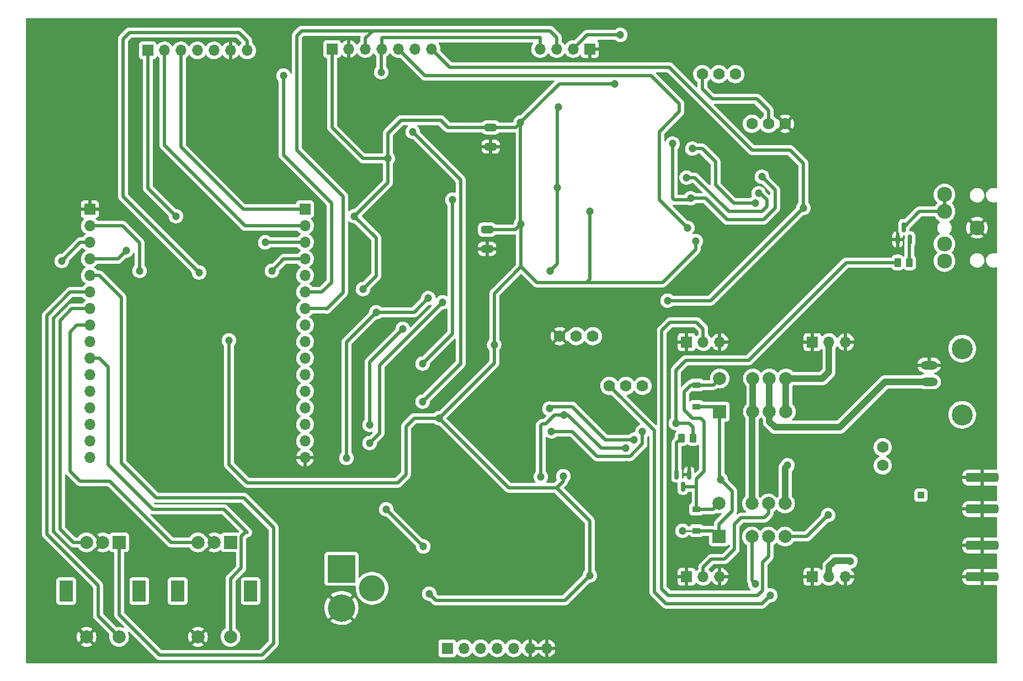
<source format=gbr>
%TF.GenerationSoftware,KiCad,Pcbnew,(6.0.10)*%
%TF.CreationDate,2023-02-15T21:48:18-05:00*%
%TF.ProjectId,SDR-Transceiver,5344522d-5472-4616-9e73-636569766572,rev?*%
%TF.SameCoordinates,Original*%
%TF.FileFunction,Copper,L2,Bot*%
%TF.FilePolarity,Positive*%
%FSLAX46Y46*%
G04 Gerber Fmt 4.6, Leading zero omitted, Abs format (unit mm)*
G04 Created by KiCad (PCBNEW (6.0.10)) date 2023-02-15 21:48:18*
%MOMM*%
%LPD*%
G01*
G04 APERTURE LIST*
G04 Aperture macros list*
%AMRoundRect*
0 Rectangle with rounded corners*
0 $1 Rounding radius*
0 $2 $3 $4 $5 $6 $7 $8 $9 X,Y pos of 4 corners*
0 Add a 4 corners polygon primitive as box body*
4,1,4,$2,$3,$4,$5,$6,$7,$8,$9,$2,$3,0*
0 Add four circle primitives for the rounded corners*
1,1,$1+$1,$2,$3*
1,1,$1+$1,$4,$5*
1,1,$1+$1,$6,$7*
1,1,$1+$1,$8,$9*
0 Add four rect primitives between the rounded corners*
20,1,$1+$1,$2,$3,$4,$5,0*
20,1,$1+$1,$4,$5,$6,$7,0*
20,1,$1+$1,$6,$7,$8,$9,0*
20,1,$1+$1,$8,$9,$2,$3,0*%
G04 Aperture macros list end*
%TA.AperFunction,ComponentPad*%
%ADD10R,1.700000X1.700000*%
%TD*%
%TA.AperFunction,ComponentPad*%
%ADD11O,1.700000X1.700000*%
%TD*%
%TA.AperFunction,SMDPad,CuDef*%
%ADD12RoundRect,0.350000X-2.150000X-0.350000X2.150000X-0.350000X2.150000X0.350000X-2.150000X0.350000X0*%
%TD*%
%TA.AperFunction,ComponentPad*%
%ADD13C,2.300000*%
%TD*%
%TA.AperFunction,ComponentPad*%
%ADD14R,2.000000X2.000000*%
%TD*%
%TA.AperFunction,ComponentPad*%
%ADD15C,2.000000*%
%TD*%
%TA.AperFunction,ComponentPad*%
%ADD16C,1.778000*%
%TD*%
%TA.AperFunction,ComponentPad*%
%ADD17R,4.200000X4.200000*%
%TD*%
%TA.AperFunction,ComponentPad*%
%ADD18C,4.200000*%
%TD*%
%TA.AperFunction,ComponentPad*%
%ADD19C,4.000000*%
%TD*%
%TA.AperFunction,ComponentPad*%
%ADD20R,1.000000X1.000000*%
%TD*%
%TA.AperFunction,ComponentPad*%
%ADD21R,2.000000X3.200000*%
%TD*%
%TA.AperFunction,ComponentPad*%
%ADD22C,3.216000*%
%TD*%
%TA.AperFunction,ComponentPad*%
%ADD23O,2.616000X1.308000*%
%TD*%
%TA.AperFunction,SMDPad,CuDef*%
%ADD24RoundRect,0.150000X-0.150000X0.587500X-0.150000X-0.587500X0.150000X-0.587500X0.150000X0.587500X0*%
%TD*%
%TA.AperFunction,SMDPad,CuDef*%
%ADD25RoundRect,0.250000X0.262500X0.450000X-0.262500X0.450000X-0.262500X-0.450000X0.262500X-0.450000X0*%
%TD*%
%TA.AperFunction,SMDPad,CuDef*%
%ADD26RoundRect,0.150000X0.150000X-0.587500X0.150000X0.587500X-0.150000X0.587500X-0.150000X-0.587500X0*%
%TD*%
%TA.AperFunction,SMDPad,CuDef*%
%ADD27R,1.200000X0.900000*%
%TD*%
%TA.AperFunction,SMDPad,CuDef*%
%ADD28RoundRect,0.250000X0.650000X-0.325000X0.650000X0.325000X-0.650000X0.325000X-0.650000X-0.325000X0*%
%TD*%
%TA.AperFunction,SMDPad,CuDef*%
%ADD29RoundRect,0.250000X-0.262500X-0.450000X0.262500X-0.450000X0.262500X0.450000X-0.262500X0.450000X0*%
%TD*%
%TA.AperFunction,ViaPad*%
%ADD30C,1.200000*%
%TD*%
%TA.AperFunction,Conductor*%
%ADD31C,0.500000*%
%TD*%
%TA.AperFunction,Conductor*%
%ADD32C,0.250000*%
%TD*%
%TA.AperFunction,Conductor*%
%ADD33C,1.000000*%
%TD*%
G04 APERTURE END LIST*
D10*
%TO.P,J12,1,Pin_1*%
%TO.N,MICIN*%
X132969000Y-141605000D03*
D11*
%TO.P,J12,2,Pin_2*%
%TO.N,unconnected-(J12-Pad2)*%
X135509000Y-141605000D03*
%TO.P,J12,3,Pin_3*%
%TO.N,FREQUPDN*%
X138049000Y-141605000D03*
%TO.P,J12,4,Pin_4*%
%TO.N,unconnected-(J12-Pad4)*%
X140589000Y-141605000D03*
%TO.P,J12,5,Pin_5*%
%TO.N,PTT*%
X143129000Y-141605000D03*
%TO.P,J12,6,Pin_6*%
%TO.N,GND*%
X145669000Y-141605000D03*
%TO.P,J12,7,Pin_7*%
X148209000Y-141605000D03*
%TD*%
D12*
%TO.P,J7,2,2*%
%TO.N,GND*%
X215016080Y-130662680D03*
X215023700Y-125834140D03*
%TD*%
D13*
%TO.P,J8,RING,RING*%
%TO.N,unconnected-(J8-PadRING)*%
X209249000Y-82189000D03*
%TO.P,J8,RSH,RSH*%
%TO.N,unconnected-(J8-PadRSH)*%
X209249000Y-79589000D03*
%TO.P,J8,SLEEVE,SLEEVE*%
%TO.N,GND*%
X214249000Y-77089000D03*
%TO.P,J8,TIP,TIP*%
%TO.N,Net-(J8-PadTIP)*%
X209249000Y-71989000D03*
%TO.P,J8,TSH,TSH*%
X209249000Y-74589000D03*
%TD*%
D10*
%TO.P,J11,1,Pin_1*%
%TO.N,GND*%
X154813000Y-49657000D03*
D11*
%TO.P,J11,2,Pin_2*%
%TO.N,+5V*%
X152273000Y-49657000D03*
%TO.P,J11,3,Pin_3*%
%TO.N,SDA*%
X149733000Y-49657000D03*
%TO.P,J11,4,Pin_4*%
%TO.N,SCL*%
X147193000Y-49657000D03*
%TD*%
D14*
%TO.P,K1,1*%
%TO.N,+12V*%
X174627800Y-124475500D03*
D15*
%TO.P,K1,3*%
%TO.N,/RF Switch/To-Det*%
X179707800Y-124475500D03*
%TO.P,K1,4*%
%TO.N,/BPF/BPF-OUT*%
X182247800Y-124475500D03*
%TO.P,K1,5*%
%TO.N,/PA/PA-IN*%
X184787800Y-124475500D03*
%TO.P,K1,8*%
%TO.N,/RF Switch/From-Enc*%
X184787800Y-119395500D03*
%TO.P,K1,9*%
%TO.N,/BPF/BPF-IN*%
X182247800Y-119395500D03*
%TO.P,K1,10*%
%TO.N,Net-(K1-Pad10)*%
X179707800Y-119395500D03*
%TO.P,K1,12*%
%TO.N,RELAY-ON*%
X174627800Y-119395500D03*
%TD*%
D10*
%TO.P,J10,1,Pin_1*%
%TO.N,DTR*%
X87015000Y-49886000D03*
D11*
%TO.P,J10,2,Pin_2*%
%TO.N,RX0*%
X89555000Y-49886000D03*
%TO.P,J10,3,Pin_3*%
%TO.N,TX0*%
X92095000Y-49886000D03*
%TO.P,J10,4,Pin_4*%
%TO.N,unconnected-(J10-Pad4)*%
X94635000Y-49886000D03*
%TO.P,J10,5,Pin_5*%
%TO.N,unconnected-(J10-Pad5)*%
X97175000Y-49886000D03*
%TO.P,J10,6,Pin_6*%
%TO.N,GND*%
X99715000Y-49886000D03*
%TO.P,J10,7,Pin_7*%
%TO.N,RTS*%
X102255000Y-49886000D03*
%TD*%
D16*
%TO.P,T3,C1A,C1A*%
%TO.N,GND*%
X150217000Y-93716594D03*
%TO.P,T3,C1B,C1B*%
%TO.N,/RF Switch/To-Det*%
X157837000Y-101336594D03*
%TO.P,T3,C2A,C2A*%
%TO.N,+2V5*%
X152757000Y-93716594D03*
%TO.P,T3,C2B,C2B*%
%TO.N,Net-(T3-PadC2B)*%
X160377000Y-101336594D03*
%TO.P,T3,C3A,C3A*%
%TO.N,Net-(T3-PadC3A)*%
X155297000Y-93716594D03*
%TO.P,T3,C3B,C3B*%
%TO.N,+2V5*%
X162917000Y-101336594D03*
%TD*%
D11*
%TO.P,U10,0,0*%
%TO.N,LO-0*%
X130538000Y-49657000D03*
%TO.P,U10,1,1*%
%TO.N,unconnected-(U10-Pad1)*%
X127998000Y-49657000D03*
%TO.P,U10,2,2*%
%TO.N,LO-90*%
X125458000Y-49657000D03*
%TO.P,U10,GND,GND*%
%TO.N,GND*%
X117838000Y-49657000D03*
%TO.P,U10,SCL,SCL*%
%TO.N,SCL*%
X122918000Y-49657000D03*
%TO.P,U10,SDA,SDA*%
%TO.N,SDA*%
X120378000Y-49657000D03*
D10*
%TO.P,U10,VIN,VIN*%
%TO.N,+5V*%
X115298000Y-49657000D03*
%TD*%
D16*
%TO.P,L1,1,1*%
%TO.N,Net-(C3-Pad1)*%
X199773800Y-113553500D03*
%TO.P,L1,2,2*%
%TO.N,+12V*%
X199773800Y-110759500D03*
%TD*%
D17*
%TO.P,J9,1*%
%TO.N,+12V*%
X116713000Y-129413000D03*
D18*
%TO.P,J9,2*%
%TO.N,GND*%
X116713000Y-135413000D03*
D19*
%TO.P,J9,3*%
%TO.N,unconnected-(J9-Pad3)*%
X121413000Y-132413000D03*
%TD*%
D10*
%TO.P,J4,1,Pin_1*%
%TO.N,GND*%
X188994300Y-130625000D03*
D11*
%TO.P,J4,2,Pin_2*%
%TO.N,/LPF/IN-LPF*%
X191534300Y-130625000D03*
%TO.P,J4,3,Pin_3*%
%TO.N,GND*%
X194074300Y-130625000D03*
%TD*%
D10*
%TO.P,J2,1,Pin_1*%
%TO.N,GND*%
X169690300Y-130625000D03*
D11*
%TO.P,J2,2,Pin_2*%
%TO.N,/BPF/BPF-IN*%
X172230300Y-130625000D03*
%TO.P,J2,3,Pin_3*%
%TO.N,GND*%
X174770300Y-130625000D03*
%TD*%
D20*
%TO.P,TP1,1,1*%
%TO.N,Net-(C3-Pad2)*%
X205615800Y-118125500D03*
%TD*%
D12*
%TO.P,J6,2,2*%
%TO.N,GND*%
X215016080Y-120248680D03*
X215023700Y-115420140D03*
%TD*%
D14*
%TO.P,SW3,A,A*%
%TO.N,GPIO34*%
X99695000Y-125349000D03*
D15*
%TO.P,SW3,B,B*%
%TO.N,GPIO15*%
X94695000Y-125349000D03*
%TO.P,SW3,C,C*%
%TO.N,GND*%
X97195000Y-125349000D03*
D21*
%TO.P,SW3,MP*%
%TO.N,N/C*%
X102795000Y-132849000D03*
X91595000Y-132849000D03*
D15*
%TO.P,SW3,S1,S1*%
%TO.N,GND*%
X94695000Y-139849000D03*
%TO.P,SW3,S2,S2*%
%TO.N,GPIO4*%
X99695000Y-139849000D03*
%TD*%
D10*
%TO.P,J3,1,Pin_1*%
%TO.N,GND*%
X169690300Y-94625000D03*
D11*
%TO.P,J3,2,Pin_2*%
%TO.N,/BPF/BPF-OUT*%
X172230300Y-94625000D03*
%TO.P,J3,3,Pin_3*%
%TO.N,GND*%
X174770300Y-94625000D03*
%TD*%
D10*
%TO.P,J5,1,Pin_1*%
%TO.N,GND*%
X188994300Y-94625000D03*
D11*
%TO.P,J5,2,Pin_2*%
%TO.N,/LPF/OUT-LPF*%
X191534300Y-94625000D03*
%TO.P,J5,3,Pin_3*%
%TO.N,GND*%
X194074300Y-94625000D03*
%TD*%
D14*
%TO.P,K2,1*%
%TO.N,+12V*%
X174770300Y-105293000D03*
D15*
%TO.P,K2,3*%
%TO.N,Net-(K1-Pad10)*%
X179850300Y-105293000D03*
%TO.P,K2,4*%
%TO.N,/RF Switch/Antenna*%
X182390300Y-105293000D03*
%TO.P,K2,5*%
%TO.N,/LPF/OUT-LPF*%
X184930300Y-105293000D03*
%TO.P,K2,8*%
X184930300Y-100213000D03*
%TO.P,K2,9*%
%TO.N,/RF Switch/Antenna*%
X182390300Y-100213000D03*
%TO.P,K2,10*%
%TO.N,Net-(K1-Pad10)*%
X179850300Y-100213000D03*
%TO.P,K2,12*%
%TO.N,RELAY-ON*%
X174770300Y-100213000D03*
%TD*%
D16*
%TO.P,T4,C1A,C1A*%
%TO.N,GND*%
X184785000Y-61134000D03*
%TO.P,T4,C1B,C1B*%
%TO.N,/RF Switch/From-Enc*%
X177165000Y-53514000D03*
%TO.P,T4,C2A,C2A*%
%TO.N,Net-(C49-Pad1)*%
X182245000Y-61134000D03*
%TO.P,T4,C2B,C2B*%
%TO.N,Net-(R19-Pad2)*%
X174625000Y-53514000D03*
%TO.P,T4,C3A,C3A*%
%TO.N,Net-(R20-Pad2)*%
X179705000Y-61134000D03*
%TO.P,T4,C3B,C3B*%
%TO.N,Net-(C49-Pad1)*%
X172085000Y-53514000D03*
%TD*%
D22*
%TO.P,J1,3*%
%TO.N,N/C*%
X211963000Y-95631000D03*
%TO.P,J1,4*%
X211963000Y-105791000D03*
D23*
%TO.P,J1,GND,GND*%
%TO.N,GND*%
X206883000Y-98171000D03*
%TO.P,J1,S,OUT*%
%TO.N,/RF Switch/Antenna*%
X206883000Y-100711000D03*
%TD*%
D14*
%TO.P,SW2,A,A*%
%TO.N,GPIO14*%
X82597000Y-125349000D03*
D15*
%TO.P,SW2,B,B*%
%TO.N,GPIO13*%
X77597000Y-125349000D03*
%TO.P,SW2,C,C*%
%TO.N,GND*%
X80097000Y-125349000D03*
D21*
%TO.P,SW2,MP*%
%TO.N,N/C*%
X74497000Y-132849000D03*
X85697000Y-132849000D03*
D15*
%TO.P,SW2,S1,S1*%
%TO.N,GND*%
X77597000Y-139849000D03*
%TO.P,SW2,S2,S2*%
%TO.N,GPIO12*%
X82597000Y-139849000D03*
%TD*%
D10*
%TO.P,U6,1,GND*%
%TO.N,GND*%
X78105000Y-74246000D03*
D11*
%TO.P,U6,2,3V3*%
%TO.N,+3V3*%
X78105000Y-76786000D03*
%TO.P,U6,5,IO34*%
%TO.N,GPIO34*%
X78105000Y-79326000D03*
%TO.P,U6,6,IO0*%
%TO.N,IO0*%
X78105000Y-81866000D03*
%TO.P,U6,7,IO14*%
%TO.N,GPIO14*%
X78105000Y-84406000D03*
%TO.P,U6,8,IO12*%
%TO.N,GPIO12*%
X78105000Y-86946000D03*
%TO.P,U6,9,IO13*%
%TO.N,GPIO13*%
X78105000Y-89486000D03*
%TO.P,U6,10,IO15*%
%TO.N,GPIO15*%
X78105000Y-92026000D03*
%TO.P,U6,11,IO2*%
%TO.N,unconnected-(U6-Pad11)*%
X78105000Y-94566000D03*
%TO.P,U6,12,IO4*%
%TO.N,GPIO4*%
X78105000Y-97106000D03*
%TO.P,U6,13,HBIAS*%
%TO.N,unconnected-(U6-Pad13)*%
X78105000Y-99646000D03*
%TO.P,U6,14,MIC2N*%
%TO.N,unconnected-(U6-Pad14)*%
X78105000Y-102186000D03*
%TO.P,U6,15,MIC1N*%
%TO.N,unconnected-(U6-Pad15)*%
X78105000Y-104726000D03*
%TO.P,U6,16,MBIAS*%
%TO.N,unconnected-(U6-Pad16)*%
X78105000Y-107266000D03*
%TO.P,U6,17,MIC1P*%
%TO.N,unconnected-(U6-Pad17)*%
X78105000Y-109806000D03*
%TO.P,U6,18,MIC2P*%
%TO.N,unconnected-(U6-Pad18)*%
X78105000Y-112346000D03*
%TO.P,U6,20,GND*%
%TO.N,GND*%
X111125000Y-112346000D03*
%TO.P,U6,21,LINEINR*%
%TO.N,Net-(C25-Pad1)*%
X111125000Y-109806000D03*
%TO.P,U6,22,LINEINL*%
%TO.N,Net-(C27-Pad1)*%
X111125000Y-107266000D03*
%TO.P,U6,24,SPORN*%
%TO.N,unconnected-(U6-Pad24)*%
X111125000Y-104726000D03*
%TO.P,U6,26,SPOLN*%
%TO.N,unconnected-(U6-Pad26)*%
X111125000Y-102186000D03*
%TO.P,U6,27,HPOUTL*%
%TO.N,Net-(C24-Pad1)*%
X111125000Y-99646000D03*
%TO.P,U6,28,HPOUTR*%
%TO.N,Net-(C26-Pad1)*%
X111125000Y-97106000D03*
%TO.P,U6,29,IO5*%
%TO.N,unconnected-(U6-Pad29)*%
X111125000Y-94566000D03*
%TO.P,U6,30,IO18*%
%TO.N,unconnected-(U6-Pad30)*%
X111125000Y-92026000D03*
%TO.P,U6,31,IO23*%
%TO.N,SDA*%
X111125000Y-89486000D03*
%TO.P,U6,32,IO19*%
%TO.N,SCL*%
X111125000Y-86946000D03*
%TO.P,U6,33,IO22*%
%TO.N,unconnected-(U6-Pad33)*%
X111125000Y-84406000D03*
%TO.P,U6,34,IO21*%
%TO.N,GPIO21*%
X111125000Y-81866000D03*
%TO.P,U6,35,EN*%
%TO.N,EN*%
X111125000Y-79326000D03*
%TO.P,U6,36,TXD0*%
%TO.N,RX0*%
X111125000Y-76786000D03*
D10*
%TO.P,U6,37,RXD0*%
%TO.N,TX0*%
X111125000Y-74246000D03*
%TD*%
D24*
%TO.P,Q1,1,G*%
%TO.N,Net-(Q1-Pad1)*%
X168153000Y-114935000D03*
%TO.P,Q1,2,S*%
%TO.N,GND*%
X170053000Y-114935000D03*
%TO.P,Q1,3,D*%
%TO.N,RELAY-ON*%
X169103000Y-116810000D03*
%TD*%
D25*
%TO.P,R31,1,1*%
%TO.N,T{slash}R*%
X170706300Y-109347000D03*
%TO.P,R31,2,2*%
%TO.N,Net-(Q1-Pad1)*%
X168881300Y-109347000D03*
%TD*%
D26*
%TO.P,Q2,1,G*%
%TO.N,Net-(Q2-Pad1)*%
X203957000Y-78867000D03*
%TO.P,Q2,2,S*%
%TO.N,GND*%
X202057000Y-78867000D03*
%TO.P,Q2,3,D*%
%TO.N,Net-(J8-PadTIP)*%
X203007000Y-76992000D03*
%TD*%
D27*
%TO.P,D2,1,K*%
%TO.N,+12V*%
X171214300Y-104521000D03*
%TO.P,D2,2,A*%
%TO.N,RELAY-ON*%
X171214300Y-101221000D03*
%TD*%
D28*
%TO.P,C18,1*%
%TO.N,GND*%
X139611000Y-64641000D03*
%TO.P,C18,2*%
%TO.N,+5V*%
X139611000Y-61691000D03*
%TD*%
%TO.P,C23,1*%
%TO.N,GND*%
X139066298Y-80314000D03*
%TO.P,C23,2*%
%TO.N,+5V*%
X139066298Y-77364000D03*
%TD*%
D29*
%TO.P,R32,1,1*%
%TO.N,T{slash}R*%
X202057000Y-82423000D03*
%TO.P,R32,2,2*%
%TO.N,Net-(Q2-Pad1)*%
X203882000Y-82423000D03*
%TD*%
D27*
%TO.P,D1,1,K*%
%TO.N,+12V*%
X171214300Y-123571000D03*
%TO.P,D1,2,A*%
%TO.N,RELAY-ON*%
X171214300Y-120271000D03*
%TD*%
D30*
%TO.N,+5V*%
X130175000Y-133223000D03*
X154813000Y-130429000D03*
%TO.N,/Audio Switch/INL2*%
X129286000Y-125984000D03*
X123571000Y-120269000D03*
X117475000Y-112395000D03*
%TO.N,GND*%
X143383000Y-109093000D03*
X126365000Y-72283000D03*
X136779000Y-79121000D03*
X125349000Y-84709000D03*
X155321000Y-102489000D03*
X128905000Y-100457000D03*
X160401000Y-113411000D03*
X129413000Y-114681000D03*
X131953000Y-71501000D03*
X134493000Y-63373000D03*
X170307000Y-112395000D03*
X137287000Y-115189000D03*
X169037000Y-67183000D03*
%TO.N,/LPF/IN-LPF*%
X194825620Y-128262380D03*
%TO.N,/PA/PA-IN*%
X191391800Y-121173500D03*
%TO.N,/Audio Switch/INL2*%
X130048000Y-87884000D03*
X122047000Y-90043000D03*
%TO.N,+5V*%
X144272000Y-76501000D03*
X171069000Y-79121000D03*
X144208500Y-60943500D03*
X123825000Y-66441000D03*
X120015000Y-86487000D03*
X140154500Y-95049500D03*
X118712000Y-75298000D03*
X150749000Y-115189000D03*
X99441000Y-94361000D03*
X158623000Y-54991000D03*
X154813000Y-74549000D03*
X131699000Y-106299000D03*
X159512000Y-47498000D03*
%TO.N,+12V*%
X174879000Y-115697000D03*
X169037000Y-123571000D03*
%TO.N,/Audio Switch/INR*%
X121031000Y-110109000D03*
X132207000Y-88519000D03*
%TO.N,/Audio Switch/INL*%
X126111000Y-92583000D03*
X121031000Y-107315000D03*
%TO.N,LO-0*%
X187579000Y-74041000D03*
X166751000Y-88265000D03*
%TO.N,LO-90*%
X169799000Y-77089000D03*
%TO.N,Detector-0*%
X150852000Y-105781594D03*
X160367594Y-110871000D03*
X147296000Y-115306594D03*
%TO.N,Encoder-0*%
X167513000Y-64182000D03*
X170307000Y-72564000D03*
X181229000Y-69262000D03*
%TO.N,Encoder-180*%
X180213000Y-73326000D03*
X170561000Y-64944000D03*
%TO.N,/Audio Switch/OUTL*%
X129159000Y-103759000D03*
X127635000Y-62357000D03*
%TO.N,/Audio Switch/OUTR*%
X129159000Y-97917000D03*
X133731000Y-72771000D03*
%TO.N,Encoder-270*%
X169670702Y-69387702D03*
X180721000Y-71802000D03*
%TO.N,+3V3*%
X85725000Y-83693000D03*
%TO.N,DTR*%
X91313000Y-75311000D03*
%TO.N,T{slash}R*%
X168021000Y-107061000D03*
%TO.N,RTS*%
X94869000Y-83947000D03*
%TO.N,SCL*%
X122809000Y-53213000D03*
X107823000Y-53721000D03*
%TO.N,/RF Switch/To-Det*%
X182499000Y-133477000D03*
X180213000Y-131699000D03*
%TO.N,/RF Switch/From-Enc*%
X185166000Y-113538000D03*
%TO.N,Detector-90*%
X161647000Y-109591594D03*
X148629500Y-104829094D03*
%TO.N,Detector-270*%
X148947000Y-108321594D03*
X162917000Y-108321594D03*
%TO.N,EN*%
X105029000Y-79326000D03*
%TO.N,IO0*%
X83693000Y-80596000D03*
%TO.N,GPIO21*%
X106045000Y-83693000D03*
%TO.N,GPIO34*%
X73787000Y-82169000D03*
%TO.N,Encoder2.5*%
X148717000Y-83740000D03*
X149861298Y-70914298D03*
X149987000Y-58594000D03*
%TD*%
D31*
%TO.N,+5V*%
X131191000Y-134239000D02*
X130175000Y-133223000D01*
X151003000Y-134239000D02*
X131191000Y-134239000D01*
X154813000Y-130429000D02*
X151003000Y-134239000D01*
X154813000Y-122047000D02*
X154813000Y-130429000D01*
X149733000Y-116967000D02*
X154813000Y-122047000D01*
%TO.N,/Audio Switch/INL2*%
X129286000Y-125984000D02*
X129413000Y-126111000D01*
X123571000Y-120269000D02*
X129286000Y-125984000D01*
X117475000Y-111887000D02*
X117475000Y-112395000D01*
X117475000Y-94615000D02*
X117475000Y-111887000D01*
X122047000Y-90043000D02*
X117475000Y-94615000D01*
D32*
%TO.N,+12V*%
X169037000Y-123571000D02*
X171214300Y-123571000D01*
D33*
%TO.N,/LPF/IN-LPF*%
X191534300Y-129013700D02*
X192151000Y-128397000D01*
X192405000Y-128143000D02*
X194691000Y-128143000D01*
X191534300Y-129159000D02*
X191534300Y-130625000D01*
X192151000Y-128397000D02*
X192405000Y-128143000D01*
X191534300Y-129159000D02*
X191534300Y-129013700D01*
%TO.N,/LPF/OUT-LPF*%
X184930300Y-105293000D02*
X184930300Y-100213000D01*
X184930300Y-100213000D02*
X190518300Y-100213000D01*
X191534300Y-99197000D02*
X191534300Y-94625000D01*
X190518300Y-100213000D02*
X191534300Y-99197000D01*
D31*
%TO.N,RELAY-ON*%
X169291000Y-105029000D02*
X170561000Y-106299000D01*
X170972000Y-116810000D02*
X171214300Y-116567700D01*
X173762300Y-101221000D02*
X174770300Y-100213000D01*
X171214300Y-101221000D02*
X173762300Y-101221000D01*
X171214300Y-120271000D02*
X173752300Y-120271000D01*
X169103000Y-116810000D02*
X170972000Y-116810000D01*
X171214300Y-116567700D02*
X171214300Y-120271000D01*
X172339000Y-106807000D02*
X172339000Y-114481300D01*
X170561000Y-106299000D02*
X171831000Y-106299000D01*
X171831000Y-106299000D02*
X172339000Y-106807000D01*
X169291000Y-102235000D02*
X169291000Y-105029000D01*
X171214300Y-101221000D02*
X170305000Y-101221000D01*
X173752300Y-120271000D02*
X174627800Y-119395500D01*
X171214300Y-115606000D02*
X171214300Y-116567700D01*
X172339000Y-114481300D02*
X171214300Y-115606000D01*
X170305000Y-101221000D02*
X169291000Y-102235000D01*
%TO.N,Net-(Q1-Pad1)*%
X168928300Y-109394000D02*
X168881300Y-109347000D01*
X168153000Y-114935000D02*
X168153000Y-110075300D01*
X168153000Y-110075300D02*
X168881300Y-109347000D01*
%TO.N,/BPF/BPF-OUT*%
X171214300Y-91577000D02*
X172230300Y-92593000D01*
X165880300Y-132471000D02*
X165880300Y-92847000D01*
X172230300Y-92593000D02*
X172230300Y-94625000D01*
X167150300Y-91577000D02*
X171214300Y-91577000D01*
X180612300Y-133487000D02*
X166896300Y-133487000D01*
X181374300Y-128407000D02*
X181374300Y-132725000D01*
X166896300Y-133487000D02*
X165880300Y-132471000D01*
X165880300Y-92847000D02*
X167150300Y-91577000D01*
X181374300Y-132725000D02*
X180612300Y-133487000D01*
X182247800Y-127533500D02*
X181374300Y-128407000D01*
X182247800Y-124475500D02*
X182247800Y-127533500D01*
%TO.N,/BPF/BPF-IN*%
X172230300Y-130625000D02*
X172230300Y-129169000D01*
X182247800Y-120929500D02*
X182247800Y-119395500D01*
X177056300Y-126375000D02*
X177056300Y-122565000D01*
X177056300Y-122565000D02*
X178072300Y-121549000D01*
X172230300Y-129169000D02*
X173500300Y-127899000D01*
X175532300Y-127899000D02*
X177056300Y-126375000D01*
X173500300Y-127899000D02*
X175532300Y-127899000D01*
X178072300Y-121549000D02*
X181628300Y-121549000D01*
X181628300Y-121549000D02*
X182247800Y-120929500D01*
%TO.N,/PA/PA-IN*%
X188089800Y-124475500D02*
X191391800Y-121173500D01*
X184787800Y-124475500D02*
X188089800Y-124475500D01*
%TO.N,/Audio Switch/INL2*%
X127889000Y-90043000D02*
X122047000Y-90043000D01*
X130048000Y-87884000D02*
X127889000Y-90043000D01*
D33*
%TO.N,Net-(K1-Pad10)*%
X179707800Y-119395500D02*
X179707800Y-105435500D01*
X179707800Y-105435500D02*
X179850300Y-105293000D01*
X179850300Y-105293000D02*
X179850300Y-100213000D01*
D31*
%TO.N,+5V*%
X139611000Y-61691000D02*
X143461000Y-61691000D01*
X150161000Y-54991000D02*
X158623000Y-54991000D01*
X125857000Y-60579000D02*
X123825000Y-62611000D01*
X120035000Y-66441000D02*
X123825000Y-66441000D01*
X131953000Y-60579000D02*
X125857000Y-60579000D01*
X144272000Y-83058000D02*
X146685000Y-85471000D01*
X122047000Y-78633000D02*
X118712000Y-75298000D01*
X118712000Y-75298000D02*
X123825000Y-70185000D01*
X144208500Y-76437500D02*
X144272000Y-76501000D01*
X140154500Y-95049500D02*
X140154500Y-97843500D01*
X144208500Y-60943500D02*
X150161000Y-54991000D01*
X144272000Y-83058000D02*
X140154500Y-87175500D01*
X133065000Y-61691000D02*
X131953000Y-60579000D01*
X154305000Y-85471000D02*
X165989000Y-85471000D01*
X140154500Y-97843500D02*
X131699000Y-106299000D01*
X102235000Y-116205000D02*
X99441000Y-113411000D01*
X123825000Y-62611000D02*
X123825000Y-66441000D01*
X149733000Y-116967000D02*
X150749000Y-115951000D01*
X165989000Y-85471000D02*
X171069000Y-80391000D01*
X115298000Y-61704000D02*
X120035000Y-66441000D01*
X142367000Y-116967000D02*
X149733000Y-116967000D01*
X125349000Y-116205000D02*
X102235000Y-116205000D01*
X99441000Y-113411000D02*
X99441000Y-94361000D01*
X127889000Y-106299000D02*
X126619000Y-107569000D01*
X122047000Y-84455000D02*
X122047000Y-78633000D01*
X144272000Y-76501000D02*
X144272000Y-83058000D01*
X143409000Y-77364000D02*
X144272000Y-76501000D01*
X143461000Y-61691000D02*
X144208500Y-60943500D01*
X171069000Y-80391000D02*
X171069000Y-79121000D01*
X131699000Y-106299000D02*
X142367000Y-116967000D01*
X139066298Y-77364000D02*
X143409000Y-77364000D01*
X126619000Y-114935000D02*
X125349000Y-116205000D01*
X140154500Y-87175500D02*
X140154500Y-95049500D01*
X131699000Y-106299000D02*
X127889000Y-106299000D01*
X126619000Y-107569000D02*
X126619000Y-114935000D01*
X123825000Y-70185000D02*
X123825000Y-66441000D01*
X139611000Y-61691000D02*
X133065000Y-61691000D01*
X115298000Y-49657000D02*
X115298000Y-61704000D01*
X154432000Y-47498000D02*
X152273000Y-49657000D01*
X146685000Y-85471000D02*
X154305000Y-85471000D01*
X159512000Y-47498000D02*
X154432000Y-47498000D01*
X144208500Y-60943500D02*
X144208500Y-76437500D01*
X150749000Y-115951000D02*
X150749000Y-115189000D01*
X120015000Y-86487000D02*
X122047000Y-84455000D01*
X154813000Y-84963000D02*
X154813000Y-74549000D01*
X154305000Y-85471000D02*
X154813000Y-84963000D01*
%TO.N,+12V*%
X174627800Y-122552200D02*
X174627800Y-124475500D01*
X173998300Y-104521000D02*
X174770300Y-105293000D01*
X176657000Y-117475000D02*
X176657000Y-120523000D01*
X174770300Y-115588300D02*
X174879000Y-115697000D01*
X173723300Y-123571000D02*
X174627800Y-124475500D01*
X174770300Y-105293000D02*
X174770300Y-115588300D01*
X171214300Y-104521000D02*
X173998300Y-104521000D01*
X174879000Y-115697000D02*
X176657000Y-117475000D01*
X171214300Y-123571000D02*
X173723300Y-123571000D01*
X176657000Y-120523000D02*
X174627800Y-122552200D01*
X171069000Y-123716300D02*
X171214300Y-123571000D01*
%TO.N,/Audio Switch/INR*%
X122555000Y-108585000D02*
X122555000Y-98171000D01*
X122555000Y-98171000D02*
X132207000Y-88519000D01*
X121285000Y-110109000D02*
X121031000Y-110109000D01*
X121031000Y-110109000D02*
X122555000Y-108585000D01*
%TO.N,/Audio Switch/INL*%
X121031000Y-97663000D02*
X121031000Y-107315000D01*
X126111000Y-92583000D02*
X121031000Y-97663000D01*
%TO.N,LO-0*%
X166751000Y-88265000D02*
X173355000Y-88265000D01*
X187579000Y-67183000D02*
X185547000Y-65151000D01*
X179705000Y-65151000D02*
X167005000Y-52451000D01*
X133332000Y-52451000D02*
X130538000Y-49657000D01*
X185547000Y-65151000D02*
X179705000Y-65151000D01*
X167005000Y-52451000D02*
X133332000Y-52451000D01*
X187579000Y-74041000D02*
X187579000Y-67183000D01*
X173355000Y-88265000D02*
X187579000Y-74041000D01*
%TO.N,LO-90*%
X129522000Y-53721000D02*
X134747000Y-53721000D01*
X168563000Y-58073000D02*
X168563000Y-59275000D01*
X165481000Y-62357000D02*
X165481000Y-72771000D01*
X125458000Y-49657000D02*
X129522000Y-53721000D01*
X134747000Y-53721000D02*
X164211000Y-53721000D01*
X164211000Y-53721000D02*
X168563000Y-58073000D01*
X168563000Y-59275000D02*
X165481000Y-62357000D01*
X165481000Y-72771000D02*
X169799000Y-77089000D01*
%TO.N,Detector-0*%
X156576406Y-110871000D02*
X160367594Y-110871000D01*
X150852000Y-105781594D02*
X151487000Y-105781594D01*
X147550000Y-107178594D02*
X147296000Y-107432594D01*
X150852000Y-105781594D02*
X149455000Y-105781594D01*
X148058000Y-107178594D02*
X147550000Y-107178594D01*
X151487000Y-105781594D02*
X156576406Y-110871000D01*
X147296000Y-107432594D02*
X147296000Y-115306594D01*
X149455000Y-105781594D02*
X148058000Y-107178594D01*
%TO.N,Encoder-0*%
X175895000Y-75866000D02*
X172593000Y-72564000D01*
X181483000Y-75866000D02*
X175895000Y-75866000D01*
X170053000Y-72818000D02*
X167767000Y-72818000D01*
X172593000Y-72564000D02*
X170307000Y-72564000D01*
X167767000Y-72818000D02*
X167513000Y-72564000D01*
X170307000Y-72564000D02*
X170053000Y-72818000D01*
X183261000Y-74088000D02*
X181483000Y-75866000D01*
X167513000Y-72564000D02*
X167513000Y-71802000D01*
X167513000Y-71802000D02*
X167513000Y-64182000D01*
X181229000Y-69262000D02*
X183261000Y-71294000D01*
X183261000Y-71294000D02*
X183261000Y-74088000D01*
%TO.N,Encoder-180*%
X176911000Y-73326000D02*
X174117000Y-70532000D01*
X180213000Y-73326000D02*
X176911000Y-73326000D01*
X174117000Y-66976000D02*
X172085000Y-64944000D01*
X172085000Y-64944000D02*
X170561000Y-64944000D01*
X174117000Y-70532000D02*
X174117000Y-66976000D01*
%TO.N,/Audio Switch/OUTL*%
X135001000Y-69723000D02*
X135001000Y-97917000D01*
X127635000Y-62357000D02*
X135001000Y-69723000D01*
X135001000Y-97917000D02*
X129159000Y-103759000D01*
%TO.N,/Audio Switch/OUTR*%
X133731000Y-93345000D02*
X129159000Y-97917000D01*
X133731000Y-72771000D02*
X133731000Y-93345000D01*
%TO.N,Encoder-270*%
X176149000Y-74596000D02*
X170940702Y-69387702D01*
X181991000Y-73834000D02*
X181229000Y-74596000D01*
X181991000Y-72818000D02*
X181991000Y-73834000D01*
X180721000Y-71802000D02*
X180975000Y-71802000D01*
X181229000Y-74596000D02*
X176149000Y-74596000D01*
X170940702Y-69387702D02*
X169670702Y-69387702D01*
X180975000Y-71802000D02*
X181991000Y-72818000D01*
%TO.N,+3V3*%
X85725000Y-79375000D02*
X85725000Y-83693000D01*
X83136000Y-76786000D02*
X85471000Y-79121000D01*
X78105000Y-76786000D02*
X83136000Y-76786000D01*
X85471000Y-79121000D02*
X85725000Y-79375000D01*
%TO.N,DTR*%
X87015000Y-71013000D02*
X91313000Y-75311000D01*
X87015000Y-49886000D02*
X87015000Y-71013000D01*
%TO.N,RX0*%
X111125000Y-76786000D02*
X101932000Y-76786000D01*
X89555000Y-64409000D02*
X89555000Y-49886000D01*
X101932000Y-76786000D02*
X89555000Y-64409000D01*
%TO.N,T{slash}R*%
X168021000Y-107061000D02*
X168021000Y-98933000D01*
X169545000Y-97409000D02*
X179197000Y-97409000D01*
X170307000Y-107315000D02*
X170053000Y-107061000D01*
X170706300Y-109347000D02*
X170706300Y-107714300D01*
X168021000Y-98933000D02*
X169545000Y-97409000D01*
X170053000Y-107061000D02*
X168021000Y-107061000D01*
X194183000Y-82423000D02*
X202057000Y-82423000D01*
X179197000Y-97409000D02*
X194183000Y-82423000D01*
X170706300Y-107714300D02*
X170307000Y-107315000D01*
%TO.N,TX0*%
X101678000Y-74246000D02*
X92095000Y-64663000D01*
X92095000Y-64663000D02*
X92095000Y-49886000D01*
X111125000Y-74246000D02*
X101678000Y-74246000D01*
%TO.N,RTS*%
X102255000Y-49886000D02*
X102255000Y-48407000D01*
X84201000Y-47117000D02*
X83185000Y-48133000D01*
X83185000Y-48133000D02*
X83185000Y-51181000D01*
X102255000Y-48407000D02*
X100965000Y-47117000D01*
X83185000Y-72263000D02*
X94869000Y-83947000D01*
X83185000Y-51181000D02*
X83185000Y-72263000D01*
X100965000Y-47117000D02*
X84201000Y-47117000D01*
%TO.N,SDA*%
X121539000Y-46863000D02*
X110617000Y-46863000D01*
X121539000Y-46863000D02*
X148717000Y-46863000D01*
X109855000Y-47625000D02*
X109855000Y-65151000D01*
X116967000Y-72263000D02*
X116967000Y-86995000D01*
X149733000Y-47879000D02*
X149733000Y-49657000D01*
X110617000Y-46863000D02*
X109855000Y-47625000D01*
X109855000Y-65151000D02*
X116967000Y-72263000D01*
X120378000Y-49657000D02*
X120378000Y-48024000D01*
X114427000Y-89535000D02*
X114378000Y-89486000D01*
X120378000Y-48024000D02*
X121539000Y-46863000D01*
X116967000Y-86995000D02*
X114427000Y-89535000D01*
X148717000Y-46863000D02*
X149733000Y-47879000D01*
X114378000Y-89486000D02*
X111125000Y-89486000D01*
%TO.N,SCL*%
X123063000Y-47879000D02*
X122918000Y-48024000D01*
X113714000Y-86946000D02*
X115189000Y-85471000D01*
X147193000Y-47879000D02*
X123063000Y-47879000D01*
X122918000Y-48024000D02*
X122918000Y-49657000D01*
X122809000Y-49766000D02*
X122918000Y-49657000D01*
X115189000Y-73279000D02*
X112395000Y-70485000D01*
X147193000Y-49657000D02*
X147193000Y-47879000D01*
X107823000Y-65913000D02*
X107823000Y-53721000D01*
X112395000Y-70485000D02*
X107823000Y-65913000D01*
X111125000Y-86946000D02*
X113714000Y-86946000D01*
X115189000Y-85471000D02*
X115189000Y-73279000D01*
X122809000Y-53213000D02*
X122809000Y-49766000D01*
%TO.N,/RF Switch/To-Det*%
X179707800Y-131193800D02*
X179707800Y-124475500D01*
X164719000Y-132969000D02*
X166243000Y-134493000D01*
X181229000Y-134747000D02*
X182499000Y-133477000D01*
X180213000Y-131699000D02*
X179707800Y-131193800D01*
X164719000Y-111887000D02*
X164719000Y-132969000D01*
X166497000Y-134747000D02*
X180467000Y-134747000D01*
X164719000Y-108218594D02*
X164719000Y-111887000D01*
X180467000Y-134747000D02*
X181229000Y-134747000D01*
X157837000Y-101336594D02*
X164719000Y-108218594D01*
X166243000Y-134493000D02*
X166497000Y-134747000D01*
D33*
%TO.N,/RF Switch/From-Enc*%
X184787800Y-119395500D02*
X184787800Y-113916200D01*
X184787800Y-113916200D02*
X185166000Y-113538000D01*
D31*
%TO.N,Detector-90*%
X152122000Y-104511594D02*
X148947000Y-104511594D01*
X161647000Y-109591594D02*
X157202000Y-109591594D01*
X148947000Y-104511594D02*
X148629500Y-104829094D01*
X157202000Y-109591594D02*
X152122000Y-104511594D01*
%TO.N,Detector-270*%
X152122000Y-108321594D02*
X148947000Y-108321594D01*
X161012000Y-112131594D02*
X155932000Y-112131594D01*
X155932000Y-112131594D02*
X152122000Y-108321594D01*
X162917000Y-110226594D02*
X161012000Y-112131594D01*
X162917000Y-108321594D02*
X162917000Y-110226594D01*
D33*
%TO.N,/RF Switch/Antenna*%
X182390300Y-105293000D02*
X182390300Y-100213000D01*
X193169800Y-107711500D02*
X200170300Y-100711000D01*
X200170300Y-100711000D02*
X206883000Y-100711000D01*
X183263800Y-107711500D02*
X193169800Y-107711500D01*
X182390300Y-106838000D02*
X183263800Y-107711500D01*
X182390300Y-105293000D02*
X182390300Y-106838000D01*
D31*
%TO.N,Net-(Q2-Pad1)*%
X203882000Y-82423000D02*
X203882000Y-78942000D01*
X203882000Y-78942000D02*
X203957000Y-78867000D01*
%TO.N,Net-(J8-PadTIP)*%
X205410000Y-74589000D02*
X209249000Y-74589000D01*
X203007000Y-76992000D02*
X205410000Y-74589000D01*
X209249000Y-74589000D02*
X209249000Y-71989000D01*
%TO.N,EN*%
X105029000Y-79326000D02*
X111125000Y-79326000D01*
%TO.N,IO0*%
X78105000Y-81866000D02*
X82423000Y-81866000D01*
X82423000Y-81866000D02*
X83693000Y-80596000D01*
%TO.N,GPIO21*%
X111125000Y-81866000D02*
X107872000Y-81866000D01*
X107872000Y-81866000D02*
X106045000Y-83693000D01*
%TO.N,GPIO14*%
X82931000Y-113157000D02*
X88265000Y-118491000D01*
X101727000Y-118491000D02*
X106299000Y-123063000D01*
X78105000Y-84406000D02*
X79580000Y-84406000D01*
X106299000Y-123063000D02*
X106299000Y-140843000D01*
X88265000Y-118491000D02*
X101727000Y-118491000D01*
X88773000Y-142621000D02*
X82597000Y-136445000D01*
X106299000Y-140843000D02*
X104521000Y-142621000D01*
X104521000Y-142621000D02*
X88773000Y-142621000D01*
X82931000Y-87757000D02*
X82931000Y-113157000D01*
X79580000Y-84406000D02*
X82931000Y-87757000D01*
X82597000Y-136445000D02*
X82597000Y-125349000D01*
%TO.N,GPIO13*%
X75360000Y-89486000D02*
X78105000Y-89486000D01*
X73533000Y-91313000D02*
X75360000Y-89486000D01*
X73533000Y-123317000D02*
X73533000Y-91313000D01*
X75565000Y-125349000D02*
X73533000Y-123317000D01*
X77597000Y-125349000D02*
X75565000Y-125349000D01*
%TO.N,GPIO34*%
X78105000Y-79326000D02*
X76630000Y-79326000D01*
X76630000Y-79326000D02*
X73787000Y-82169000D01*
%TO.N,GPIO15*%
X76581000Y-115951000D02*
X81153000Y-115951000D01*
X81153000Y-115951000D02*
X90551000Y-125349000D01*
X78105000Y-92026000D02*
X76122000Y-92026000D01*
X90551000Y-125349000D02*
X94695000Y-125349000D01*
X76122000Y-92026000D02*
X75057000Y-93091000D01*
X75057000Y-114427000D02*
X76581000Y-115951000D01*
X75057000Y-93091000D02*
X75057000Y-114427000D01*
%TO.N,GPIO4*%
X87757000Y-120269000D02*
X80899000Y-113411000D01*
X98679000Y-120269000D02*
X87757000Y-120269000D01*
X101345000Y-129287000D02*
X99695000Y-130937000D01*
X80899000Y-98425000D02*
X79580000Y-97106000D01*
X102108000Y-123698000D02*
X101345000Y-124461000D01*
X102108000Y-123698000D02*
X98679000Y-120269000D01*
X101345000Y-124461000D02*
X101345000Y-129287000D01*
X79580000Y-97106000D02*
X78105000Y-97106000D01*
X80899000Y-113411000D02*
X80899000Y-98425000D01*
X102235000Y-123825000D02*
X102108000Y-123698000D01*
X99695000Y-130937000D02*
X99695000Y-139849000D01*
%TO.N,GPIO12*%
X78105000Y-86946000D02*
X75106000Y-86946000D01*
X75106000Y-86946000D02*
X71501000Y-90551000D01*
X79375000Y-131953000D02*
X71501000Y-124079000D01*
X71501000Y-90551000D02*
X71501000Y-124079000D01*
X79375000Y-136627000D02*
X79375000Y-131953000D01*
X79375000Y-136627000D02*
X82597000Y-139849000D01*
%TO.N,Encoder2.5*%
X149861298Y-82595702D02*
X148717000Y-83740000D01*
X149987000Y-58594000D02*
X149861298Y-58719702D01*
X149861298Y-70914298D02*
X149861298Y-82595702D01*
X149861298Y-58719702D02*
X149861298Y-70914298D01*
%TO.N,Net-(C49-Pad1)*%
X172085000Y-55800000D02*
X173609000Y-57324000D01*
X172085000Y-53514000D02*
X172085000Y-55800000D01*
X173609000Y-57324000D02*
X180467000Y-57324000D01*
X180467000Y-57324000D02*
X182245000Y-59102000D01*
X182245000Y-59102000D02*
X182245000Y-61134000D01*
%TD*%
%TA.AperFunction,Conductor*%
%TO.N,GND*%
G36*
X217238621Y-44927502D02*
G01*
X217285114Y-44981158D01*
X217296500Y-45033500D01*
X217296500Y-70927879D01*
X217276498Y-70996000D01*
X217222842Y-71042493D01*
X217152568Y-71052597D01*
X217123407Y-71044747D01*
X217065263Y-71021314D01*
X216857663Y-70980772D01*
X216852101Y-70980500D01*
X216696154Y-70980500D01*
X216538434Y-70995548D01*
X216335466Y-71055092D01*
X216330139Y-71057836D01*
X216330138Y-71057836D01*
X216152751Y-71149196D01*
X216152748Y-71149198D01*
X216147420Y-71151942D01*
X215981080Y-71282604D01*
X215977148Y-71287135D01*
X215977145Y-71287138D01*
X215863752Y-71417812D01*
X215842448Y-71442363D01*
X215839448Y-71447549D01*
X215839445Y-71447553D01*
X215768638Y-71569948D01*
X215736527Y-71625454D01*
X215667139Y-71825271D01*
X215666278Y-71831206D01*
X215666278Y-71831208D01*
X215638796Y-72020750D01*
X215636787Y-72034604D01*
X215646567Y-72245899D01*
X215647971Y-72251724D01*
X215647971Y-72251725D01*
X215694684Y-72445553D01*
X215696125Y-72451534D01*
X215698607Y-72456992D01*
X215698608Y-72456996D01*
X215739757Y-72547498D01*
X215783674Y-72644087D01*
X215852053Y-72740484D01*
X215901289Y-72809893D01*
X215906054Y-72816611D01*
X215985303Y-72892475D01*
X216037744Y-72942676D01*
X216058850Y-72962881D01*
X216236548Y-73077620D01*
X216296646Y-73101840D01*
X216427168Y-73154442D01*
X216427171Y-73154443D01*
X216432737Y-73156686D01*
X216640337Y-73197228D01*
X216645899Y-73197500D01*
X216801846Y-73197500D01*
X216959566Y-73182452D01*
X217135033Y-73130976D01*
X217206027Y-73130993D01*
X217265744Y-73169391D01*
X217295222Y-73233979D01*
X217296500Y-73251881D01*
X217296500Y-80927879D01*
X217276498Y-80996000D01*
X217222842Y-81042493D01*
X217152568Y-81052597D01*
X217123407Y-81044747D01*
X217065263Y-81021314D01*
X216857663Y-80980772D01*
X216852101Y-80980500D01*
X216696154Y-80980500D01*
X216538434Y-80995548D01*
X216335466Y-81055092D01*
X216330139Y-81057836D01*
X216330138Y-81057836D01*
X216152751Y-81149196D01*
X216152748Y-81149198D01*
X216147420Y-81151942D01*
X215981080Y-81282604D01*
X215977148Y-81287135D01*
X215977145Y-81287138D01*
X215872944Y-81407220D01*
X215842448Y-81442363D01*
X215839448Y-81447549D01*
X215839445Y-81447553D01*
X215792312Y-81529026D01*
X215736527Y-81625454D01*
X215667139Y-81825271D01*
X215666278Y-81831206D01*
X215666278Y-81831208D01*
X215651420Y-81933685D01*
X215636787Y-82034604D01*
X215646567Y-82245899D01*
X215647971Y-82251724D01*
X215647971Y-82251725D01*
X215668615Y-82337383D01*
X215696125Y-82451534D01*
X215698607Y-82456992D01*
X215698608Y-82456996D01*
X215739622Y-82547201D01*
X215783674Y-82644087D01*
X215906054Y-82816611D01*
X216058850Y-82962881D01*
X216236548Y-83077620D01*
X216265490Y-83089284D01*
X216427168Y-83154442D01*
X216427171Y-83154443D01*
X216432737Y-83156686D01*
X216640337Y-83197228D01*
X216645899Y-83197500D01*
X216801846Y-83197500D01*
X216959566Y-83182452D01*
X217135033Y-83130976D01*
X217206027Y-83130993D01*
X217265744Y-83169391D01*
X217295222Y-83233979D01*
X217296500Y-83251881D01*
X217296500Y-114086140D01*
X217276498Y-114154261D01*
X217222842Y-114200754D01*
X217170500Y-114212140D01*
X215295815Y-114212140D01*
X215280576Y-114216615D01*
X215279371Y-114218005D01*
X215277700Y-114225688D01*
X215277700Y-116610025D01*
X215282175Y-116625264D01*
X215283565Y-116626469D01*
X215291248Y-116628140D01*
X217170500Y-116628140D01*
X217238621Y-116648142D01*
X217285114Y-116701798D01*
X217296500Y-116754140D01*
X217296500Y-118914680D01*
X217276498Y-118982801D01*
X217222842Y-119029294D01*
X217170500Y-119040680D01*
X215288195Y-119040680D01*
X215272956Y-119045155D01*
X215271751Y-119046545D01*
X215270080Y-119054228D01*
X215270080Y-121438565D01*
X215274555Y-121453804D01*
X215275945Y-121455009D01*
X215283628Y-121456680D01*
X217170500Y-121456680D01*
X217238621Y-121476682D01*
X217285114Y-121530338D01*
X217296500Y-121582680D01*
X217296500Y-124500140D01*
X217276498Y-124568261D01*
X217222842Y-124614754D01*
X217170500Y-124626140D01*
X215295815Y-124626140D01*
X215280576Y-124630615D01*
X215279371Y-124632005D01*
X215277700Y-124639688D01*
X215277700Y-127024025D01*
X215282175Y-127039264D01*
X215283565Y-127040469D01*
X215291248Y-127042140D01*
X217170500Y-127042140D01*
X217238621Y-127062142D01*
X217285114Y-127115798D01*
X217296500Y-127168140D01*
X217296500Y-129328680D01*
X217276498Y-129396801D01*
X217222842Y-129443294D01*
X217170500Y-129454680D01*
X215288195Y-129454680D01*
X215272956Y-129459155D01*
X215271751Y-129460545D01*
X215270080Y-129468228D01*
X215270080Y-131852565D01*
X215274555Y-131867804D01*
X215275945Y-131869009D01*
X215283628Y-131870680D01*
X217170500Y-131870680D01*
X217238621Y-131890682D01*
X217285114Y-131944338D01*
X217296500Y-131996680D01*
X217296500Y-143764500D01*
X217276498Y-143832621D01*
X217222842Y-143879114D01*
X217170500Y-143890500D01*
X68439500Y-143890500D01*
X68371379Y-143870498D01*
X68324886Y-143816842D01*
X68313500Y-143764500D01*
X68313500Y-141081670D01*
X76729160Y-141081670D01*
X76734887Y-141089320D01*
X76906042Y-141194205D01*
X76914837Y-141198687D01*
X77124988Y-141285734D01*
X77134373Y-141288783D01*
X77355554Y-141341885D01*
X77365301Y-141343428D01*
X77592070Y-141361275D01*
X77601930Y-141361275D01*
X77828699Y-141343428D01*
X77838446Y-141341885D01*
X78059627Y-141288783D01*
X78069012Y-141285734D01*
X78279163Y-141198687D01*
X78287958Y-141194205D01*
X78455445Y-141091568D01*
X78464907Y-141081110D01*
X78461124Y-141072334D01*
X77609812Y-140221022D01*
X77595868Y-140213408D01*
X77594035Y-140213539D01*
X77587420Y-140217790D01*
X76735920Y-141069290D01*
X76729160Y-141081670D01*
X68313500Y-141081670D01*
X68313500Y-139853930D01*
X76084725Y-139853930D01*
X76102572Y-140080699D01*
X76104115Y-140090446D01*
X76157217Y-140311627D01*
X76160266Y-140321012D01*
X76247313Y-140531163D01*
X76251795Y-140539958D01*
X76354432Y-140707445D01*
X76364890Y-140716907D01*
X76373666Y-140713124D01*
X77224978Y-139861812D01*
X77231356Y-139850132D01*
X77961408Y-139850132D01*
X77961539Y-139851965D01*
X77965790Y-139858580D01*
X78817290Y-140710080D01*
X78829670Y-140716840D01*
X78837320Y-140711113D01*
X78942205Y-140539958D01*
X78946687Y-140531163D01*
X79033734Y-140321012D01*
X79036783Y-140311627D01*
X79089885Y-140090446D01*
X79091428Y-140080699D01*
X79109275Y-139853930D01*
X79109275Y-139844070D01*
X79091428Y-139617301D01*
X79089885Y-139607554D01*
X79036783Y-139386373D01*
X79033734Y-139376988D01*
X78946687Y-139166837D01*
X78942205Y-139158042D01*
X78839568Y-138990555D01*
X78829110Y-138981093D01*
X78820334Y-138984876D01*
X77969022Y-139836188D01*
X77961408Y-139850132D01*
X77231356Y-139850132D01*
X77232592Y-139847868D01*
X77232461Y-139846035D01*
X77228210Y-139839420D01*
X76376710Y-138987920D01*
X76364330Y-138981160D01*
X76356680Y-138986887D01*
X76251795Y-139158042D01*
X76247313Y-139166837D01*
X76160266Y-139376988D01*
X76157217Y-139386373D01*
X76104115Y-139607554D01*
X76102572Y-139617301D01*
X76084725Y-139844070D01*
X76084725Y-139853930D01*
X68313500Y-139853930D01*
X68313500Y-138616890D01*
X76729093Y-138616890D01*
X76732876Y-138625666D01*
X77584188Y-139476978D01*
X77598132Y-139484592D01*
X77599965Y-139484461D01*
X77606580Y-139480210D01*
X78458080Y-138628710D01*
X78464840Y-138616330D01*
X78459113Y-138608680D01*
X78287958Y-138503795D01*
X78279163Y-138499313D01*
X78069012Y-138412266D01*
X78059627Y-138409217D01*
X77838446Y-138356115D01*
X77828699Y-138354572D01*
X77601930Y-138336725D01*
X77592070Y-138336725D01*
X77365301Y-138354572D01*
X77355554Y-138356115D01*
X77134373Y-138409217D01*
X77124988Y-138412266D01*
X76914837Y-138499313D01*
X76906042Y-138503795D01*
X76738555Y-138606432D01*
X76729093Y-138616890D01*
X68313500Y-138616890D01*
X68313500Y-134497134D01*
X72988500Y-134497134D01*
X72995255Y-134559316D01*
X73046385Y-134695705D01*
X73133739Y-134812261D01*
X73250295Y-134899615D01*
X73386684Y-134950745D01*
X73448866Y-134957500D01*
X75545134Y-134957500D01*
X75607316Y-134950745D01*
X75743705Y-134899615D01*
X75860261Y-134812261D01*
X75947615Y-134695705D01*
X75998745Y-134559316D01*
X76005500Y-134497134D01*
X76005500Y-131200866D01*
X75998745Y-131138684D01*
X75947615Y-131002295D01*
X75860261Y-130885739D01*
X75743705Y-130798385D01*
X75607316Y-130747255D01*
X75545134Y-130740500D01*
X73448866Y-130740500D01*
X73386684Y-130747255D01*
X73250295Y-130798385D01*
X73133739Y-130885739D01*
X73046385Y-131002295D01*
X72995255Y-131138684D01*
X72988500Y-131200866D01*
X72988500Y-134497134D01*
X68313500Y-134497134D01*
X68313500Y-124052349D01*
X70737801Y-124052349D01*
X70738394Y-124059641D01*
X70738394Y-124059644D01*
X70742085Y-124105018D01*
X70742500Y-124115233D01*
X70742500Y-124123293D01*
X70742925Y-124126937D01*
X70745789Y-124151507D01*
X70746222Y-124155882D01*
X70750177Y-124204500D01*
X70752140Y-124228637D01*
X70754396Y-124235601D01*
X70755587Y-124241560D01*
X70756971Y-124247415D01*
X70757818Y-124254681D01*
X70782735Y-124323327D01*
X70784152Y-124327455D01*
X70798172Y-124370731D01*
X70806649Y-124396899D01*
X70810445Y-124403154D01*
X70812951Y-124408628D01*
X70815670Y-124414058D01*
X70818167Y-124420937D01*
X70822180Y-124427057D01*
X70822180Y-124427058D01*
X70858186Y-124481976D01*
X70860523Y-124485680D01*
X70898405Y-124548107D01*
X70902121Y-124552315D01*
X70902122Y-124552316D01*
X70905803Y-124556484D01*
X70905776Y-124556508D01*
X70908429Y-124559500D01*
X70911132Y-124562733D01*
X70915144Y-124568852D01*
X70937996Y-124590500D01*
X70971383Y-124622128D01*
X70973825Y-124624506D01*
X78579595Y-132230276D01*
X78613621Y-132292588D01*
X78616500Y-132319371D01*
X78616500Y-136559930D01*
X78615067Y-136578880D01*
X78611801Y-136600349D01*
X78612394Y-136607641D01*
X78612394Y-136607644D01*
X78616085Y-136653018D01*
X78616500Y-136663233D01*
X78616500Y-136671293D01*
X78616925Y-136674937D01*
X78619789Y-136699507D01*
X78620222Y-136703882D01*
X78625023Y-136762899D01*
X78626140Y-136776637D01*
X78628396Y-136783601D01*
X78629587Y-136789560D01*
X78630971Y-136795415D01*
X78631818Y-136802681D01*
X78656735Y-136871327D01*
X78658152Y-136875455D01*
X78674547Y-136926062D01*
X78680649Y-136944899D01*
X78684445Y-136951154D01*
X78686951Y-136956628D01*
X78689670Y-136962058D01*
X78692167Y-136968937D01*
X78696180Y-136975057D01*
X78696180Y-136975058D01*
X78732186Y-137029976D01*
X78734523Y-137033680D01*
X78772405Y-137096107D01*
X78776121Y-137100315D01*
X78776122Y-137100316D01*
X78779803Y-137104484D01*
X78779776Y-137104508D01*
X78782429Y-137107500D01*
X78785132Y-137110733D01*
X78789144Y-137116852D01*
X78794456Y-137121884D01*
X78845383Y-137170128D01*
X78847825Y-137172506D01*
X81088412Y-139413093D01*
X81122438Y-139475405D01*
X81121836Y-139531602D01*
X81103620Y-139607476D01*
X81103619Y-139607482D01*
X81102465Y-139612289D01*
X81083835Y-139849000D01*
X81102465Y-140085711D01*
X81157895Y-140316594D01*
X81159788Y-140321165D01*
X81159789Y-140321167D01*
X81246772Y-140531163D01*
X81248760Y-140535963D01*
X81251346Y-140540183D01*
X81370241Y-140734202D01*
X81370245Y-140734208D01*
X81372824Y-140738416D01*
X81527031Y-140918969D01*
X81530787Y-140922177D01*
X81535542Y-140926238D01*
X81707584Y-141073176D01*
X81711792Y-141075755D01*
X81711798Y-141075759D01*
X81878929Y-141178177D01*
X81910037Y-141197240D01*
X81914607Y-141199133D01*
X81914611Y-141199135D01*
X82124833Y-141286211D01*
X82129406Y-141288105D01*
X82209609Y-141307360D01*
X82355476Y-141342380D01*
X82355482Y-141342381D01*
X82360289Y-141343535D01*
X82597000Y-141362165D01*
X82833711Y-141343535D01*
X82838518Y-141342381D01*
X82838524Y-141342380D01*
X82984391Y-141307360D01*
X83064594Y-141288105D01*
X83069167Y-141286211D01*
X83279389Y-141199135D01*
X83279393Y-141199133D01*
X83283963Y-141197240D01*
X83315071Y-141178177D01*
X83482202Y-141075759D01*
X83482208Y-141075755D01*
X83486416Y-141073176D01*
X83658458Y-140926238D01*
X83663213Y-140922177D01*
X83666969Y-140918969D01*
X83821176Y-140738416D01*
X83823755Y-140734208D01*
X83823759Y-140734202D01*
X83942654Y-140540183D01*
X83945240Y-140535963D01*
X83947229Y-140531163D01*
X84034211Y-140321167D01*
X84034212Y-140321165D01*
X84036105Y-140316594D01*
X84091535Y-140085711D01*
X84110165Y-139849000D01*
X84091535Y-139612289D01*
X84036105Y-139381406D01*
X83978262Y-139241760D01*
X83970673Y-139171170D01*
X84002452Y-139107683D01*
X84063511Y-139071456D01*
X84134462Y-139073990D01*
X84183766Y-139104447D01*
X88189230Y-143109911D01*
X88201616Y-143124323D01*
X88210149Y-143135918D01*
X88210154Y-143135923D01*
X88214492Y-143141818D01*
X88220070Y-143146557D01*
X88220073Y-143146560D01*
X88254768Y-143176035D01*
X88262284Y-143182965D01*
X88267979Y-143188660D01*
X88270861Y-143190940D01*
X88290251Y-143206281D01*
X88293655Y-143209072D01*
X88343703Y-143251591D01*
X88349285Y-143256333D01*
X88355801Y-143259661D01*
X88360850Y-143263028D01*
X88365979Y-143266195D01*
X88371716Y-143270734D01*
X88437875Y-143301655D01*
X88441769Y-143303558D01*
X88506808Y-143336769D01*
X88513916Y-143338508D01*
X88519559Y-143340607D01*
X88525322Y-143342524D01*
X88531950Y-143345622D01*
X88539112Y-143347112D01*
X88539113Y-143347112D01*
X88603412Y-143360486D01*
X88607696Y-143361456D01*
X88678610Y-143378808D01*
X88684212Y-143379156D01*
X88684215Y-143379156D01*
X88689764Y-143379500D01*
X88689762Y-143379536D01*
X88693755Y-143379775D01*
X88697947Y-143380149D01*
X88705115Y-143381640D01*
X88782520Y-143379546D01*
X88785928Y-143379500D01*
X104453930Y-143379500D01*
X104472880Y-143380933D01*
X104487115Y-143383099D01*
X104487119Y-143383099D01*
X104494349Y-143384199D01*
X104501641Y-143383606D01*
X104501644Y-143383606D01*
X104547018Y-143379915D01*
X104557233Y-143379500D01*
X104565293Y-143379500D01*
X104582680Y-143377473D01*
X104593507Y-143376211D01*
X104597882Y-143375778D01*
X104663339Y-143370454D01*
X104663342Y-143370453D01*
X104670637Y-143369860D01*
X104677601Y-143367604D01*
X104683560Y-143366413D01*
X104689415Y-143365029D01*
X104696681Y-143364182D01*
X104765327Y-143339265D01*
X104769455Y-143337848D01*
X104831936Y-143317607D01*
X104831938Y-143317606D01*
X104838899Y-143315351D01*
X104845154Y-143311555D01*
X104850628Y-143309049D01*
X104856058Y-143306330D01*
X104862937Y-143303833D01*
X104869058Y-143299820D01*
X104923976Y-143263814D01*
X104927680Y-143261477D01*
X104990107Y-143223595D01*
X104998484Y-143216197D01*
X104998508Y-143216224D01*
X105001500Y-143213571D01*
X105004733Y-143210868D01*
X105010852Y-143206856D01*
X105064128Y-143150617D01*
X105066506Y-143148175D01*
X105711547Y-142503134D01*
X131610500Y-142503134D01*
X131617255Y-142565316D01*
X131668385Y-142701705D01*
X131755739Y-142818261D01*
X131872295Y-142905615D01*
X132008684Y-142956745D01*
X132070866Y-142963500D01*
X133867134Y-142963500D01*
X133929316Y-142956745D01*
X134065705Y-142905615D01*
X134182261Y-142818261D01*
X134269615Y-142701705D01*
X134291799Y-142642529D01*
X134313598Y-142584382D01*
X134356240Y-142527618D01*
X134422802Y-142502918D01*
X134492150Y-142518126D01*
X134526817Y-142546114D01*
X134555250Y-142578938D01*
X134727126Y-142721632D01*
X134920000Y-142834338D01*
X135128692Y-142914030D01*
X135133760Y-142915061D01*
X135133763Y-142915062D01*
X135228862Y-142934410D01*
X135347597Y-142958567D01*
X135352772Y-142958757D01*
X135352774Y-142958757D01*
X135565673Y-142966564D01*
X135565677Y-142966564D01*
X135570837Y-142966753D01*
X135575957Y-142966097D01*
X135575959Y-142966097D01*
X135787288Y-142939025D01*
X135787289Y-142939025D01*
X135792416Y-142938368D01*
X135797366Y-142936883D01*
X136001429Y-142875661D01*
X136001434Y-142875659D01*
X136006384Y-142874174D01*
X136206994Y-142775896D01*
X136388860Y-142646173D01*
X136547096Y-142488489D01*
X136677453Y-142307077D01*
X136678776Y-142308028D01*
X136725645Y-142264857D01*
X136795580Y-142252625D01*
X136861026Y-142280144D01*
X136888875Y-142311994D01*
X136948987Y-142410088D01*
X137095250Y-142578938D01*
X137267126Y-142721632D01*
X137460000Y-142834338D01*
X137668692Y-142914030D01*
X137673760Y-142915061D01*
X137673763Y-142915062D01*
X137768862Y-142934410D01*
X137887597Y-142958567D01*
X137892772Y-142958757D01*
X137892774Y-142958757D01*
X138105673Y-142966564D01*
X138105677Y-142966564D01*
X138110837Y-142966753D01*
X138115957Y-142966097D01*
X138115959Y-142966097D01*
X138327288Y-142939025D01*
X138327289Y-142939025D01*
X138332416Y-142938368D01*
X138337366Y-142936883D01*
X138541429Y-142875661D01*
X138541434Y-142875659D01*
X138546384Y-142874174D01*
X138746994Y-142775896D01*
X138928860Y-142646173D01*
X139087096Y-142488489D01*
X139217453Y-142307077D01*
X139218776Y-142308028D01*
X139265645Y-142264857D01*
X139335580Y-142252625D01*
X139401026Y-142280144D01*
X139428875Y-142311994D01*
X139488987Y-142410088D01*
X139635250Y-142578938D01*
X139807126Y-142721632D01*
X140000000Y-142834338D01*
X140208692Y-142914030D01*
X140213760Y-142915061D01*
X140213763Y-142915062D01*
X140308862Y-142934410D01*
X140427597Y-142958567D01*
X140432772Y-142958757D01*
X140432774Y-142958757D01*
X140645673Y-142966564D01*
X140645677Y-142966564D01*
X140650837Y-142966753D01*
X140655957Y-142966097D01*
X140655959Y-142966097D01*
X140867288Y-142939025D01*
X140867289Y-142939025D01*
X140872416Y-142938368D01*
X140877366Y-142936883D01*
X141081429Y-142875661D01*
X141081434Y-142875659D01*
X141086384Y-142874174D01*
X141286994Y-142775896D01*
X141468860Y-142646173D01*
X141627096Y-142488489D01*
X141757453Y-142307077D01*
X141758776Y-142308028D01*
X141805645Y-142264857D01*
X141875580Y-142252625D01*
X141941026Y-142280144D01*
X141968875Y-142311994D01*
X142028987Y-142410088D01*
X142175250Y-142578938D01*
X142347126Y-142721632D01*
X142540000Y-142834338D01*
X142748692Y-142914030D01*
X142753760Y-142915061D01*
X142753763Y-142915062D01*
X142848862Y-142934410D01*
X142967597Y-142958567D01*
X142972772Y-142958757D01*
X142972774Y-142958757D01*
X143185673Y-142966564D01*
X143185677Y-142966564D01*
X143190837Y-142966753D01*
X143195957Y-142966097D01*
X143195959Y-142966097D01*
X143407288Y-142939025D01*
X143407289Y-142939025D01*
X143412416Y-142938368D01*
X143417366Y-142936883D01*
X143621429Y-142875661D01*
X143621434Y-142875659D01*
X143626384Y-142874174D01*
X143826994Y-142775896D01*
X144008860Y-142646173D01*
X144167096Y-142488489D01*
X144297453Y-142307077D01*
X144298640Y-142307930D01*
X144345960Y-142264362D01*
X144415897Y-142252145D01*
X144481338Y-142279678D01*
X144509166Y-142311511D01*
X144566694Y-142405388D01*
X144572777Y-142413699D01*
X144712213Y-142574667D01*
X144719580Y-142581883D01*
X144883434Y-142717916D01*
X144891881Y-142723831D01*
X145075756Y-142831279D01*
X145085042Y-142835729D01*
X145284001Y-142911703D01*
X145293899Y-142914579D01*
X145397250Y-142935606D01*
X145411299Y-142934410D01*
X145415000Y-142924065D01*
X145415000Y-142923517D01*
X145923000Y-142923517D01*
X145927064Y-142937359D01*
X145940478Y-142939393D01*
X145947184Y-142938534D01*
X145957262Y-142936392D01*
X146161255Y-142875191D01*
X146170842Y-142871433D01*
X146362095Y-142777739D01*
X146370945Y-142772464D01*
X146544328Y-142648792D01*
X146552200Y-142642139D01*
X146703052Y-142491812D01*
X146709730Y-142483965D01*
X146837022Y-142306819D01*
X146838147Y-142307627D01*
X146885669Y-142263876D01*
X146955607Y-142251661D01*
X147021046Y-142279197D01*
X147048870Y-142311028D01*
X147106690Y-142405383D01*
X147112777Y-142413699D01*
X147252213Y-142574667D01*
X147259580Y-142581883D01*
X147423434Y-142717916D01*
X147431881Y-142723831D01*
X147615756Y-142831279D01*
X147625042Y-142835729D01*
X147824001Y-142911703D01*
X147833899Y-142914579D01*
X147937250Y-142935606D01*
X147951299Y-142934410D01*
X147955000Y-142924065D01*
X147955000Y-142923517D01*
X148463000Y-142923517D01*
X148467064Y-142937359D01*
X148480478Y-142939393D01*
X148487184Y-142938534D01*
X148497262Y-142936392D01*
X148701255Y-142875191D01*
X148710842Y-142871433D01*
X148902095Y-142777739D01*
X148910945Y-142772464D01*
X149084328Y-142648792D01*
X149092200Y-142642139D01*
X149243052Y-142491812D01*
X149249730Y-142483965D01*
X149374003Y-142311020D01*
X149379313Y-142302183D01*
X149473670Y-142111267D01*
X149477469Y-142101672D01*
X149539377Y-141897910D01*
X149541555Y-141887837D01*
X149542986Y-141876962D01*
X149540775Y-141862778D01*
X149527617Y-141859000D01*
X148481115Y-141859000D01*
X148465876Y-141863475D01*
X148464671Y-141864865D01*
X148463000Y-141872548D01*
X148463000Y-142923517D01*
X147955000Y-142923517D01*
X147955000Y-141877115D01*
X147950525Y-141861876D01*
X147949135Y-141860671D01*
X147941452Y-141859000D01*
X145941115Y-141859000D01*
X145925876Y-141863475D01*
X145924671Y-141864865D01*
X145923000Y-141872548D01*
X145923000Y-142923517D01*
X145415000Y-142923517D01*
X145415000Y-141332885D01*
X145923000Y-141332885D01*
X145927475Y-141348124D01*
X145928865Y-141349329D01*
X145936548Y-141351000D01*
X147936885Y-141351000D01*
X147952124Y-141346525D01*
X147953329Y-141345135D01*
X147955000Y-141337452D01*
X147955000Y-141332885D01*
X148463000Y-141332885D01*
X148467475Y-141348124D01*
X148468865Y-141349329D01*
X148476548Y-141351000D01*
X149527344Y-141351000D01*
X149540875Y-141347027D01*
X149542180Y-141337947D01*
X149500214Y-141170875D01*
X149496894Y-141161124D01*
X149411972Y-140965814D01*
X149407105Y-140956739D01*
X149291426Y-140777926D01*
X149285136Y-140769757D01*
X149141806Y-140612240D01*
X149134273Y-140605215D01*
X148967139Y-140473222D01*
X148958552Y-140467517D01*
X148772117Y-140364599D01*
X148762705Y-140360369D01*
X148561959Y-140289280D01*
X148551988Y-140286646D01*
X148480837Y-140273972D01*
X148467540Y-140275432D01*
X148463000Y-140289989D01*
X148463000Y-141332885D01*
X147955000Y-141332885D01*
X147955000Y-140288102D01*
X147951082Y-140274758D01*
X147936806Y-140272771D01*
X147898324Y-140278660D01*
X147888288Y-140281051D01*
X147685868Y-140347212D01*
X147676359Y-140351209D01*
X147487463Y-140449542D01*
X147478738Y-140455036D01*
X147308433Y-140582905D01*
X147300726Y-140589748D01*
X147153590Y-140743717D01*
X147147104Y-140751727D01*
X147042193Y-140905521D01*
X146987282Y-140950524D01*
X146916757Y-140958695D01*
X146853010Y-140927441D01*
X146832313Y-140902957D01*
X146751427Y-140777926D01*
X146745136Y-140769757D01*
X146601806Y-140612240D01*
X146594273Y-140605215D01*
X146427139Y-140473222D01*
X146418552Y-140467517D01*
X146232117Y-140364599D01*
X146222705Y-140360369D01*
X146021959Y-140289280D01*
X146011988Y-140286646D01*
X145940837Y-140273972D01*
X145927540Y-140275432D01*
X145923000Y-140289989D01*
X145923000Y-141332885D01*
X145415000Y-141332885D01*
X145415000Y-140288102D01*
X145411082Y-140274758D01*
X145396806Y-140272771D01*
X145358324Y-140278660D01*
X145348288Y-140281051D01*
X145145868Y-140347212D01*
X145136359Y-140351209D01*
X144947463Y-140449542D01*
X144938738Y-140455036D01*
X144768433Y-140582905D01*
X144760726Y-140589748D01*
X144613590Y-140743717D01*
X144607109Y-140751722D01*
X144502498Y-140905074D01*
X144447587Y-140950076D01*
X144377062Y-140958247D01*
X144313315Y-140926993D01*
X144292618Y-140902509D01*
X144211822Y-140777617D01*
X144211820Y-140777614D01*
X144209014Y-140773277D01*
X144058670Y-140608051D01*
X144054619Y-140604852D01*
X144054615Y-140604848D01*
X143887414Y-140472800D01*
X143887410Y-140472798D01*
X143883359Y-140469598D01*
X143847028Y-140449542D01*
X143831136Y-140440769D01*
X143687789Y-140361638D01*
X143682920Y-140359914D01*
X143682916Y-140359912D01*
X143482087Y-140288795D01*
X143482083Y-140288794D01*
X143477212Y-140287069D01*
X143472119Y-140286162D01*
X143472116Y-140286161D01*
X143262373Y-140248800D01*
X143262367Y-140248799D01*
X143257284Y-140247894D01*
X143183452Y-140246992D01*
X143039081Y-140245228D01*
X143039079Y-140245228D01*
X143033911Y-140245165D01*
X142813091Y-140278955D01*
X142600756Y-140348357D01*
X142402607Y-140451507D01*
X142398474Y-140454610D01*
X142398471Y-140454612D01*
X142250484Y-140565724D01*
X142223965Y-140585635D01*
X142220393Y-140589373D01*
X142102134Y-140713124D01*
X142069629Y-140747138D01*
X141962201Y-140904621D01*
X141907293Y-140949621D01*
X141836768Y-140957792D01*
X141773021Y-140926538D01*
X141752324Y-140902054D01*
X141671822Y-140777617D01*
X141671820Y-140777614D01*
X141669014Y-140773277D01*
X141518670Y-140608051D01*
X141514619Y-140604852D01*
X141514615Y-140604848D01*
X141347414Y-140472800D01*
X141347410Y-140472798D01*
X141343359Y-140469598D01*
X141307028Y-140449542D01*
X141291136Y-140440769D01*
X141147789Y-140361638D01*
X141142920Y-140359914D01*
X141142916Y-140359912D01*
X140942087Y-140288795D01*
X140942083Y-140288794D01*
X140937212Y-140287069D01*
X140932119Y-140286162D01*
X140932116Y-140286161D01*
X140722373Y-140248800D01*
X140722367Y-140248799D01*
X140717284Y-140247894D01*
X140643452Y-140246992D01*
X140499081Y-140245228D01*
X140499079Y-140245228D01*
X140493911Y-140245165D01*
X140273091Y-140278955D01*
X140060756Y-140348357D01*
X139862607Y-140451507D01*
X139858474Y-140454610D01*
X139858471Y-140454612D01*
X139710484Y-140565724D01*
X139683965Y-140585635D01*
X139680393Y-140589373D01*
X139562134Y-140713124D01*
X139529629Y-140747138D01*
X139422201Y-140904621D01*
X139367293Y-140949621D01*
X139296768Y-140957792D01*
X139233021Y-140926538D01*
X139212324Y-140902054D01*
X139131822Y-140777617D01*
X139131820Y-140777614D01*
X139129014Y-140773277D01*
X138978670Y-140608051D01*
X138974619Y-140604852D01*
X138974615Y-140604848D01*
X138807414Y-140472800D01*
X138807410Y-140472798D01*
X138803359Y-140469598D01*
X138767028Y-140449542D01*
X138751136Y-140440769D01*
X138607789Y-140361638D01*
X138602920Y-140359914D01*
X138602916Y-140359912D01*
X138402087Y-140288795D01*
X138402083Y-140288794D01*
X138397212Y-140287069D01*
X138392119Y-140286162D01*
X138392116Y-140286161D01*
X138182373Y-140248800D01*
X138182367Y-140248799D01*
X138177284Y-140247894D01*
X138103452Y-140246992D01*
X137959081Y-140245228D01*
X137959079Y-140245228D01*
X137953911Y-140245165D01*
X137733091Y-140278955D01*
X137520756Y-140348357D01*
X137322607Y-140451507D01*
X137318474Y-140454610D01*
X137318471Y-140454612D01*
X137170484Y-140565724D01*
X137143965Y-140585635D01*
X137140393Y-140589373D01*
X137022134Y-140713124D01*
X136989629Y-140747138D01*
X136882201Y-140904621D01*
X136827293Y-140949621D01*
X136756768Y-140957792D01*
X136693021Y-140926538D01*
X136672324Y-140902054D01*
X136591822Y-140777617D01*
X136591820Y-140777614D01*
X136589014Y-140773277D01*
X136438670Y-140608051D01*
X136434619Y-140604852D01*
X136434615Y-140604848D01*
X136267414Y-140472800D01*
X136267410Y-140472798D01*
X136263359Y-140469598D01*
X136227028Y-140449542D01*
X136211136Y-140440769D01*
X136067789Y-140361638D01*
X136062920Y-140359914D01*
X136062916Y-140359912D01*
X135862087Y-140288795D01*
X135862083Y-140288794D01*
X135857212Y-140287069D01*
X135852119Y-140286162D01*
X135852116Y-140286161D01*
X135642373Y-140248800D01*
X135642367Y-140248799D01*
X135637284Y-140247894D01*
X135563452Y-140246992D01*
X135419081Y-140245228D01*
X135419079Y-140245228D01*
X135413911Y-140245165D01*
X135193091Y-140278955D01*
X134980756Y-140348357D01*
X134782607Y-140451507D01*
X134778474Y-140454610D01*
X134778471Y-140454612D01*
X134630484Y-140565724D01*
X134603965Y-140585635D01*
X134547537Y-140644684D01*
X134523283Y-140670064D01*
X134461759Y-140705494D01*
X134390846Y-140702037D01*
X134333060Y-140660791D01*
X134314207Y-140627243D01*
X134272767Y-140516703D01*
X134269615Y-140508295D01*
X134182261Y-140391739D01*
X134065705Y-140304385D01*
X133929316Y-140253255D01*
X133867134Y-140246500D01*
X132070866Y-140246500D01*
X132008684Y-140253255D01*
X131872295Y-140304385D01*
X131755739Y-140391739D01*
X131668385Y-140508295D01*
X131617255Y-140644684D01*
X131610500Y-140706866D01*
X131610500Y-142503134D01*
X105711547Y-142503134D01*
X106787911Y-141426770D01*
X106802323Y-141414384D01*
X106813918Y-141405851D01*
X106813923Y-141405846D01*
X106819818Y-141401508D01*
X106824557Y-141395930D01*
X106824560Y-141395927D01*
X106854035Y-141361232D01*
X106860965Y-141353716D01*
X106866661Y-141348020D01*
X106868924Y-141345159D01*
X106868929Y-141345154D01*
X106884293Y-141325734D01*
X106887082Y-141322333D01*
X106888743Y-141320378D01*
X106934333Y-141266715D01*
X106937659Y-141260202D01*
X106941020Y-141255163D01*
X106944196Y-141250021D01*
X106948734Y-141244284D01*
X106979655Y-141178125D01*
X106981561Y-141174225D01*
X107011085Y-141116406D01*
X107014769Y-141109192D01*
X107016508Y-141102083D01*
X107018604Y-141096449D01*
X107020523Y-141090679D01*
X107023622Y-141084050D01*
X107026693Y-141069290D01*
X107038490Y-141012571D01*
X107039461Y-141008282D01*
X107056808Y-140937390D01*
X107057163Y-140931680D01*
X107057500Y-140926236D01*
X107057535Y-140926238D01*
X107057775Y-140922266D01*
X107058152Y-140918045D01*
X107059641Y-140910885D01*
X107057546Y-140833458D01*
X107057500Y-140830050D01*
X107057500Y-137428301D01*
X115062823Y-137428301D01*
X115070348Y-137438734D01*
X115196517Y-137540358D01*
X115202701Y-137544752D01*
X115463067Y-137707131D01*
X115469738Y-137710753D01*
X115747732Y-137840679D01*
X115754785Y-137843472D01*
X116046393Y-137939066D01*
X116053705Y-137940984D01*
X116354689Y-138000853D01*
X116362187Y-138001881D01*
X116668183Y-138025158D01*
X116675746Y-138025276D01*
X116982314Y-138011623D01*
X116989855Y-138010831D01*
X117292558Y-137960447D01*
X117299946Y-137958755D01*
X117594401Y-137872371D01*
X117601525Y-137869806D01*
X117883482Y-137748668D01*
X117890249Y-137745264D01*
X118155603Y-137591134D01*
X118161910Y-137586944D01*
X118355908Y-137440491D01*
X118364364Y-137429100D01*
X118357646Y-137416856D01*
X116725812Y-135785022D01*
X116711868Y-135777408D01*
X116710035Y-135777539D01*
X116703420Y-135781790D01*
X115069938Y-137415272D01*
X115062823Y-137428301D01*
X107057500Y-137428301D01*
X107057500Y-135389432D01*
X114100565Y-135389432D01*
X114115823Y-135695920D01*
X114116654Y-135703449D01*
X114168621Y-136005883D01*
X114170354Y-136013270D01*
X114258278Y-136307266D01*
X114260881Y-136314379D01*
X114383491Y-136595690D01*
X114386933Y-136602446D01*
X114542449Y-136866988D01*
X114546672Y-136873273D01*
X114685810Y-137055588D01*
X114697336Y-137064050D01*
X114709401Y-137057389D01*
X116340978Y-135425812D01*
X116347356Y-135414132D01*
X117077408Y-135414132D01*
X117077539Y-135415965D01*
X117081790Y-135422580D01*
X118715202Y-137055992D01*
X118728325Y-137063158D01*
X118738627Y-137055768D01*
X118832388Y-136940601D01*
X118836810Y-136934447D01*
X119000562Y-136674917D01*
X119004209Y-136668282D01*
X119135595Y-136390960D01*
X119138420Y-136383933D01*
X119235542Y-136092821D01*
X119237496Y-136085530D01*
X119298941Y-135784859D01*
X119300009Y-135777355D01*
X119325012Y-135469953D01*
X119325217Y-135465478D01*
X119325744Y-135415221D01*
X119325634Y-135410789D01*
X119307072Y-135102888D01*
X119306164Y-135095386D01*
X119251031Y-134793510D01*
X119249218Y-134786130D01*
X119158225Y-134493084D01*
X119155543Y-134485987D01*
X119029993Y-134205971D01*
X119026492Y-134199274D01*
X118868199Y-133936349D01*
X118863925Y-133930130D01*
X118739739Y-133770895D01*
X118727949Y-133762427D01*
X118716235Y-133768975D01*
X117085022Y-135400188D01*
X117077408Y-135414132D01*
X116347356Y-135414132D01*
X116348592Y-135411868D01*
X116348461Y-135410035D01*
X116344210Y-135403420D01*
X114710607Y-133769817D01*
X114697672Y-133762754D01*
X114687110Y-133770414D01*
X114577730Y-133907677D01*
X114573374Y-133913875D01*
X114412350Y-134175106D01*
X114408770Y-134181782D01*
X114280296Y-134460465D01*
X114277546Y-134467516D01*
X114183480Y-134759622D01*
X114181597Y-134766955D01*
X114123305Y-135068246D01*
X114122318Y-135075746D01*
X114100644Y-135381851D01*
X114100565Y-135389432D01*
X107057500Y-135389432D01*
X107057500Y-133397719D01*
X115062213Y-133397719D01*
X115068817Y-133409607D01*
X116700188Y-135040978D01*
X116714132Y-135048592D01*
X116715965Y-135048461D01*
X116722580Y-135044210D01*
X118356355Y-133410435D01*
X118363367Y-133397594D01*
X118355572Y-133386905D01*
X118207123Y-133269878D01*
X118200900Y-133265553D01*
X117938824Y-133105895D01*
X117932148Y-133102360D01*
X117652784Y-132975342D01*
X117645714Y-132972628D01*
X117353131Y-132880096D01*
X117345780Y-132878249D01*
X117044191Y-132821535D01*
X117036681Y-132820587D01*
X116730464Y-132800517D01*
X116722899Y-132800477D01*
X116416478Y-132817340D01*
X116408967Y-132818209D01*
X116106793Y-132871763D01*
X116099432Y-132873530D01*
X115805898Y-132962993D01*
X115798791Y-132965635D01*
X115518122Y-133089718D01*
X115511396Y-133093189D01*
X115247662Y-133250094D01*
X115241411Y-133254342D01*
X115070679Y-133386061D01*
X115062213Y-133397719D01*
X107057500Y-133397719D01*
X107057500Y-131561134D01*
X114104500Y-131561134D01*
X114111255Y-131623316D01*
X114162385Y-131759705D01*
X114249739Y-131876261D01*
X114366295Y-131963615D01*
X114502684Y-132014745D01*
X114564866Y-132021500D01*
X118789995Y-132021500D01*
X118858116Y-132041502D01*
X118904609Y-132095158D01*
X118915746Y-132155411D01*
X118899540Y-132413000D01*
X118919359Y-132728020D01*
X118978505Y-133038072D01*
X119076044Y-133338266D01*
X119077731Y-133341852D01*
X119077733Y-133341856D01*
X119208750Y-133620283D01*
X119208754Y-133620290D01*
X119210438Y-133623869D01*
X119379568Y-133890375D01*
X119580767Y-134133582D01*
X119810860Y-134349654D01*
X120066221Y-134535184D01*
X120069690Y-134537091D01*
X120069693Y-134537093D01*
X120165912Y-134589990D01*
X120342821Y-134687247D01*
X120346490Y-134688700D01*
X120346495Y-134688702D01*
X120592570Y-134786130D01*
X120636298Y-134803443D01*
X120942025Y-134881940D01*
X121255179Y-134921500D01*
X121570821Y-134921500D01*
X121883975Y-134881940D01*
X122189702Y-134803443D01*
X122233430Y-134786130D01*
X122479505Y-134688702D01*
X122479510Y-134688700D01*
X122483179Y-134687247D01*
X122660088Y-134589990D01*
X122756307Y-134537093D01*
X122756310Y-134537091D01*
X122759779Y-134535184D01*
X123015140Y-134349654D01*
X123245233Y-134133582D01*
X123446432Y-133890375D01*
X123615562Y-133623869D01*
X123617246Y-133620290D01*
X123617250Y-133620283D01*
X123748267Y-133341856D01*
X123748269Y-133341852D01*
X123749956Y-133338266D01*
X123847495Y-133038072D01*
X123906641Y-132728020D01*
X123926460Y-132413000D01*
X123906641Y-132097980D01*
X123847495Y-131787928D01*
X123749956Y-131487734D01*
X123748149Y-131483893D01*
X123617250Y-131205717D01*
X123617246Y-131205710D01*
X123615562Y-131202131D01*
X123446432Y-130935625D01*
X123245233Y-130692418D01*
X123228404Y-130676614D01*
X123173440Y-130625000D01*
X123015140Y-130476346D01*
X122759779Y-130290816D01*
X122660658Y-130236323D01*
X122486648Y-130140660D01*
X122486647Y-130140659D01*
X122483179Y-130138753D01*
X122479510Y-130137300D01*
X122479505Y-130137298D01*
X122193372Y-130024010D01*
X122193371Y-130024010D01*
X122189702Y-130022557D01*
X121883975Y-129944060D01*
X121570821Y-129904500D01*
X121255179Y-129904500D01*
X120942025Y-129944060D01*
X120636298Y-130022557D01*
X120632629Y-130024010D01*
X120632628Y-130024010D01*
X120346495Y-130137298D01*
X120346490Y-130137300D01*
X120342821Y-130138753D01*
X120339353Y-130140659D01*
X120339352Y-130140660D01*
X120165343Y-130236323D01*
X120066221Y-130290816D01*
X119810860Y-130476346D01*
X119652560Y-130625000D01*
X119597597Y-130676614D01*
X119580767Y-130692418D01*
X119578242Y-130695470D01*
X119578234Y-130695479D01*
X119544584Y-130736154D01*
X119485750Y-130775892D01*
X119414772Y-130777513D01*
X119354185Y-130740504D01*
X119323225Y-130676614D01*
X119321500Y-130655838D01*
X119321500Y-127264866D01*
X119314745Y-127202684D01*
X119263615Y-127066295D01*
X119176261Y-126949739D01*
X119059705Y-126862385D01*
X118923316Y-126811255D01*
X118861134Y-126804500D01*
X114564866Y-126804500D01*
X114502684Y-126811255D01*
X114366295Y-126862385D01*
X114249739Y-126949739D01*
X114162385Y-127066295D01*
X114111255Y-127202684D01*
X114104500Y-127264866D01*
X114104500Y-131561134D01*
X107057500Y-131561134D01*
X107057500Y-123130063D01*
X107058933Y-123111114D01*
X107061097Y-123096886D01*
X107062198Y-123089651D01*
X107057915Y-123036990D01*
X107057500Y-123026777D01*
X107057500Y-123018707D01*
X107057078Y-123015087D01*
X107057077Y-123015069D01*
X107054208Y-122990461D01*
X107053775Y-122986086D01*
X107053453Y-122982120D01*
X107050596Y-122946998D01*
X107048454Y-122920661D01*
X107048453Y-122920658D01*
X107047860Y-122913363D01*
X107045604Y-122906399D01*
X107044413Y-122900440D01*
X107043029Y-122894585D01*
X107042182Y-122887319D01*
X107017265Y-122818673D01*
X107015848Y-122814545D01*
X106995607Y-122752064D01*
X106995606Y-122752062D01*
X106993351Y-122745101D01*
X106989555Y-122738846D01*
X106987049Y-122733372D01*
X106984330Y-122727942D01*
X106981833Y-122721063D01*
X106941809Y-122660016D01*
X106939472Y-122656312D01*
X106904509Y-122598693D01*
X106904505Y-122598688D01*
X106901595Y-122593892D01*
X106894197Y-122585516D01*
X106894223Y-122585493D01*
X106891574Y-122582503D01*
X106888866Y-122579264D01*
X106884856Y-122573148D01*
X106879549Y-122568121D01*
X106879546Y-122568117D01*
X106828617Y-122519872D01*
X106826175Y-122517494D01*
X104548540Y-120239859D01*
X122458132Y-120239859D01*
X122471457Y-120443151D01*
X122521605Y-120640610D01*
X122606898Y-120825624D01*
X122724479Y-120991997D01*
X122870410Y-121134157D01*
X122875206Y-121137362D01*
X122875209Y-121137364D01*
X122931187Y-121174767D01*
X123039803Y-121247342D01*
X123045106Y-121249620D01*
X123045109Y-121249622D01*
X123221680Y-121325483D01*
X123226987Y-121327763D01*
X123286764Y-121341289D01*
X123420055Y-121371450D01*
X123420060Y-121371451D01*
X123425692Y-121372725D01*
X123431463Y-121372952D01*
X123431465Y-121372952D01*
X123559980Y-121378001D01*
X123627263Y-121400662D01*
X123644128Y-121414809D01*
X128138824Y-125909505D01*
X128172850Y-125971817D01*
X128175459Y-125990357D01*
X128186457Y-126158151D01*
X128236605Y-126355610D01*
X128321898Y-126540624D01*
X128439479Y-126706997D01*
X128500815Y-126766748D01*
X128522739Y-126788105D01*
X128585410Y-126849157D01*
X128590206Y-126852362D01*
X128590209Y-126852364D01*
X128658149Y-126897760D01*
X128754803Y-126962342D01*
X128760106Y-126964620D01*
X128760109Y-126964622D01*
X128936680Y-127040483D01*
X128941987Y-127042763D01*
X129014817Y-127059243D01*
X129135055Y-127086450D01*
X129135060Y-127086451D01*
X129140692Y-127087725D01*
X129146463Y-127087952D01*
X129146465Y-127087952D01*
X129209470Y-127090427D01*
X129344263Y-127095723D01*
X129545883Y-127066490D01*
X129551347Y-127064635D01*
X129551352Y-127064634D01*
X129733327Y-127002862D01*
X129733332Y-127002860D01*
X129738799Y-127001004D01*
X129916551Y-126901458D01*
X130073186Y-126771186D01*
X130203458Y-126614551D01*
X130293834Y-126453173D01*
X130300180Y-126441842D01*
X130300181Y-126441840D01*
X130303004Y-126436799D01*
X130304860Y-126431332D01*
X130304862Y-126431327D01*
X130366634Y-126249352D01*
X130366635Y-126249347D01*
X130368490Y-126243883D01*
X130397723Y-126042263D01*
X130399249Y-125984000D01*
X130383050Y-125807698D01*
X130381137Y-125786880D01*
X130381136Y-125786877D01*
X130380608Y-125781126D01*
X130379040Y-125775566D01*
X130326875Y-125590606D01*
X130326874Y-125590604D01*
X130325307Y-125585047D01*
X130322064Y-125578469D01*
X130237756Y-125407510D01*
X130235201Y-125402329D01*
X130221988Y-125384634D01*
X130116758Y-125243715D01*
X130116758Y-125243714D01*
X130113305Y-125239091D01*
X130021600Y-125154320D01*
X129967943Y-125104719D01*
X129967940Y-125104717D01*
X129963703Y-125100800D01*
X129892769Y-125056044D01*
X129796288Y-124995169D01*
X129796283Y-124995167D01*
X129791404Y-124992088D01*
X129602180Y-124916595D01*
X129425275Y-124881406D01*
X129408032Y-124877976D01*
X129408031Y-124877976D01*
X129402366Y-124876849D01*
X129396591Y-124876773D01*
X129396587Y-124876773D01*
X129300752Y-124875519D01*
X129232899Y-124854627D01*
X129213306Y-124838625D01*
X124720562Y-120345881D01*
X124686536Y-120283569D01*
X124684186Y-120268315D01*
X124666137Y-120071880D01*
X124666136Y-120071877D01*
X124665608Y-120066126D01*
X124645458Y-119994680D01*
X124611875Y-119875606D01*
X124611874Y-119875604D01*
X124610307Y-119870047D01*
X124606879Y-119863094D01*
X124522756Y-119692510D01*
X124520201Y-119687329D01*
X124501796Y-119662681D01*
X124401758Y-119528715D01*
X124401758Y-119528714D01*
X124398305Y-119524091D01*
X124264530Y-119400430D01*
X124252943Y-119389719D01*
X124252940Y-119389717D01*
X124248703Y-119385800D01*
X124202675Y-119356759D01*
X124081288Y-119280169D01*
X124081283Y-119280167D01*
X124076404Y-119277088D01*
X123887180Y-119201595D01*
X123687366Y-119161849D01*
X123681592Y-119161773D01*
X123681588Y-119161773D01*
X123578452Y-119160424D01*
X123483655Y-119159183D01*
X123477958Y-119160162D01*
X123477957Y-119160162D01*
X123288567Y-119192705D01*
X123282870Y-119193684D01*
X123091734Y-119264198D01*
X123086773Y-119267150D01*
X123086772Y-119267150D01*
X122922966Y-119364605D01*
X122916649Y-119368363D01*
X122763478Y-119502690D01*
X122759911Y-119507215D01*
X122759906Y-119507220D01*
X122697455Y-119586439D01*
X122637351Y-119662681D01*
X122634662Y-119667792D01*
X122634660Y-119667795D01*
X122592367Y-119748182D01*
X122542492Y-119842978D01*
X122482078Y-120037543D01*
X122458132Y-120239859D01*
X104548540Y-120239859D01*
X102310770Y-118002089D01*
X102298384Y-117987677D01*
X102289851Y-117976082D01*
X102289846Y-117976077D01*
X102285508Y-117970182D01*
X102279930Y-117965443D01*
X102279927Y-117965440D01*
X102245232Y-117935965D01*
X102237716Y-117929035D01*
X102232021Y-117923340D01*
X102223178Y-117916344D01*
X102209749Y-117905719D01*
X102206345Y-117902928D01*
X102156297Y-117860409D01*
X102156295Y-117860408D01*
X102150715Y-117855667D01*
X102144199Y-117852339D01*
X102139150Y-117848972D01*
X102134021Y-117845805D01*
X102128284Y-117841266D01*
X102062125Y-117810345D01*
X102058225Y-117808439D01*
X102050133Y-117804307D01*
X101993192Y-117775231D01*
X101986084Y-117773492D01*
X101980441Y-117771393D01*
X101974678Y-117769476D01*
X101968050Y-117766378D01*
X101896583Y-117751513D01*
X101892299Y-117750543D01*
X101871698Y-117745502D01*
X101821390Y-117733192D01*
X101815788Y-117732844D01*
X101815785Y-117732844D01*
X101810236Y-117732500D01*
X101810238Y-117732464D01*
X101806245Y-117732225D01*
X101802053Y-117731851D01*
X101794885Y-117730360D01*
X101728675Y-117732151D01*
X101717479Y-117732454D01*
X101714072Y-117732500D01*
X88631371Y-117732500D01*
X88563250Y-117712498D01*
X88542276Y-117695595D01*
X83726405Y-112879724D01*
X83692379Y-112817412D01*
X83689500Y-112790629D01*
X83689500Y-87824070D01*
X83690933Y-87805120D01*
X83693099Y-87790885D01*
X83693099Y-87790881D01*
X83694199Y-87783651D01*
X83691551Y-87751088D01*
X83689915Y-87730982D01*
X83689500Y-87720767D01*
X83689500Y-87712707D01*
X83688711Y-87705933D01*
X83687419Y-87694860D01*
X83686209Y-87684480D01*
X83685778Y-87680121D01*
X83680454Y-87614662D01*
X83680453Y-87614659D01*
X83679860Y-87607364D01*
X83677604Y-87600400D01*
X83676417Y-87594461D01*
X83675030Y-87588590D01*
X83674182Y-87581319D01*
X83671686Y-87574443D01*
X83671684Y-87574434D01*
X83649275Y-87512702D01*
X83647865Y-87508598D01*
X83625352Y-87439101D01*
X83621556Y-87432846D01*
X83619057Y-87427387D01*
X83616329Y-87421939D01*
X83613833Y-87415063D01*
X83573805Y-87354010D01*
X83571481Y-87350327D01*
X83536504Y-87292686D01*
X83536501Y-87292682D01*
X83533595Y-87287893D01*
X83529886Y-87283694D01*
X83529883Y-87283689D01*
X83526197Y-87279516D01*
X83526224Y-87279492D01*
X83523571Y-87276500D01*
X83520868Y-87273267D01*
X83516856Y-87267148D01*
X83460617Y-87213872D01*
X83458175Y-87211494D01*
X80163770Y-83917089D01*
X80151384Y-83902677D01*
X80142851Y-83891082D01*
X80142846Y-83891077D01*
X80138508Y-83885182D01*
X80132930Y-83880443D01*
X80132927Y-83880440D01*
X80098232Y-83850965D01*
X80090716Y-83844035D01*
X80085021Y-83838340D01*
X80075732Y-83830991D01*
X80062749Y-83820719D01*
X80059345Y-83817928D01*
X80009297Y-83775409D01*
X80009295Y-83775408D01*
X80003715Y-83770667D01*
X79997199Y-83767339D01*
X79992150Y-83763972D01*
X79987021Y-83760805D01*
X79981284Y-83756266D01*
X79915125Y-83725345D01*
X79911225Y-83723439D01*
X79846192Y-83690231D01*
X79839084Y-83688492D01*
X79833441Y-83686393D01*
X79827678Y-83684476D01*
X79821050Y-83681378D01*
X79749583Y-83666513D01*
X79745299Y-83665543D01*
X79734069Y-83662795D01*
X79674390Y-83648192D01*
X79668788Y-83647844D01*
X79668785Y-83647844D01*
X79663236Y-83647500D01*
X79663238Y-83647464D01*
X79659245Y-83647225D01*
X79655053Y-83646851D01*
X79647885Y-83645360D01*
X79581675Y-83647151D01*
X79570479Y-83647454D01*
X79567072Y-83647500D01*
X79300939Y-83647500D01*
X79232818Y-83627498D01*
X79195147Y-83589941D01*
X79187822Y-83578617D01*
X79185014Y-83574277D01*
X79034670Y-83409051D01*
X79030619Y-83405852D01*
X79030615Y-83405848D01*
X78863414Y-83273800D01*
X78863410Y-83273798D01*
X78859359Y-83270598D01*
X78818053Y-83247796D01*
X78768084Y-83197364D01*
X78753312Y-83127921D01*
X78778428Y-83061516D01*
X78805780Y-83034909D01*
X78868234Y-82990361D01*
X78984860Y-82907173D01*
X79007625Y-82884488D01*
X79092859Y-82799551D01*
X79143096Y-82749489D01*
X79149795Y-82740167D01*
X79195203Y-82676974D01*
X79251198Y-82633326D01*
X79297526Y-82624500D01*
X82355930Y-82624500D01*
X82374880Y-82625933D01*
X82389115Y-82628099D01*
X82389119Y-82628099D01*
X82396349Y-82629199D01*
X82403641Y-82628606D01*
X82403644Y-82628606D01*
X82449018Y-82624915D01*
X82459233Y-82624500D01*
X82467293Y-82624500D01*
X82480583Y-82622951D01*
X82495507Y-82621211D01*
X82499882Y-82620778D01*
X82565339Y-82615454D01*
X82565342Y-82615453D01*
X82572637Y-82614860D01*
X82579601Y-82612604D01*
X82585560Y-82611413D01*
X82591415Y-82610029D01*
X82598681Y-82609182D01*
X82667327Y-82584265D01*
X82671455Y-82582848D01*
X82733936Y-82562607D01*
X82733938Y-82562606D01*
X82740899Y-82560351D01*
X82747154Y-82556555D01*
X82752628Y-82554049D01*
X82758058Y-82551330D01*
X82764937Y-82548833D01*
X82777479Y-82540610D01*
X82825976Y-82508814D01*
X82829680Y-82506477D01*
X82892107Y-82468595D01*
X82900484Y-82461197D01*
X82900508Y-82461224D01*
X82903500Y-82458571D01*
X82906733Y-82455868D01*
X82912852Y-82451856D01*
X82966128Y-82395617D01*
X82968506Y-82393175D01*
X83618665Y-81743016D01*
X83680977Y-81708990D01*
X83712704Y-81706208D01*
X83751263Y-81707723D01*
X83952883Y-81678490D01*
X83958347Y-81676635D01*
X83958352Y-81676634D01*
X84140327Y-81614862D01*
X84140332Y-81614860D01*
X84145799Y-81613004D01*
X84159042Y-81605588D01*
X84277285Y-81539368D01*
X84323551Y-81513458D01*
X84480186Y-81383186D01*
X84610458Y-81226551D01*
X84685415Y-81092705D01*
X84707180Y-81053842D01*
X84707181Y-81053840D01*
X84710004Y-81048799D01*
X84711860Y-81043332D01*
X84711862Y-81043327D01*
X84721187Y-81015855D01*
X84762024Y-80957778D01*
X84827777Y-80931000D01*
X84897569Y-80944021D01*
X84949242Y-80992708D01*
X84966500Y-81056356D01*
X84966500Y-82826609D01*
X84946498Y-82894730D01*
X84923580Y-82921338D01*
X84921821Y-82922881D01*
X84917478Y-82926690D01*
X84913911Y-82931215D01*
X84913906Y-82931220D01*
X84844378Y-83019417D01*
X84791351Y-83086681D01*
X84788662Y-83091792D01*
X84788660Y-83091795D01*
X84753914Y-83157836D01*
X84696492Y-83266978D01*
X84636078Y-83461543D01*
X84612132Y-83663859D01*
X84625457Y-83867151D01*
X84675605Y-84064610D01*
X84760898Y-84249624D01*
X84878479Y-84415997D01*
X84882613Y-84420024D01*
X85003963Y-84538238D01*
X85024410Y-84558157D01*
X85029206Y-84561362D01*
X85029209Y-84561364D01*
X85123831Y-84624588D01*
X85193803Y-84671342D01*
X85199106Y-84673620D01*
X85199109Y-84673622D01*
X85375680Y-84749483D01*
X85380987Y-84751763D01*
X85453817Y-84768243D01*
X85574055Y-84795450D01*
X85574060Y-84795451D01*
X85579692Y-84796725D01*
X85585463Y-84796952D01*
X85585465Y-84796952D01*
X85648470Y-84799427D01*
X85783263Y-84804723D01*
X85984883Y-84775490D01*
X85990347Y-84773635D01*
X85990352Y-84773634D01*
X86172327Y-84711862D01*
X86172332Y-84711860D01*
X86177799Y-84710004D01*
X86193674Y-84701114D01*
X86246835Y-84671342D01*
X86355551Y-84610458D01*
X86512186Y-84480186D01*
X86642458Y-84323551D01*
X86710995Y-84201169D01*
X86739180Y-84150842D01*
X86739181Y-84150840D01*
X86742004Y-84145799D01*
X86743860Y-84140332D01*
X86743862Y-84140327D01*
X86805634Y-83958352D01*
X86805635Y-83958347D01*
X86807490Y-83952883D01*
X86836723Y-83751263D01*
X86838249Y-83693000D01*
X86826446Y-83564550D01*
X86820137Y-83495880D01*
X86820136Y-83495877D01*
X86819608Y-83490126D01*
X86813165Y-83467280D01*
X86765875Y-83299606D01*
X86765874Y-83299604D01*
X86764307Y-83294047D01*
X86757737Y-83280723D01*
X86676756Y-83116510D01*
X86674201Y-83111329D01*
X86652868Y-83082760D01*
X86631325Y-83053911D01*
X86552305Y-82948091D01*
X86525595Y-82923400D01*
X86523971Y-82921899D01*
X86487526Y-82860971D01*
X86483500Y-82829375D01*
X86483500Y-79442069D01*
X86484933Y-79423118D01*
X86487099Y-79408883D01*
X86487099Y-79408881D01*
X86488199Y-79401651D01*
X86487013Y-79387063D01*
X86483915Y-79348982D01*
X86483500Y-79338767D01*
X86483500Y-79330707D01*
X86480211Y-79302493D01*
X86479778Y-79298118D01*
X86474454Y-79232661D01*
X86474453Y-79232658D01*
X86473860Y-79225363D01*
X86471604Y-79218399D01*
X86470413Y-79212440D01*
X86469029Y-79206585D01*
X86468182Y-79199319D01*
X86443265Y-79130673D01*
X86441848Y-79126545D01*
X86421607Y-79064064D01*
X86421606Y-79064062D01*
X86419351Y-79057101D01*
X86415555Y-79050846D01*
X86413049Y-79045372D01*
X86410330Y-79039942D01*
X86407833Y-79033063D01*
X86367809Y-78972016D01*
X86365472Y-78968312D01*
X86330509Y-78910693D01*
X86330505Y-78910688D01*
X86327595Y-78905892D01*
X86320197Y-78897516D01*
X86320223Y-78897493D01*
X86317574Y-78894503D01*
X86314866Y-78891264D01*
X86310856Y-78885148D01*
X86305549Y-78880121D01*
X86305546Y-78880117D01*
X86254617Y-78831872D01*
X86252175Y-78829494D01*
X83719770Y-76297089D01*
X83707384Y-76282677D01*
X83698851Y-76271082D01*
X83698846Y-76271077D01*
X83694508Y-76265182D01*
X83688930Y-76260443D01*
X83688927Y-76260440D01*
X83654232Y-76230965D01*
X83646716Y-76224035D01*
X83641021Y-76218340D01*
X83625171Y-76205800D01*
X83618749Y-76200719D01*
X83615345Y-76197928D01*
X83565297Y-76155409D01*
X83565295Y-76155408D01*
X83559715Y-76150667D01*
X83553199Y-76147339D01*
X83548150Y-76143972D01*
X83543021Y-76140805D01*
X83537284Y-76136266D01*
X83471125Y-76105345D01*
X83467225Y-76103439D01*
X83456938Y-76098186D01*
X83402192Y-76070231D01*
X83395084Y-76068492D01*
X83389441Y-76066393D01*
X83383678Y-76064476D01*
X83377050Y-76061378D01*
X83305583Y-76046513D01*
X83301299Y-76045543D01*
X83230390Y-76028192D01*
X83224788Y-76027844D01*
X83224785Y-76027844D01*
X83219236Y-76027500D01*
X83219238Y-76027464D01*
X83215245Y-76027225D01*
X83211053Y-76026851D01*
X83203885Y-76025360D01*
X83137675Y-76027151D01*
X83126479Y-76027454D01*
X83123072Y-76027500D01*
X79300939Y-76027500D01*
X79232818Y-76007498D01*
X79195147Y-75969941D01*
X79187822Y-75958617D01*
X79185014Y-75954277D01*
X79181540Y-75950459D01*
X79181533Y-75950450D01*
X79037435Y-75792088D01*
X79006383Y-75728242D01*
X79014779Y-75657744D01*
X79059956Y-75602976D01*
X79086400Y-75589307D01*
X79193052Y-75549325D01*
X79208649Y-75540786D01*
X79310724Y-75464285D01*
X79323285Y-75451724D01*
X79399786Y-75349649D01*
X79408324Y-75334054D01*
X79453478Y-75213606D01*
X79457105Y-75198351D01*
X79462631Y-75147486D01*
X79463000Y-75140672D01*
X79463000Y-74518115D01*
X79458525Y-74502876D01*
X79457135Y-74501671D01*
X79449452Y-74500000D01*
X76765116Y-74500000D01*
X76749877Y-74504475D01*
X76748672Y-74505865D01*
X76747001Y-74513548D01*
X76747001Y-75140669D01*
X76747371Y-75147490D01*
X76752895Y-75198352D01*
X76756521Y-75213604D01*
X76801676Y-75334054D01*
X76810214Y-75349649D01*
X76886715Y-75451724D01*
X76899276Y-75464285D01*
X77001351Y-75540786D01*
X77016946Y-75549324D01*
X77125827Y-75590142D01*
X77182591Y-75632784D01*
X77207291Y-75699345D01*
X77192083Y-75768694D01*
X77172691Y-75795175D01*
X77091586Y-75880047D01*
X77045629Y-75928138D01*
X77042720Y-75932403D01*
X77042714Y-75932411D01*
X77010354Y-75979849D01*
X76919743Y-76112680D01*
X76886970Y-76183283D01*
X76832482Y-76300669D01*
X76825688Y-76315305D01*
X76765989Y-76530570D01*
X76742251Y-76752695D01*
X76742548Y-76757848D01*
X76742548Y-76757851D01*
X76748011Y-76852590D01*
X76755110Y-76975715D01*
X76756247Y-76980761D01*
X76756248Y-76980767D01*
X76768381Y-77034604D01*
X76804222Y-77193639D01*
X76852301Y-77312044D01*
X76866411Y-77346792D01*
X76888266Y-77400616D01*
X76920617Y-77453408D01*
X76984553Y-77557742D01*
X77004987Y-77591088D01*
X77151250Y-77759938D01*
X77323126Y-77902632D01*
X77361745Y-77925199D01*
X77396445Y-77945476D01*
X77445169Y-77997114D01*
X77458240Y-78066897D01*
X77431509Y-78132669D01*
X77391055Y-78166027D01*
X77384259Y-78169565D01*
X77378607Y-78172507D01*
X77374474Y-78175610D01*
X77374471Y-78175612D01*
X77204100Y-78303530D01*
X77199965Y-78306635D01*
X77196393Y-78310373D01*
X77065665Y-78447172D01*
X77045629Y-78468138D01*
X77015363Y-78512507D01*
X76960455Y-78557507D01*
X76911277Y-78567500D01*
X76697069Y-78567500D01*
X76678121Y-78566067D01*
X76665979Y-78564220D01*
X76663883Y-78563901D01*
X76663881Y-78563901D01*
X76656651Y-78562801D01*
X76649359Y-78563394D01*
X76649356Y-78563394D01*
X76603982Y-78567085D01*
X76593767Y-78567500D01*
X76585707Y-78567500D01*
X76572417Y-78569049D01*
X76557493Y-78570789D01*
X76553118Y-78571222D01*
X76487661Y-78576546D01*
X76487658Y-78576547D01*
X76480363Y-78577140D01*
X76473399Y-78579396D01*
X76467440Y-78580587D01*
X76461585Y-78581971D01*
X76454319Y-78582818D01*
X76385673Y-78607735D01*
X76381545Y-78609152D01*
X76319064Y-78629393D01*
X76319062Y-78629394D01*
X76312101Y-78631649D01*
X76305846Y-78635445D01*
X76300372Y-78637951D01*
X76294942Y-78640670D01*
X76288063Y-78643167D01*
X76281943Y-78647180D01*
X76281942Y-78647180D01*
X76227024Y-78683186D01*
X76223320Y-78685523D01*
X76160893Y-78723405D01*
X76152516Y-78730803D01*
X76152492Y-78730776D01*
X76149500Y-78733429D01*
X76146267Y-78736132D01*
X76140148Y-78740144D01*
X76109581Y-78772411D01*
X76086872Y-78796383D01*
X76084494Y-78798825D01*
X73860118Y-81023201D01*
X73797806Y-81057227D01*
X73769375Y-81060095D01*
X73734335Y-81059637D01*
X73699655Y-81059183D01*
X73693958Y-81060162D01*
X73693957Y-81060162D01*
X73504567Y-81092705D01*
X73498870Y-81093684D01*
X73307734Y-81164198D01*
X73302773Y-81167150D01*
X73302772Y-81167150D01*
X73140983Y-81263405D01*
X73132649Y-81268363D01*
X72979478Y-81402690D01*
X72975911Y-81407215D01*
X72975906Y-81407220D01*
X72895071Y-81509760D01*
X72853351Y-81562681D01*
X72850662Y-81567792D01*
X72850660Y-81567795D01*
X72823058Y-81620258D01*
X72758492Y-81742978D01*
X72698078Y-81937543D01*
X72674132Y-82139859D01*
X72687457Y-82343151D01*
X72737605Y-82540610D01*
X72822898Y-82725624D01*
X72940479Y-82891997D01*
X72989444Y-82939697D01*
X73072927Y-83021022D01*
X73086410Y-83034157D01*
X73091206Y-83037362D01*
X73091209Y-83037364D01*
X73194556Y-83106418D01*
X73255803Y-83147342D01*
X73261106Y-83149620D01*
X73261109Y-83149622D01*
X73407855Y-83212669D01*
X73442987Y-83227763D01*
X73502353Y-83241196D01*
X73636055Y-83271450D01*
X73636060Y-83271451D01*
X73641692Y-83272725D01*
X73647463Y-83272952D01*
X73647465Y-83272952D01*
X73710470Y-83275427D01*
X73845263Y-83280723D01*
X74046883Y-83251490D01*
X74052347Y-83249635D01*
X74052352Y-83249634D01*
X74234327Y-83187862D01*
X74234332Y-83187860D01*
X74239799Y-83186004D01*
X74247842Y-83181500D01*
X74308835Y-83147342D01*
X74417551Y-83086458D01*
X74574186Y-82956186D01*
X74704458Y-82799551D01*
X74772005Y-82678938D01*
X74801180Y-82626842D01*
X74801181Y-82626840D01*
X74804004Y-82621799D01*
X74805860Y-82616332D01*
X74805862Y-82616327D01*
X74867634Y-82434352D01*
X74867635Y-82434347D01*
X74869490Y-82428883D01*
X74898723Y-82227263D01*
X74900024Y-82177591D01*
X74921803Y-82110017D01*
X74936886Y-82091795D01*
X76859429Y-80169252D01*
X76921741Y-80135226D01*
X76992556Y-80140291D01*
X77043760Y-80175849D01*
X77151250Y-80299938D01*
X77254958Y-80386038D01*
X77316215Y-80436894D01*
X77323126Y-80442632D01*
X77386706Y-80479785D01*
X77396445Y-80485476D01*
X77445169Y-80537114D01*
X77458240Y-80606897D01*
X77431509Y-80672669D01*
X77391055Y-80706027D01*
X77378607Y-80712507D01*
X77374474Y-80715610D01*
X77374471Y-80715612D01*
X77204100Y-80843530D01*
X77199965Y-80846635D01*
X77181605Y-80865848D01*
X77071781Y-80980772D01*
X77045629Y-81008138D01*
X77042720Y-81012403D01*
X77042714Y-81012411D01*
X76968458Y-81121267D01*
X76919743Y-81192680D01*
X76879144Y-81280144D01*
X76829541Y-81387005D01*
X76825688Y-81395305D01*
X76765989Y-81610570D01*
X76742251Y-81832695D01*
X76742548Y-81837848D01*
X76742548Y-81837851D01*
X76748011Y-81932590D01*
X76755110Y-82055715D01*
X76756247Y-82060761D01*
X76756248Y-82060767D01*
X76774073Y-82139859D01*
X76804222Y-82273639D01*
X76853752Y-82395617D01*
X76881876Y-82464878D01*
X76888266Y-82480616D01*
X76904808Y-82507610D01*
X77001063Y-82664684D01*
X77004987Y-82671088D01*
X77151250Y-82839938D01*
X77323126Y-82982632D01*
X77336353Y-82990361D01*
X77396445Y-83025476D01*
X77445169Y-83077114D01*
X77458240Y-83146897D01*
X77431509Y-83212669D01*
X77391055Y-83246027D01*
X77378607Y-83252507D01*
X77374474Y-83255610D01*
X77374471Y-83255612D01*
X77204100Y-83383530D01*
X77199965Y-83386635D01*
X77045629Y-83548138D01*
X77042715Y-83552410D01*
X77042714Y-83552411D01*
X76995586Y-83621498D01*
X76919743Y-83732680D01*
X76905218Y-83763972D01*
X76834144Y-83917089D01*
X76825688Y-83935305D01*
X76765989Y-84150570D01*
X76742251Y-84372695D01*
X76742548Y-84377848D01*
X76742548Y-84377851D01*
X76749375Y-84496246D01*
X76755110Y-84595715D01*
X76756247Y-84600761D01*
X76756248Y-84600767D01*
X76776119Y-84688939D01*
X76804222Y-84813639D01*
X76862491Y-84957139D01*
X76883114Y-85007927D01*
X76888266Y-85020616D01*
X76906717Y-85050725D01*
X76981494Y-85172750D01*
X77004987Y-85211088D01*
X77151250Y-85379938D01*
X77323126Y-85522632D01*
X77386706Y-85559785D01*
X77396445Y-85565476D01*
X77445169Y-85617114D01*
X77458240Y-85686897D01*
X77431509Y-85752669D01*
X77391055Y-85786027D01*
X77378607Y-85792507D01*
X77374474Y-85795610D01*
X77374471Y-85795612D01*
X77204100Y-85923530D01*
X77199965Y-85926635D01*
X77196393Y-85930373D01*
X77059527Y-86073595D01*
X77045629Y-86088138D01*
X77015363Y-86132507D01*
X76960455Y-86177507D01*
X76911277Y-86187500D01*
X75173070Y-86187500D01*
X75154120Y-86186067D01*
X75139885Y-86183901D01*
X75139881Y-86183901D01*
X75132651Y-86182801D01*
X75125359Y-86183394D01*
X75125356Y-86183394D01*
X75079982Y-86187085D01*
X75069767Y-86187500D01*
X75061707Y-86187500D01*
X75058073Y-86187924D01*
X75058067Y-86187924D01*
X75045042Y-86189443D01*
X75033480Y-86190791D01*
X75029132Y-86191221D01*
X74956364Y-86197140D01*
X74949403Y-86199395D01*
X74943463Y-86200582D01*
X74937588Y-86201971D01*
X74930319Y-86202818D01*
X74861670Y-86227736D01*
X74857542Y-86229153D01*
X74795064Y-86249393D01*
X74795062Y-86249394D01*
X74788101Y-86251649D01*
X74781846Y-86255445D01*
X74776372Y-86257951D01*
X74770942Y-86260670D01*
X74764063Y-86263167D01*
X74757943Y-86267180D01*
X74757942Y-86267180D01*
X74703024Y-86303186D01*
X74699320Y-86305523D01*
X74636893Y-86343405D01*
X74628516Y-86350803D01*
X74628492Y-86350776D01*
X74625500Y-86353429D01*
X74622267Y-86356132D01*
X74616148Y-86360144D01*
X74611116Y-86365456D01*
X74562872Y-86416383D01*
X74560494Y-86418825D01*
X71012089Y-89967230D01*
X70997677Y-89979616D01*
X70986082Y-89988149D01*
X70986077Y-89988154D01*
X70980182Y-89992492D01*
X70975443Y-89998070D01*
X70975440Y-89998073D01*
X70945965Y-90032768D01*
X70939035Y-90040284D01*
X70933340Y-90045979D01*
X70931060Y-90048861D01*
X70915719Y-90068251D01*
X70912928Y-90071655D01*
X70872458Y-90119291D01*
X70865667Y-90127285D01*
X70862339Y-90133801D01*
X70858972Y-90138850D01*
X70855805Y-90143979D01*
X70851266Y-90149716D01*
X70820345Y-90215875D01*
X70818442Y-90219769D01*
X70785231Y-90284808D01*
X70783492Y-90291916D01*
X70781393Y-90297559D01*
X70779476Y-90303322D01*
X70776378Y-90309950D01*
X70774888Y-90317112D01*
X70774888Y-90317113D01*
X70761514Y-90381412D01*
X70760544Y-90385696D01*
X70743192Y-90456610D01*
X70742844Y-90462212D01*
X70742844Y-90462215D01*
X70742500Y-90467762D01*
X70742500Y-90467764D01*
X70742464Y-90467762D01*
X70742225Y-90471755D01*
X70741851Y-90475947D01*
X70740360Y-90483115D01*
X70740558Y-90490432D01*
X70742454Y-90560521D01*
X70742500Y-90563928D01*
X70742500Y-124011930D01*
X70741067Y-124030880D01*
X70737801Y-124052349D01*
X68313500Y-124052349D01*
X68313500Y-73973885D01*
X76747000Y-73973885D01*
X76751475Y-73989124D01*
X76752865Y-73990329D01*
X76760548Y-73992000D01*
X77832885Y-73992000D01*
X77848124Y-73987525D01*
X77849329Y-73986135D01*
X77851000Y-73978452D01*
X77851000Y-73973885D01*
X78359000Y-73973885D01*
X78363475Y-73989124D01*
X78364865Y-73990329D01*
X78372548Y-73992000D01*
X79444884Y-73992000D01*
X79460123Y-73987525D01*
X79461328Y-73986135D01*
X79462999Y-73978452D01*
X79462999Y-73351331D01*
X79462629Y-73344510D01*
X79457105Y-73293648D01*
X79453479Y-73278396D01*
X79408324Y-73157946D01*
X79399786Y-73142351D01*
X79323285Y-73040276D01*
X79310724Y-73027715D01*
X79208649Y-72951214D01*
X79193054Y-72942676D01*
X79072606Y-72897522D01*
X79057351Y-72893895D01*
X79006486Y-72888369D01*
X78999672Y-72888000D01*
X78377115Y-72888000D01*
X78361876Y-72892475D01*
X78360671Y-72893865D01*
X78359000Y-72901548D01*
X78359000Y-73973885D01*
X77851000Y-73973885D01*
X77851000Y-72906116D01*
X77846525Y-72890877D01*
X77845135Y-72889672D01*
X77837452Y-72888001D01*
X77210331Y-72888001D01*
X77203510Y-72888371D01*
X77152648Y-72893895D01*
X77137396Y-72897521D01*
X77016946Y-72942676D01*
X77001351Y-72951214D01*
X76899276Y-73027715D01*
X76886715Y-73040276D01*
X76810214Y-73142351D01*
X76801676Y-73157946D01*
X76756522Y-73278394D01*
X76752895Y-73293649D01*
X76747369Y-73344514D01*
X76747000Y-73351328D01*
X76747000Y-73973885D01*
X68313500Y-73973885D01*
X68313500Y-72236349D01*
X82421801Y-72236349D01*
X82422394Y-72243641D01*
X82422394Y-72243644D01*
X82426085Y-72289018D01*
X82426500Y-72299233D01*
X82426500Y-72307293D01*
X82426925Y-72310937D01*
X82429789Y-72335507D01*
X82430222Y-72339882D01*
X82435489Y-72404629D01*
X82436140Y-72412637D01*
X82438396Y-72419601D01*
X82439587Y-72425560D01*
X82440971Y-72431415D01*
X82441818Y-72438681D01*
X82466735Y-72507327D01*
X82468152Y-72511455D01*
X82485858Y-72566109D01*
X82490649Y-72580899D01*
X82494445Y-72587154D01*
X82496951Y-72592628D01*
X82499670Y-72598058D01*
X82502167Y-72604937D01*
X82506180Y-72611057D01*
X82506180Y-72611058D01*
X82542186Y-72665976D01*
X82544523Y-72669680D01*
X82582405Y-72732107D01*
X82586121Y-72736315D01*
X82586122Y-72736316D01*
X82589803Y-72740484D01*
X82589776Y-72740508D01*
X82592429Y-72743500D01*
X82595132Y-72746733D01*
X82599144Y-72752852D01*
X82651152Y-72802120D01*
X82655383Y-72806128D01*
X82657825Y-72808506D01*
X93721824Y-83872505D01*
X93755850Y-83934817D01*
X93758459Y-83953357D01*
X93769457Y-84121151D01*
X93819605Y-84318610D01*
X93904898Y-84503624D01*
X94022479Y-84669997D01*
X94075032Y-84721192D01*
X94152569Y-84796725D01*
X94168410Y-84812157D01*
X94173206Y-84815362D01*
X94173209Y-84815364D01*
X94250913Y-84867284D01*
X94337803Y-84925342D01*
X94343106Y-84927620D01*
X94343109Y-84927622D01*
X94449269Y-84973232D01*
X94524987Y-85005763D01*
X94569473Y-85015829D01*
X94718055Y-85049450D01*
X94718060Y-85049451D01*
X94723692Y-85050725D01*
X94729463Y-85050952D01*
X94729465Y-85050952D01*
X94792470Y-85053427D01*
X94927263Y-85058723D01*
X95128883Y-85029490D01*
X95134347Y-85027635D01*
X95134352Y-85027634D01*
X95316327Y-84965862D01*
X95316332Y-84965860D01*
X95321799Y-84964004D01*
X95328912Y-84960021D01*
X95413850Y-84912453D01*
X95499551Y-84864458D01*
X95656186Y-84734186D01*
X95786458Y-84577551D01*
X95862330Y-84442072D01*
X95883180Y-84404842D01*
X95883181Y-84404840D01*
X95886004Y-84399799D01*
X95887860Y-84394332D01*
X95887862Y-84394327D01*
X95949634Y-84212352D01*
X95949635Y-84212347D01*
X95951490Y-84206883D01*
X95980723Y-84005263D01*
X95982249Y-83947000D01*
X95968242Y-83794554D01*
X95964137Y-83749880D01*
X95964136Y-83749877D01*
X95963608Y-83744126D01*
X95959173Y-83728401D01*
X95909875Y-83553606D01*
X95909874Y-83553604D01*
X95908307Y-83548047D01*
X95903100Y-83537487D01*
X95820756Y-83370510D01*
X95818201Y-83365329D01*
X95800126Y-83341123D01*
X95699758Y-83206715D01*
X95699758Y-83206714D01*
X95696305Y-83202091D01*
X95600938Y-83113934D01*
X95550943Y-83067719D01*
X95550940Y-83067717D01*
X95546703Y-83063800D01*
X95430309Y-82990361D01*
X95379288Y-82958169D01*
X95379283Y-82958167D01*
X95374404Y-82955088D01*
X95185180Y-82879595D01*
X95010663Y-82844881D01*
X94991032Y-82840976D01*
X94991031Y-82840976D01*
X94985366Y-82839849D01*
X94979591Y-82839773D01*
X94979587Y-82839773D01*
X94883752Y-82838519D01*
X94815899Y-82817627D01*
X94796306Y-82801625D01*
X83980405Y-71985724D01*
X83946379Y-71923412D01*
X83943500Y-71896629D01*
X83943500Y-50784134D01*
X85656500Y-50784134D01*
X85663255Y-50846316D01*
X85714385Y-50982705D01*
X85801739Y-51099261D01*
X85918295Y-51186615D01*
X86054684Y-51237745D01*
X86116866Y-51244500D01*
X86130500Y-51244500D01*
X86198621Y-51264502D01*
X86245114Y-51318158D01*
X86256500Y-51370500D01*
X86256500Y-70945930D01*
X86255067Y-70964880D01*
X86253340Y-70976235D01*
X86251801Y-70986349D01*
X86252394Y-70993641D01*
X86252394Y-70993644D01*
X86256085Y-71039018D01*
X86256500Y-71049233D01*
X86256500Y-71057293D01*
X86256925Y-71060937D01*
X86259789Y-71085507D01*
X86260222Y-71089882D01*
X86265047Y-71149196D01*
X86266140Y-71162637D01*
X86268396Y-71169601D01*
X86269587Y-71175560D01*
X86270971Y-71181415D01*
X86271818Y-71188681D01*
X86296735Y-71257327D01*
X86298152Y-71261455D01*
X86300267Y-71267982D01*
X86320649Y-71330899D01*
X86324445Y-71337154D01*
X86326951Y-71342628D01*
X86329670Y-71348058D01*
X86332167Y-71354937D01*
X86336180Y-71361057D01*
X86336180Y-71361058D01*
X86372186Y-71415976D01*
X86374523Y-71419680D01*
X86412405Y-71482107D01*
X86416121Y-71486315D01*
X86416122Y-71486316D01*
X86419803Y-71490484D01*
X86419776Y-71490508D01*
X86422429Y-71493500D01*
X86425132Y-71496733D01*
X86429144Y-71502852D01*
X86467691Y-71539368D01*
X86485383Y-71556128D01*
X86487825Y-71558506D01*
X90165824Y-75236505D01*
X90199850Y-75298817D01*
X90202459Y-75317357D01*
X90213457Y-75485151D01*
X90263605Y-75682610D01*
X90348898Y-75867624D01*
X90466479Y-76033997D01*
X90521975Y-76088059D01*
X90591112Y-76155409D01*
X90612410Y-76176157D01*
X90617206Y-76179362D01*
X90617209Y-76179364D01*
X90690684Y-76228458D01*
X90781803Y-76289342D01*
X90787106Y-76291620D01*
X90787109Y-76291622D01*
X90963680Y-76367483D01*
X90968987Y-76369763D01*
X91041817Y-76386243D01*
X91162055Y-76413450D01*
X91162060Y-76413451D01*
X91167692Y-76414725D01*
X91173463Y-76414952D01*
X91173465Y-76414952D01*
X91236470Y-76417427D01*
X91371263Y-76422723D01*
X91572883Y-76393490D01*
X91578347Y-76391635D01*
X91578352Y-76391634D01*
X91760327Y-76329862D01*
X91760332Y-76329860D01*
X91765799Y-76328004D01*
X91808876Y-76303880D01*
X91846866Y-76282604D01*
X91943551Y-76228458D01*
X92100186Y-76098186D01*
X92230458Y-75941551D01*
X92296883Y-75822941D01*
X92327180Y-75768842D01*
X92327181Y-75768840D01*
X92330004Y-75763799D01*
X92331860Y-75758332D01*
X92331862Y-75758327D01*
X92393634Y-75576352D01*
X92393635Y-75576347D01*
X92395490Y-75570883D01*
X92424723Y-75369263D01*
X92426249Y-75311000D01*
X92410603Y-75140717D01*
X92408137Y-75113880D01*
X92408136Y-75113877D01*
X92407608Y-75108126D01*
X92393472Y-75058004D01*
X92353875Y-74917606D01*
X92353874Y-74917604D01*
X92352307Y-74912047D01*
X92318906Y-74844315D01*
X92264756Y-74734510D01*
X92262201Y-74729329D01*
X92253281Y-74717383D01*
X92143758Y-74570715D01*
X92143758Y-74570714D01*
X92140305Y-74566091D01*
X91990703Y-74427800D01*
X91937781Y-74394409D01*
X91823288Y-74322169D01*
X91823283Y-74322167D01*
X91818404Y-74319088D01*
X91629180Y-74243595D01*
X91429366Y-74203849D01*
X91423591Y-74203773D01*
X91423587Y-74203773D01*
X91327752Y-74202519D01*
X91259899Y-74181627D01*
X91240306Y-74165625D01*
X87810405Y-70735724D01*
X87776379Y-70673412D01*
X87773500Y-70646629D01*
X87773500Y-51370500D01*
X87793502Y-51302379D01*
X87847158Y-51255886D01*
X87899500Y-51244500D01*
X87913134Y-51244500D01*
X87975316Y-51237745D01*
X88111705Y-51186615D01*
X88228261Y-51099261D01*
X88315615Y-50982705D01*
X88336355Y-50927381D01*
X88359598Y-50865382D01*
X88402240Y-50808618D01*
X88468802Y-50783918D01*
X88538150Y-50799126D01*
X88572817Y-50827114D01*
X88601250Y-50859938D01*
X88741126Y-50976065D01*
X88750985Y-50984250D01*
X88790620Y-51043152D01*
X88796500Y-51081194D01*
X88796500Y-64341930D01*
X88795067Y-64360880D01*
X88793300Y-64372498D01*
X88791801Y-64382349D01*
X88792394Y-64389641D01*
X88792394Y-64389644D01*
X88796085Y-64435018D01*
X88796500Y-64445233D01*
X88796500Y-64453293D01*
X88796925Y-64456937D01*
X88799789Y-64481507D01*
X88800222Y-64485882D01*
X88803282Y-64523496D01*
X88806140Y-64558637D01*
X88808396Y-64565601D01*
X88809587Y-64571560D01*
X88810971Y-64577415D01*
X88811818Y-64584681D01*
X88836735Y-64653327D01*
X88838152Y-64657455D01*
X88860649Y-64726899D01*
X88864445Y-64733154D01*
X88866951Y-64738628D01*
X88869670Y-64744058D01*
X88872167Y-64750937D01*
X88876180Y-64757057D01*
X88876180Y-64757058D01*
X88912186Y-64811976D01*
X88914523Y-64815680D01*
X88952405Y-64878107D01*
X88956121Y-64882315D01*
X88956122Y-64882316D01*
X88959803Y-64886484D01*
X88959776Y-64886508D01*
X88962429Y-64889500D01*
X88965132Y-64892733D01*
X88969144Y-64898852D01*
X88974456Y-64903884D01*
X89025383Y-64952128D01*
X89027825Y-64954506D01*
X101348230Y-77274911D01*
X101360616Y-77289323D01*
X101369149Y-77300918D01*
X101369154Y-77300923D01*
X101373492Y-77306818D01*
X101379070Y-77311557D01*
X101379073Y-77311560D01*
X101413768Y-77341035D01*
X101421284Y-77347965D01*
X101426979Y-77353660D01*
X101429861Y-77355940D01*
X101449251Y-77371281D01*
X101452655Y-77374072D01*
X101502703Y-77416591D01*
X101508285Y-77421333D01*
X101514801Y-77424661D01*
X101519850Y-77428028D01*
X101524979Y-77431195D01*
X101530716Y-77435734D01*
X101596875Y-77466655D01*
X101600769Y-77468558D01*
X101665808Y-77501769D01*
X101672916Y-77503508D01*
X101678559Y-77505607D01*
X101684322Y-77507524D01*
X101690950Y-77510622D01*
X101698112Y-77512112D01*
X101698113Y-77512112D01*
X101762412Y-77525486D01*
X101766696Y-77526456D01*
X101837610Y-77543808D01*
X101843212Y-77544156D01*
X101843215Y-77544156D01*
X101848764Y-77544500D01*
X101848762Y-77544536D01*
X101852755Y-77544775D01*
X101856947Y-77545149D01*
X101864115Y-77546640D01*
X101941520Y-77544546D01*
X101944928Y-77544500D01*
X109927491Y-77544500D01*
X109995612Y-77564502D01*
X110024402Y-77591595D01*
X110024987Y-77591088D01*
X110171250Y-77759938D01*
X110343126Y-77902632D01*
X110381745Y-77925199D01*
X110416445Y-77945476D01*
X110465169Y-77997114D01*
X110478240Y-78066897D01*
X110451509Y-78132669D01*
X110411055Y-78166027D01*
X110404259Y-78169565D01*
X110398607Y-78172507D01*
X110394474Y-78175610D01*
X110394471Y-78175612D01*
X110224100Y-78303530D01*
X110219965Y-78306635D01*
X110216393Y-78310373D01*
X110085665Y-78447172D01*
X110065629Y-78468138D01*
X110035363Y-78512507D01*
X109980455Y-78557507D01*
X109931277Y-78567500D01*
X105890917Y-78567500D01*
X105822796Y-78547498D01*
X105805388Y-78534024D01*
X105710948Y-78446724D01*
X105706703Y-78442800D01*
X105581812Y-78364000D01*
X105539288Y-78337169D01*
X105539283Y-78337167D01*
X105534404Y-78334088D01*
X105345180Y-78258595D01*
X105170663Y-78223881D01*
X105151032Y-78219976D01*
X105151031Y-78219976D01*
X105145366Y-78218849D01*
X105139592Y-78218773D01*
X105139588Y-78218773D01*
X105036452Y-78217424D01*
X104941655Y-78216183D01*
X104935958Y-78217162D01*
X104935957Y-78217162D01*
X104746567Y-78249705D01*
X104740870Y-78250684D01*
X104549734Y-78321198D01*
X104544773Y-78324150D01*
X104544772Y-78324150D01*
X104436264Y-78388706D01*
X104374649Y-78425363D01*
X104221478Y-78559690D01*
X104217911Y-78564215D01*
X104217906Y-78564220D01*
X104177590Y-78615361D01*
X104095351Y-78719681D01*
X104092662Y-78724792D01*
X104092660Y-78724795D01*
X104087617Y-78734381D01*
X104000492Y-78899978D01*
X103940078Y-79094543D01*
X103916132Y-79296859D01*
X103929457Y-79500151D01*
X103979605Y-79697610D01*
X104064898Y-79882624D01*
X104182479Y-80048997D01*
X104186613Y-80053024D01*
X104312334Y-80175496D01*
X104328410Y-80191157D01*
X104333206Y-80194362D01*
X104333209Y-80194364D01*
X104361305Y-80213137D01*
X104497803Y-80304342D01*
X104503106Y-80306620D01*
X104503109Y-80306622D01*
X104637924Y-80364543D01*
X104684987Y-80384763D01*
X104757817Y-80401243D01*
X104878055Y-80428450D01*
X104878060Y-80428451D01*
X104883692Y-80429725D01*
X104889463Y-80429952D01*
X104889465Y-80429952D01*
X104952470Y-80432427D01*
X105087263Y-80437723D01*
X105288883Y-80408490D01*
X105294347Y-80406635D01*
X105294352Y-80406634D01*
X105476327Y-80344862D01*
X105476332Y-80344860D01*
X105481799Y-80343004D01*
X105659551Y-80243458D01*
X105815657Y-80113626D01*
X105880821Y-80085445D01*
X105896226Y-80084500D01*
X109927491Y-80084500D01*
X109995612Y-80104502D01*
X110024402Y-80131595D01*
X110024987Y-80131088D01*
X110171250Y-80299938D01*
X110274958Y-80386038D01*
X110336215Y-80436894D01*
X110343126Y-80442632D01*
X110406706Y-80479785D01*
X110416445Y-80485476D01*
X110465169Y-80537114D01*
X110478240Y-80606897D01*
X110451509Y-80672669D01*
X110411055Y-80706027D01*
X110398607Y-80712507D01*
X110394474Y-80715610D01*
X110394471Y-80715612D01*
X110224100Y-80843530D01*
X110219965Y-80846635D01*
X110201605Y-80865848D01*
X110091781Y-80980772D01*
X110065629Y-81008138D01*
X110035363Y-81052507D01*
X109980455Y-81097507D01*
X109931277Y-81107500D01*
X107939069Y-81107500D01*
X107920121Y-81106067D01*
X107912780Y-81104950D01*
X107905883Y-81103901D01*
X107905881Y-81103901D01*
X107898651Y-81102801D01*
X107891359Y-81103394D01*
X107891356Y-81103394D01*
X107845982Y-81107085D01*
X107835767Y-81107500D01*
X107827707Y-81107500D01*
X107814417Y-81109049D01*
X107799493Y-81110789D01*
X107795118Y-81111222D01*
X107729661Y-81116546D01*
X107729658Y-81116547D01*
X107722363Y-81117140D01*
X107715399Y-81119396D01*
X107709440Y-81120587D01*
X107703585Y-81121971D01*
X107696319Y-81122818D01*
X107627673Y-81147735D01*
X107623545Y-81149152D01*
X107561064Y-81169393D01*
X107561062Y-81169394D01*
X107554101Y-81171649D01*
X107547846Y-81175445D01*
X107542372Y-81177951D01*
X107536942Y-81180670D01*
X107530063Y-81183167D01*
X107523943Y-81187180D01*
X107523942Y-81187180D01*
X107469024Y-81223186D01*
X107465320Y-81225523D01*
X107402893Y-81263405D01*
X107394516Y-81270803D01*
X107394492Y-81270776D01*
X107391500Y-81273429D01*
X107388267Y-81276132D01*
X107382148Y-81280144D01*
X107338482Y-81326239D01*
X107328872Y-81336383D01*
X107326494Y-81338825D01*
X106118118Y-82547201D01*
X106055806Y-82581227D01*
X106027375Y-82584095D01*
X105992335Y-82583637D01*
X105957655Y-82583183D01*
X105951958Y-82584162D01*
X105951957Y-82584162D01*
X105764767Y-82616327D01*
X105756870Y-82617684D01*
X105565734Y-82688198D01*
X105560773Y-82691150D01*
X105560772Y-82691150D01*
X105481773Y-82738150D01*
X105390649Y-82792363D01*
X105237478Y-82926690D01*
X105233911Y-82931215D01*
X105233906Y-82931220D01*
X105164378Y-83019417D01*
X105111351Y-83086681D01*
X105108662Y-83091792D01*
X105108660Y-83091795D01*
X105073914Y-83157836D01*
X105016492Y-83266978D01*
X104956078Y-83461543D01*
X104932132Y-83663859D01*
X104945457Y-83867151D01*
X104995605Y-84064610D01*
X105080898Y-84249624D01*
X105198479Y-84415997D01*
X105202613Y-84420024D01*
X105323963Y-84538238D01*
X105344410Y-84558157D01*
X105349206Y-84561362D01*
X105349209Y-84561364D01*
X105443831Y-84624588D01*
X105513803Y-84671342D01*
X105519106Y-84673620D01*
X105519109Y-84673622D01*
X105695680Y-84749483D01*
X105700987Y-84751763D01*
X105773817Y-84768243D01*
X105894055Y-84795450D01*
X105894060Y-84795451D01*
X105899692Y-84796725D01*
X105905463Y-84796952D01*
X105905465Y-84796952D01*
X105968470Y-84799427D01*
X106103263Y-84804723D01*
X106304883Y-84775490D01*
X106310347Y-84773635D01*
X106310352Y-84773634D01*
X106492327Y-84711862D01*
X106492332Y-84711860D01*
X106497799Y-84710004D01*
X106513674Y-84701114D01*
X106566835Y-84671342D01*
X106675551Y-84610458D01*
X106832186Y-84480186D01*
X106962458Y-84323551D01*
X107030995Y-84201169D01*
X107059180Y-84150842D01*
X107059181Y-84150840D01*
X107062004Y-84145799D01*
X107063860Y-84140332D01*
X107063862Y-84140327D01*
X107125634Y-83958352D01*
X107125635Y-83958347D01*
X107127490Y-83952883D01*
X107156723Y-83751263D01*
X107158024Y-83701591D01*
X107179803Y-83634017D01*
X107194886Y-83615795D01*
X108149276Y-82661405D01*
X108211588Y-82627379D01*
X108238371Y-82624500D01*
X109927491Y-82624500D01*
X109995612Y-82644502D01*
X110024402Y-82671595D01*
X110024987Y-82671088D01*
X110171250Y-82839938D01*
X110343126Y-82982632D01*
X110356353Y-82990361D01*
X110416445Y-83025476D01*
X110465169Y-83077114D01*
X110478240Y-83146897D01*
X110451509Y-83212669D01*
X110411055Y-83246027D01*
X110398607Y-83252507D01*
X110394474Y-83255610D01*
X110394471Y-83255612D01*
X110224100Y-83383530D01*
X110219965Y-83386635D01*
X110065629Y-83548138D01*
X110062715Y-83552410D01*
X110062714Y-83552411D01*
X110015586Y-83621498D01*
X109939743Y-83732680D01*
X109925218Y-83763972D01*
X109854144Y-83917089D01*
X109845688Y-83935305D01*
X109785989Y-84150570D01*
X109762251Y-84372695D01*
X109762548Y-84377848D01*
X109762548Y-84377851D01*
X109769375Y-84496246D01*
X109775110Y-84595715D01*
X109776247Y-84600761D01*
X109776248Y-84600767D01*
X109796119Y-84688939D01*
X109824222Y-84813639D01*
X109882491Y-84957139D01*
X109903114Y-85007927D01*
X109908266Y-85020616D01*
X109926717Y-85050725D01*
X110001494Y-85172750D01*
X110024987Y-85211088D01*
X110171250Y-85379938D01*
X110343126Y-85522632D01*
X110406706Y-85559785D01*
X110416445Y-85565476D01*
X110465169Y-85617114D01*
X110478240Y-85686897D01*
X110451509Y-85752669D01*
X110411055Y-85786027D01*
X110398607Y-85792507D01*
X110394474Y-85795610D01*
X110394471Y-85795612D01*
X110224100Y-85923530D01*
X110219965Y-85926635D01*
X110216393Y-85930373D01*
X110079527Y-86073595D01*
X110065629Y-86088138D01*
X110062720Y-86092403D01*
X110062714Y-86092411D01*
X109995729Y-86190607D01*
X109939743Y-86272680D01*
X109906914Y-86343405D01*
X109851110Y-86463625D01*
X109845688Y-86475305D01*
X109785989Y-86690570D01*
X109762251Y-86912695D01*
X109762548Y-86917848D01*
X109762548Y-86917851D01*
X109773490Y-87107615D01*
X109775110Y-87135715D01*
X109776247Y-87140761D01*
X109776248Y-87140767D01*
X109788801Y-87196468D01*
X109824222Y-87353639D01*
X109877581Y-87485047D01*
X109903114Y-87547927D01*
X109908266Y-87560616D01*
X109926717Y-87590725D01*
X110009540Y-87725880D01*
X110024987Y-87751088D01*
X110171250Y-87919938D01*
X110343126Y-88062632D01*
X110357756Y-88071181D01*
X110416445Y-88105476D01*
X110465169Y-88157114D01*
X110478240Y-88226897D01*
X110451509Y-88292669D01*
X110411055Y-88326027D01*
X110398607Y-88332507D01*
X110394474Y-88335610D01*
X110394471Y-88335612D01*
X110256570Y-88439151D01*
X110219965Y-88466635D01*
X110065629Y-88628138D01*
X110062720Y-88632403D01*
X110062714Y-88632411D01*
X109988458Y-88741267D01*
X109939743Y-88812680D01*
X109906914Y-88883405D01*
X109847959Y-89010413D01*
X109845688Y-89015305D01*
X109785989Y-89230570D01*
X109762251Y-89452695D01*
X109762548Y-89457848D01*
X109762548Y-89457851D01*
X109768011Y-89552590D01*
X109775110Y-89675715D01*
X109776247Y-89680761D01*
X109776248Y-89680767D01*
X109796119Y-89768939D01*
X109824222Y-89893639D01*
X109908266Y-90100616D01*
X109942080Y-90155796D01*
X110021139Y-90284808D01*
X110024987Y-90291088D01*
X110171250Y-90459938D01*
X110343126Y-90602632D01*
X110404035Y-90638224D01*
X110416445Y-90645476D01*
X110465169Y-90697114D01*
X110478240Y-90766897D01*
X110451509Y-90832669D01*
X110411055Y-90866027D01*
X110398607Y-90872507D01*
X110394474Y-90875610D01*
X110394471Y-90875612D01*
X110224100Y-91003530D01*
X110219965Y-91006635D01*
X110205315Y-91021965D01*
X110078666Y-91154496D01*
X110065629Y-91168138D01*
X110062720Y-91172403D01*
X110062714Y-91172411D01*
X109988458Y-91281267D01*
X109939743Y-91352680D01*
X109925585Y-91383181D01*
X109864121Y-91515595D01*
X109845688Y-91555305D01*
X109785989Y-91770570D01*
X109762251Y-91992695D01*
X109762548Y-91997848D01*
X109762548Y-91997851D01*
X109769126Y-92111938D01*
X109775110Y-92215715D01*
X109776247Y-92220761D01*
X109776248Y-92220767D01*
X109798392Y-92319023D01*
X109824222Y-92433639D01*
X109908266Y-92640616D01*
X109939156Y-92691024D01*
X110021139Y-92824808D01*
X110024987Y-92831088D01*
X110171250Y-92999938D01*
X110343126Y-93142632D01*
X110374869Y-93161181D01*
X110416445Y-93185476D01*
X110465169Y-93237114D01*
X110478240Y-93306897D01*
X110451509Y-93372669D01*
X110411055Y-93406027D01*
X110398607Y-93412507D01*
X110394474Y-93415610D01*
X110394471Y-93415612D01*
X110224100Y-93543530D01*
X110219965Y-93546635D01*
X110065629Y-93708138D01*
X110062715Y-93712410D01*
X110062714Y-93712411D01*
X110013132Y-93785096D01*
X109939743Y-93892680D01*
X109924003Y-93926590D01*
X109849232Y-94087671D01*
X109845688Y-94095305D01*
X109785989Y-94310570D01*
X109762251Y-94532695D01*
X109762548Y-94537848D01*
X109762548Y-94537851D01*
X109772964Y-94718492D01*
X109775110Y-94755715D01*
X109776247Y-94760761D01*
X109776248Y-94760767D01*
X109798392Y-94859023D01*
X109824222Y-94973639D01*
X109908266Y-95180616D01*
X110024987Y-95371088D01*
X110171250Y-95539938D01*
X110343126Y-95682632D01*
X110395187Y-95713054D01*
X110416445Y-95725476D01*
X110465169Y-95777114D01*
X110478240Y-95846897D01*
X110451509Y-95912669D01*
X110411055Y-95946027D01*
X110398607Y-95952507D01*
X110394474Y-95955610D01*
X110394471Y-95955612D01*
X110224100Y-96083530D01*
X110219965Y-96086635D01*
X110065629Y-96248138D01*
X109939743Y-96432680D01*
X109901941Y-96514117D01*
X109854144Y-96617089D01*
X109845688Y-96635305D01*
X109785989Y-96850570D01*
X109762251Y-97072695D01*
X109762548Y-97077848D01*
X109762548Y-97077851D01*
X109771534Y-97233703D01*
X109775110Y-97295715D01*
X109776247Y-97300761D01*
X109776248Y-97300767D01*
X109794773Y-97382967D01*
X109824222Y-97513639D01*
X109876640Y-97642729D01*
X109900709Y-97702004D01*
X109908266Y-97720616D01*
X109925949Y-97749472D01*
X110021721Y-97905758D01*
X110024987Y-97911088D01*
X110171250Y-98079938D01*
X110343126Y-98222632D01*
X110377013Y-98242434D01*
X110416445Y-98265476D01*
X110465169Y-98317114D01*
X110478240Y-98386897D01*
X110451509Y-98452669D01*
X110411055Y-98486027D01*
X110398607Y-98492507D01*
X110394474Y-98495610D01*
X110394471Y-98495612D01*
X110253075Y-98601775D01*
X110219965Y-98626635D01*
X110216393Y-98630373D01*
X110071345Y-98782157D01*
X110065629Y-98788138D01*
X110062715Y-98792410D01*
X110062714Y-98792411D01*
X110005335Y-98876526D01*
X109939743Y-98972680D01*
X109907707Y-99041696D01*
X109851607Y-99162554D01*
X109845688Y-99175305D01*
X109785989Y-99390570D01*
X109762251Y-99612695D01*
X109762548Y-99617848D01*
X109762548Y-99617851D01*
X109769820Y-99743965D01*
X109775110Y-99835715D01*
X109776247Y-99840761D01*
X109776248Y-99840767D01*
X109784849Y-99878931D01*
X109824222Y-100053639D01*
X109908266Y-100260616D01*
X109959019Y-100343438D01*
X110021120Y-100444777D01*
X110024987Y-100451088D01*
X110171250Y-100619938D01*
X110343126Y-100762632D01*
X110413595Y-100803811D01*
X110416445Y-100805476D01*
X110465169Y-100857114D01*
X110478240Y-100926897D01*
X110451509Y-100992669D01*
X110411055Y-101026027D01*
X110398607Y-101032507D01*
X110394474Y-101035610D01*
X110394471Y-101035612D01*
X110224100Y-101163530D01*
X110219965Y-101166635D01*
X110216393Y-101170373D01*
X110108794Y-101282969D01*
X110065629Y-101328138D01*
X110062715Y-101332410D01*
X110062714Y-101332411D01*
X110060628Y-101335469D01*
X109939743Y-101512680D01*
X109924003Y-101546590D01*
X109849115Y-101707923D01*
X109845688Y-101715305D01*
X109785989Y-101930570D01*
X109762251Y-102152695D01*
X109762548Y-102157848D01*
X109762548Y-102157851D01*
X109772964Y-102338492D01*
X109775110Y-102375715D01*
X109776247Y-102380761D01*
X109776248Y-102380767D01*
X109782984Y-102410656D01*
X109824222Y-102593639D01*
X109908266Y-102800616D01*
X110024987Y-102991088D01*
X110171250Y-103159938D01*
X110343126Y-103302632D01*
X110386302Y-103327862D01*
X110416445Y-103345476D01*
X110465169Y-103397114D01*
X110478240Y-103466897D01*
X110451509Y-103532669D01*
X110411055Y-103566027D01*
X110398607Y-103572507D01*
X110394474Y-103575610D01*
X110394471Y-103575612D01*
X110228779Y-103700017D01*
X110219965Y-103706635D01*
X110175239Y-103753438D01*
X110109439Y-103822294D01*
X110065629Y-103868138D01*
X110062715Y-103872410D01*
X110062714Y-103872411D01*
X110005312Y-103956559D01*
X109939743Y-104052680D01*
X109924003Y-104086590D01*
X109849232Y-104247671D01*
X109845688Y-104255305D01*
X109785989Y-104470570D01*
X109762251Y-104692695D01*
X109762548Y-104697848D01*
X109762548Y-104697851D01*
X109768202Y-104795908D01*
X109775110Y-104915715D01*
X109776247Y-104920761D01*
X109776248Y-104920767D01*
X109796119Y-105008939D01*
X109824222Y-105133639D01*
X109860785Y-105223684D01*
X109905686Y-105334261D01*
X109908266Y-105340616D01*
X109957902Y-105421615D01*
X110021120Y-105524777D01*
X110024987Y-105531088D01*
X110171250Y-105699938D01*
X110343126Y-105842632D01*
X110413595Y-105883811D01*
X110416445Y-105885476D01*
X110465169Y-105937114D01*
X110478240Y-106006897D01*
X110451509Y-106072669D01*
X110411055Y-106106027D01*
X110398607Y-106112507D01*
X110394474Y-106115610D01*
X110394471Y-106115612D01*
X110224100Y-106243530D01*
X110219965Y-106246635D01*
X110174043Y-106294690D01*
X110077740Y-106395465D01*
X110065629Y-106408138D01*
X110062715Y-106412410D01*
X110062714Y-106412411D01*
X110003119Y-106499774D01*
X109939743Y-106592680D01*
X109903094Y-106671633D01*
X109851409Y-106782981D01*
X109845688Y-106795305D01*
X109785989Y-107010570D01*
X109762251Y-107232695D01*
X109762548Y-107237848D01*
X109762548Y-107237851D01*
X109774080Y-107437856D01*
X109775110Y-107455715D01*
X109776247Y-107460761D01*
X109776248Y-107460767D01*
X109795368Y-107545607D01*
X109824222Y-107673639D01*
X109876640Y-107802729D01*
X109902839Y-107867250D01*
X109908266Y-107880616D01*
X109938139Y-107929364D01*
X110007177Y-108042024D01*
X110024987Y-108071088D01*
X110171250Y-108239938D01*
X110343126Y-108382632D01*
X110405684Y-108419188D01*
X110416445Y-108425476D01*
X110465169Y-108477114D01*
X110478240Y-108546897D01*
X110451509Y-108612669D01*
X110411055Y-108646027D01*
X110398607Y-108652507D01*
X110394474Y-108655610D01*
X110394471Y-108655612D01*
X110224100Y-108783530D01*
X110219965Y-108786635D01*
X110216393Y-108790373D01*
X110092363Y-108920163D01*
X110065629Y-108948138D01*
X110062715Y-108952410D01*
X110062714Y-108952411D01*
X109977556Y-109077249D01*
X109939743Y-109132680D01*
X109904612Y-109208363D01*
X109862106Y-109299936D01*
X109845688Y-109335305D01*
X109785989Y-109550570D01*
X109762251Y-109772695D01*
X109762548Y-109777848D01*
X109762548Y-109777851D01*
X109770044Y-109907851D01*
X109775110Y-109995715D01*
X109776247Y-110000761D01*
X109776248Y-110000767D01*
X109790177Y-110062571D01*
X109824222Y-110213639D01*
X109861227Y-110304772D01*
X109899624Y-110399332D01*
X109908266Y-110420616D01*
X109937085Y-110467644D01*
X109994766Y-110561771D01*
X110024987Y-110611088D01*
X110171250Y-110779938D01*
X110343126Y-110922632D01*
X110389109Y-110949502D01*
X110416955Y-110965774D01*
X110465679Y-111017412D01*
X110478750Y-111087195D01*
X110452019Y-111152967D01*
X110411562Y-111186327D01*
X110403457Y-111190546D01*
X110394738Y-111196036D01*
X110224433Y-111323905D01*
X110216726Y-111330748D01*
X110069590Y-111484717D01*
X110063104Y-111492727D01*
X109943098Y-111668649D01*
X109938000Y-111677623D01*
X109848338Y-111870783D01*
X109844775Y-111880470D01*
X109789389Y-112080183D01*
X109790912Y-112088607D01*
X109803292Y-112092000D01*
X112443344Y-112092000D01*
X112456875Y-112088027D01*
X112458180Y-112078947D01*
X112416214Y-111911875D01*
X112412894Y-111902124D01*
X112327972Y-111706814D01*
X112323105Y-111697739D01*
X112207426Y-111518926D01*
X112201136Y-111510757D01*
X112057806Y-111353240D01*
X112050273Y-111346215D01*
X111883139Y-111214222D01*
X111874556Y-111208520D01*
X111837602Y-111188120D01*
X111787631Y-111137687D01*
X111772859Y-111068245D01*
X111797975Y-111001839D01*
X111825327Y-110975232D01*
X111848797Y-110958491D01*
X112004860Y-110847173D01*
X112020766Y-110831323D01*
X112118230Y-110734198D01*
X112163096Y-110689489D01*
X112199551Y-110638757D01*
X112290435Y-110512277D01*
X112293453Y-110508077D01*
X112301011Y-110492786D01*
X112390136Y-110312453D01*
X112390137Y-110312451D01*
X112392430Y-110307811D01*
X112436259Y-110163554D01*
X112455865Y-110099023D01*
X112455865Y-110099021D01*
X112457370Y-110094069D01*
X112486529Y-109872590D01*
X112488156Y-109806000D01*
X112469852Y-109583361D01*
X112415431Y-109366702D01*
X112326354Y-109161840D01*
X112278028Y-109087139D01*
X112207822Y-108978617D01*
X112207820Y-108978614D01*
X112205014Y-108974277D01*
X112054670Y-108809051D01*
X112050619Y-108805852D01*
X112050615Y-108805848D01*
X111883414Y-108673800D01*
X111883410Y-108673798D01*
X111879359Y-108670598D01*
X111838053Y-108647796D01*
X111788084Y-108597364D01*
X111773312Y-108527921D01*
X111798428Y-108461516D01*
X111825780Y-108434909D01*
X111878239Y-108397490D01*
X112004860Y-108307173D01*
X112013542Y-108298522D01*
X112129102Y-108183364D01*
X112163096Y-108149489D01*
X112170993Y-108138500D01*
X112290435Y-107972277D01*
X112293453Y-107968077D01*
X112316162Y-107922130D01*
X112390136Y-107772453D01*
X112390137Y-107772451D01*
X112392430Y-107767811D01*
X112436628Y-107622340D01*
X112455865Y-107559023D01*
X112455865Y-107559021D01*
X112457370Y-107554069D01*
X112486529Y-107332590D01*
X112486611Y-107329240D01*
X112488074Y-107269365D01*
X112488074Y-107269361D01*
X112488156Y-107266000D01*
X112469852Y-107043361D01*
X112415431Y-106826702D01*
X112326354Y-106621840D01*
X112273470Y-106540094D01*
X112207822Y-106438617D01*
X112207820Y-106438614D01*
X112205014Y-106434277D01*
X112054670Y-106269051D01*
X112050619Y-106265852D01*
X112050615Y-106265848D01*
X111883414Y-106133800D01*
X111883410Y-106133798D01*
X111879359Y-106130598D01*
X111838053Y-106107796D01*
X111788084Y-106057364D01*
X111773312Y-105987921D01*
X111798428Y-105921516D01*
X111825780Y-105894909D01*
X111879079Y-105856891D01*
X112004860Y-105767173D01*
X112038214Y-105733936D01*
X112115447Y-105656972D01*
X112163096Y-105609489D01*
X112170901Y-105598628D01*
X112290435Y-105432277D01*
X112293453Y-105428077D01*
X112308139Y-105398363D01*
X112390136Y-105232453D01*
X112390137Y-105232451D01*
X112392430Y-105227811D01*
X112424900Y-105120940D01*
X112455865Y-105019023D01*
X112455865Y-105019021D01*
X112457370Y-105014069D01*
X112486529Y-104792590D01*
X112487879Y-104737342D01*
X112488074Y-104729365D01*
X112488074Y-104729361D01*
X112488156Y-104726000D01*
X112469852Y-104503361D01*
X112415431Y-104286702D01*
X112326354Y-104081840D01*
X112245306Y-103956559D01*
X112207822Y-103898617D01*
X112207820Y-103898614D01*
X112205014Y-103894277D01*
X112054670Y-103729051D01*
X112050619Y-103725852D01*
X112050615Y-103725848D01*
X111883414Y-103593800D01*
X111883410Y-103593798D01*
X111879359Y-103590598D01*
X111838053Y-103567796D01*
X111788084Y-103517364D01*
X111773312Y-103447921D01*
X111798428Y-103381516D01*
X111825780Y-103354909D01*
X111869603Y-103323650D01*
X112004860Y-103227173D01*
X112163096Y-103069489D01*
X112222594Y-102986689D01*
X112290435Y-102892277D01*
X112293453Y-102888077D01*
X112306256Y-102862173D01*
X112390136Y-102692453D01*
X112390137Y-102692451D01*
X112392430Y-102687811D01*
X112457370Y-102474069D01*
X112486529Y-102252590D01*
X112486611Y-102249240D01*
X112488074Y-102189365D01*
X112488074Y-102189361D01*
X112488156Y-102186000D01*
X112469852Y-101963361D01*
X112415431Y-101746702D01*
X112326354Y-101541840D01*
X112240039Y-101408417D01*
X112207822Y-101358617D01*
X112207820Y-101358614D01*
X112205014Y-101354277D01*
X112054670Y-101189051D01*
X112050619Y-101185852D01*
X112050615Y-101185848D01*
X111883414Y-101053800D01*
X111883410Y-101053798D01*
X111879359Y-101050598D01*
X111838053Y-101027796D01*
X111788084Y-100977364D01*
X111773312Y-100907921D01*
X111798428Y-100841516D01*
X111825780Y-100814909D01*
X111869603Y-100783650D01*
X112004860Y-100687173D01*
X112018139Y-100673941D01*
X112113026Y-100579384D01*
X112163096Y-100529489D01*
X112181793Y-100503470D01*
X112290435Y-100352277D01*
X112293453Y-100348077D01*
X112304478Y-100325771D01*
X112390136Y-100152453D01*
X112390137Y-100152451D01*
X112392430Y-100147811D01*
X112442639Y-99982553D01*
X112455865Y-99939023D01*
X112455865Y-99939021D01*
X112457370Y-99934069D01*
X112486529Y-99712590D01*
X112486776Y-99702500D01*
X112488074Y-99649365D01*
X112488074Y-99649361D01*
X112488156Y-99646000D01*
X112469852Y-99423361D01*
X112415431Y-99206702D01*
X112326354Y-99001840D01*
X112235419Y-98861276D01*
X112207822Y-98818617D01*
X112207820Y-98818614D01*
X112205014Y-98814277D01*
X112054670Y-98649051D01*
X112050619Y-98645852D01*
X112050615Y-98645848D01*
X111883414Y-98513800D01*
X111883410Y-98513798D01*
X111879359Y-98510598D01*
X111838053Y-98487796D01*
X111788084Y-98437364D01*
X111773312Y-98367921D01*
X111798428Y-98301516D01*
X111825780Y-98274909D01*
X111877302Y-98238159D01*
X112004860Y-98147173D01*
X112035932Y-98116210D01*
X112130424Y-98022047D01*
X112163096Y-97989489D01*
X112173319Y-97975263D01*
X112290435Y-97812277D01*
X112293453Y-97808077D01*
X112324592Y-97745073D01*
X112390136Y-97612453D01*
X112390137Y-97612451D01*
X112392430Y-97607811D01*
X112457370Y-97394069D01*
X112486529Y-97172590D01*
X112486716Y-97164924D01*
X112488074Y-97109365D01*
X112488074Y-97109361D01*
X112488156Y-97106000D01*
X112469852Y-96883361D01*
X112415431Y-96666702D01*
X112326354Y-96461840D01*
X112264057Y-96365543D01*
X112207822Y-96278617D01*
X112207818Y-96278612D01*
X112205014Y-96274277D01*
X112054670Y-96109051D01*
X112050619Y-96105852D01*
X112050615Y-96105848D01*
X111883414Y-95973800D01*
X111883410Y-95973798D01*
X111879359Y-95970598D01*
X111838053Y-95947796D01*
X111788084Y-95897364D01*
X111773312Y-95827921D01*
X111798428Y-95761516D01*
X111825780Y-95734909D01*
X111891516Y-95688020D01*
X112004860Y-95607173D01*
X112009811Y-95602240D01*
X112159435Y-95453137D01*
X112163096Y-95449489D01*
X112222594Y-95366689D01*
X112290435Y-95272277D01*
X112293453Y-95268077D01*
X112313149Y-95228226D01*
X112390136Y-95072453D01*
X112390137Y-95072451D01*
X112392430Y-95067811D01*
X112436312Y-94923379D01*
X112455865Y-94859023D01*
X112455865Y-94859021D01*
X112457370Y-94854069D01*
X112486529Y-94632590D01*
X112486611Y-94629240D01*
X112488074Y-94569365D01*
X112488074Y-94569361D01*
X112488156Y-94566000D01*
X112469852Y-94343361D01*
X112415431Y-94126702D01*
X112326354Y-93921840D01*
X112286906Y-93860862D01*
X112207822Y-93738617D01*
X112207820Y-93738614D01*
X112205014Y-93734277D01*
X112054670Y-93569051D01*
X112050619Y-93565852D01*
X112050615Y-93565848D01*
X111883414Y-93433800D01*
X111883410Y-93433798D01*
X111879359Y-93430598D01*
X111838053Y-93407796D01*
X111788084Y-93357364D01*
X111773312Y-93287921D01*
X111798428Y-93221516D01*
X111825780Y-93194909D01*
X111895399Y-93145250D01*
X112004860Y-93067173D01*
X112018139Y-93053941D01*
X112113039Y-92959371D01*
X112163096Y-92909489D01*
X112222594Y-92826689D01*
X112290435Y-92732277D01*
X112293453Y-92728077D01*
X112316374Y-92681701D01*
X112390136Y-92532453D01*
X112390137Y-92532451D01*
X112392430Y-92527811D01*
X112441598Y-92365982D01*
X112455865Y-92319023D01*
X112455865Y-92319021D01*
X112457370Y-92314069D01*
X112486529Y-92092590D01*
X112488156Y-92026000D01*
X112469852Y-91803361D01*
X112415431Y-91586702D01*
X112326354Y-91381840D01*
X112261290Y-91281267D01*
X112207822Y-91198617D01*
X112207820Y-91198614D01*
X112205014Y-91194277D01*
X112054670Y-91029051D01*
X112050619Y-91025852D01*
X112050615Y-91025848D01*
X111883414Y-90893800D01*
X111883410Y-90893798D01*
X111879359Y-90890598D01*
X111838053Y-90867796D01*
X111788084Y-90817364D01*
X111773312Y-90747921D01*
X111798428Y-90681516D01*
X111825780Y-90654909D01*
X111869752Y-90623544D01*
X112004860Y-90527173D01*
X112163096Y-90369489D01*
X112215203Y-90296974D01*
X112271198Y-90253326D01*
X112317526Y-90244500D01*
X114125604Y-90244500D01*
X114172159Y-90254842D01*
X114172369Y-90254210D01*
X114178514Y-90256254D01*
X114178951Y-90256351D01*
X114179310Y-90256519D01*
X114179319Y-90256522D01*
X114185950Y-90259621D01*
X114195236Y-90261552D01*
X114216675Y-90268046D01*
X114225489Y-90271598D01*
X114232719Y-90272698D01*
X114232723Y-90272699D01*
X114289277Y-90281302D01*
X114295986Y-90282509D01*
X114307039Y-90284808D01*
X114359115Y-90295640D01*
X114368599Y-90295383D01*
X114390962Y-90296771D01*
X114391638Y-90296874D01*
X114393117Y-90297099D01*
X114393120Y-90297099D01*
X114400349Y-90298199D01*
X114407640Y-90297606D01*
X114407643Y-90297606D01*
X114464632Y-90292970D01*
X114471441Y-90292601D01*
X114513921Y-90291452D01*
X114535920Y-90290857D01*
X114545103Y-90288422D01*
X114567171Y-90284630D01*
X114576637Y-90283860D01*
X114638009Y-90263979D01*
X114644537Y-90262058D01*
X114699805Y-90247403D01*
X114706884Y-90245526D01*
X114715248Y-90241051D01*
X114735865Y-90232278D01*
X114737933Y-90231608D01*
X114737936Y-90231607D01*
X114744899Y-90229351D01*
X114751152Y-90225557D01*
X114751162Y-90225552D01*
X114800050Y-90195885D01*
X114805972Y-90192507D01*
X114856379Y-90165536D01*
X114856383Y-90165533D01*
X114862833Y-90162082D01*
X114869951Y-90155796D01*
X114887989Y-90142522D01*
X114891311Y-90140506D01*
X114891315Y-90140503D01*
X114896107Y-90137595D01*
X114904484Y-90130197D01*
X114943652Y-90091029D01*
X114949340Y-90085682D01*
X114989918Y-90049845D01*
X114995404Y-90045000D01*
X115002995Y-90034259D01*
X115016797Y-90017884D01*
X117455911Y-87578770D01*
X117470323Y-87566384D01*
X117481918Y-87557851D01*
X117481923Y-87557846D01*
X117487818Y-87553508D01*
X117492557Y-87547930D01*
X117492560Y-87547927D01*
X117522035Y-87513232D01*
X117528965Y-87505716D01*
X117534660Y-87500021D01*
X117552281Y-87477749D01*
X117555072Y-87474345D01*
X117597591Y-87424297D01*
X117597592Y-87424295D01*
X117602333Y-87418715D01*
X117605661Y-87412199D01*
X117609020Y-87407162D01*
X117612194Y-87402023D01*
X117616734Y-87396284D01*
X117647636Y-87330163D01*
X117649569Y-87326209D01*
X117661763Y-87302329D01*
X117682769Y-87261192D01*
X117684510Y-87254076D01*
X117686604Y-87248446D01*
X117688523Y-87242679D01*
X117691621Y-87236050D01*
X117706483Y-87164600D01*
X117707453Y-87160315D01*
X117707781Y-87158976D01*
X117724808Y-87089390D01*
X117725500Y-87078236D01*
X117725536Y-87078238D01*
X117725775Y-87074248D01*
X117726150Y-87070050D01*
X117727640Y-87062885D01*
X117725546Y-86985479D01*
X117725500Y-86982072D01*
X117725500Y-76183283D01*
X117745502Y-76115162D01*
X117799158Y-76068669D01*
X117869432Y-76058565D01*
X117934012Y-76088059D01*
X117939418Y-76093025D01*
X118011410Y-76163157D01*
X118016206Y-76166362D01*
X118016209Y-76166364D01*
X118113369Y-76231284D01*
X118180803Y-76276342D01*
X118186106Y-76278620D01*
X118186109Y-76278622D01*
X118356249Y-76351720D01*
X118367987Y-76356763D01*
X118415363Y-76367483D01*
X118561055Y-76400450D01*
X118561060Y-76400451D01*
X118566692Y-76401725D01*
X118572463Y-76401952D01*
X118572465Y-76401952D01*
X118700980Y-76407001D01*
X118768263Y-76429662D01*
X118785128Y-76443809D01*
X121251595Y-78910276D01*
X121285621Y-78972588D01*
X121288500Y-78999371D01*
X121288500Y-84088629D01*
X121268498Y-84156750D01*
X121251595Y-84177724D01*
X120088118Y-85341201D01*
X120025806Y-85375227D01*
X119997375Y-85378095D01*
X119962335Y-85377637D01*
X119927655Y-85377183D01*
X119921958Y-85378162D01*
X119921957Y-85378162D01*
X119892405Y-85383240D01*
X119726870Y-85411684D01*
X119535734Y-85482198D01*
X119530773Y-85485150D01*
X119530772Y-85485150D01*
X119376562Y-85576896D01*
X119360649Y-85586363D01*
X119207478Y-85720690D01*
X119203911Y-85725215D01*
X119203906Y-85725220D01*
X119140085Y-85806177D01*
X119081351Y-85880681D01*
X119078662Y-85885792D01*
X119078660Y-85885795D01*
X119058807Y-85923530D01*
X118986492Y-86060978D01*
X118926078Y-86255543D01*
X118902132Y-86457859D01*
X118915457Y-86661151D01*
X118965605Y-86858610D01*
X119050898Y-87043624D01*
X119168479Y-87209997D01*
X119193190Y-87234069D01*
X119291833Y-87330163D01*
X119314410Y-87352157D01*
X119319206Y-87355362D01*
X119319209Y-87355364D01*
X119444531Y-87439101D01*
X119483803Y-87465342D01*
X119489106Y-87467620D01*
X119489109Y-87467622D01*
X119652031Y-87537619D01*
X119670987Y-87545763D01*
X119715473Y-87555829D01*
X119864055Y-87589450D01*
X119864060Y-87589451D01*
X119869692Y-87590725D01*
X119875463Y-87590952D01*
X119875465Y-87590952D01*
X119938470Y-87593427D01*
X120073263Y-87598723D01*
X120274883Y-87569490D01*
X120280347Y-87567635D01*
X120280352Y-87567634D01*
X120462327Y-87505862D01*
X120462332Y-87505860D01*
X120467799Y-87504004D01*
X120474912Y-87500021D01*
X120557557Y-87453737D01*
X120645551Y-87404458D01*
X120802186Y-87274186D01*
X120932458Y-87117551D01*
X121032004Y-86939799D01*
X121033860Y-86934332D01*
X121033862Y-86934327D01*
X121095634Y-86752352D01*
X121095635Y-86752347D01*
X121097490Y-86746883D01*
X121126723Y-86545263D01*
X121128024Y-86495591D01*
X121149803Y-86428017D01*
X121164886Y-86409795D01*
X122535911Y-85038770D01*
X122550323Y-85026384D01*
X122561918Y-85017851D01*
X122561923Y-85017846D01*
X122567818Y-85013508D01*
X122572557Y-85007930D01*
X122572560Y-85007927D01*
X122602035Y-84973232D01*
X122608965Y-84965716D01*
X122614660Y-84960021D01*
X122632281Y-84937749D01*
X122635072Y-84934345D01*
X122677591Y-84884297D01*
X122677592Y-84884295D01*
X122682333Y-84878715D01*
X122685661Y-84872199D01*
X122689028Y-84867150D01*
X122692195Y-84862021D01*
X122696734Y-84856284D01*
X122727655Y-84790125D01*
X122729561Y-84786225D01*
X122747158Y-84751763D01*
X122762769Y-84721192D01*
X122764508Y-84714084D01*
X122766607Y-84708441D01*
X122768524Y-84702678D01*
X122771622Y-84696050D01*
X122786487Y-84624583D01*
X122787457Y-84620299D01*
X122792236Y-84600767D01*
X122804808Y-84549390D01*
X122805500Y-84538236D01*
X122805536Y-84538238D01*
X122805775Y-84534245D01*
X122806149Y-84530053D01*
X122807640Y-84522885D01*
X122805546Y-84445479D01*
X122805500Y-84442072D01*
X122805500Y-78700069D01*
X122806933Y-78681118D01*
X122809099Y-78666883D01*
X122809099Y-78666881D01*
X122810199Y-78659651D01*
X122808859Y-78643167D01*
X122805915Y-78606982D01*
X122805500Y-78596767D01*
X122805500Y-78588707D01*
X122802211Y-78560493D01*
X122801778Y-78556118D01*
X122796454Y-78490661D01*
X122796453Y-78490658D01*
X122795860Y-78483363D01*
X122793604Y-78476399D01*
X122792413Y-78470440D01*
X122791029Y-78464585D01*
X122790182Y-78457319D01*
X122765265Y-78388673D01*
X122763848Y-78384545D01*
X122743607Y-78322064D01*
X122743606Y-78322062D01*
X122741351Y-78315101D01*
X122737555Y-78308846D01*
X122735049Y-78303372D01*
X122732330Y-78297942D01*
X122729833Y-78291063D01*
X122689809Y-78230016D01*
X122687472Y-78226312D01*
X122683628Y-78219976D01*
X122667229Y-78192952D01*
X122652509Y-78168693D01*
X122652505Y-78168688D01*
X122649595Y-78163892D01*
X122642197Y-78155516D01*
X122642223Y-78155493D01*
X122639574Y-78152503D01*
X122636866Y-78149264D01*
X122632856Y-78143148D01*
X122627549Y-78138121D01*
X122627546Y-78138117D01*
X122576617Y-78089872D01*
X122574175Y-78087494D01*
X119873776Y-75387095D01*
X119839750Y-75324783D01*
X119844815Y-75253968D01*
X119873776Y-75208905D01*
X124313911Y-70768770D01*
X124328323Y-70756384D01*
X124339918Y-70747851D01*
X124339923Y-70747846D01*
X124345818Y-70743508D01*
X124350557Y-70737930D01*
X124350560Y-70737927D01*
X124380035Y-70703232D01*
X124386965Y-70695716D01*
X124392660Y-70690021D01*
X124402705Y-70677324D01*
X124410281Y-70667749D01*
X124413072Y-70664345D01*
X124455591Y-70614297D01*
X124455592Y-70614295D01*
X124460333Y-70608715D01*
X124463661Y-70602199D01*
X124467028Y-70597150D01*
X124470195Y-70592021D01*
X124474734Y-70586284D01*
X124505655Y-70520125D01*
X124507561Y-70516225D01*
X124508010Y-70515345D01*
X124540769Y-70451192D01*
X124542508Y-70444084D01*
X124544607Y-70438441D01*
X124546524Y-70432678D01*
X124549622Y-70426050D01*
X124564487Y-70354583D01*
X124565457Y-70350299D01*
X124566640Y-70345466D01*
X124582808Y-70279390D01*
X124583500Y-70268236D01*
X124583536Y-70268238D01*
X124583775Y-70264245D01*
X124584149Y-70260053D01*
X124585640Y-70252885D01*
X124583546Y-70175479D01*
X124583500Y-70172072D01*
X124583500Y-67308226D01*
X124603502Y-67240105D01*
X124612626Y-67227657D01*
X124679901Y-67146767D01*
X124742458Y-67071551D01*
X124816857Y-66938703D01*
X124839180Y-66898842D01*
X124839181Y-66898840D01*
X124842004Y-66893799D01*
X124843860Y-66888332D01*
X124843862Y-66888327D01*
X124905634Y-66706352D01*
X124905635Y-66706347D01*
X124907490Y-66700883D01*
X124936723Y-66499263D01*
X124938249Y-66441000D01*
X124919608Y-66238126D01*
X124879398Y-66095553D01*
X124865875Y-66047606D01*
X124865874Y-66047604D01*
X124864307Y-66042047D01*
X124856636Y-66026490D01*
X124776756Y-65864510D01*
X124774201Y-65859329D01*
X124764196Y-65845930D01*
X124730446Y-65800734D01*
X124652305Y-65696091D01*
X124623971Y-65669899D01*
X124587526Y-65608971D01*
X124583500Y-65577375D01*
X124583500Y-62977371D01*
X124603502Y-62909250D01*
X124620405Y-62888276D01*
X126134276Y-61374405D01*
X126196588Y-61340379D01*
X126223371Y-61337500D01*
X126781412Y-61337500D01*
X126849533Y-61357502D01*
X126896026Y-61411158D01*
X126906130Y-61481432D01*
X126876636Y-61546012D01*
X126864494Y-61558228D01*
X126827478Y-61590690D01*
X126823911Y-61595215D01*
X126823906Y-61595220D01*
X126777036Y-61654675D01*
X126701351Y-61750681D01*
X126698662Y-61755792D01*
X126698660Y-61755795D01*
X126685939Y-61779974D01*
X126606492Y-61930978D01*
X126546078Y-62125543D01*
X126522132Y-62327859D01*
X126535457Y-62531151D01*
X126585605Y-62728610D01*
X126670898Y-62913624D01*
X126788479Y-63079997D01*
X126792613Y-63084024D01*
X126899294Y-63187948D01*
X126934410Y-63222157D01*
X126939206Y-63225362D01*
X126939209Y-63225364D01*
X127049114Y-63298800D01*
X127103803Y-63335342D01*
X127109106Y-63337620D01*
X127109109Y-63337622D01*
X127281961Y-63411885D01*
X127290987Y-63415763D01*
X127363817Y-63432243D01*
X127484055Y-63459450D01*
X127484060Y-63459451D01*
X127489692Y-63460725D01*
X127495463Y-63460952D01*
X127495465Y-63460952D01*
X127623980Y-63466001D01*
X127691263Y-63488662D01*
X127708128Y-63502809D01*
X134205595Y-70000276D01*
X134239621Y-70062588D01*
X134242500Y-70089371D01*
X134242500Y-71595593D01*
X134222498Y-71663714D01*
X134168842Y-71710207D01*
X134098568Y-71720311D01*
X134069812Y-71712624D01*
X134062371Y-71709655D01*
X134047180Y-71703595D01*
X133847366Y-71663849D01*
X133841592Y-71663773D01*
X133841588Y-71663773D01*
X133738452Y-71662424D01*
X133643655Y-71661183D01*
X133637958Y-71662162D01*
X133637957Y-71662162D01*
X133499542Y-71685946D01*
X133442870Y-71695684D01*
X133251734Y-71766198D01*
X133246773Y-71769150D01*
X133246772Y-71769150D01*
X133152442Y-71825271D01*
X133076649Y-71870363D01*
X132923478Y-72004690D01*
X132919911Y-72009215D01*
X132919906Y-72009220D01*
X132863761Y-72080440D01*
X132797351Y-72164681D01*
X132794662Y-72169792D01*
X132794660Y-72169795D01*
X132751555Y-72251725D01*
X132702492Y-72344978D01*
X132642078Y-72539543D01*
X132618132Y-72741859D01*
X132631457Y-72945151D01*
X132681605Y-73142610D01*
X132766898Y-73327624D01*
X132770231Y-73332340D01*
X132877615Y-73484284D01*
X132884479Y-73493997D01*
X132888621Y-73498032D01*
X132934421Y-73542648D01*
X132969259Y-73604509D01*
X132972500Y-73632902D01*
X132972500Y-87462712D01*
X132952498Y-87530833D01*
X132898842Y-87577326D01*
X132828568Y-87587430D01*
X132779265Y-87569274D01*
X132717288Y-87530169D01*
X132717283Y-87530167D01*
X132712404Y-87527088D01*
X132578712Y-87473750D01*
X132528549Y-87453737D01*
X132523180Y-87451595D01*
X132323366Y-87411849D01*
X132317592Y-87411773D01*
X132317588Y-87411773D01*
X132214452Y-87410424D01*
X132119655Y-87409183D01*
X132113958Y-87410162D01*
X132113957Y-87410162D01*
X131924567Y-87442705D01*
X131918870Y-87443684D01*
X131727734Y-87514198D01*
X131722773Y-87517150D01*
X131722772Y-87517150D01*
X131571137Y-87607364D01*
X131552649Y-87618363D01*
X131399478Y-87752690D01*
X131395907Y-87757219D01*
X131395902Y-87757225D01*
X131370835Y-87789023D01*
X131312955Y-87830137D01*
X131242035Y-87833431D01*
X131180592Y-87797860D01*
X131148134Y-87734717D01*
X131146414Y-87722547D01*
X131143137Y-87686880D01*
X131143136Y-87686877D01*
X131142608Y-87681126D01*
X131118212Y-87594625D01*
X131088875Y-87490606D01*
X131088874Y-87490604D01*
X131087307Y-87485047D01*
X131083709Y-87477749D01*
X130999756Y-87307510D01*
X130997201Y-87302329D01*
X130978796Y-87277681D01*
X130878758Y-87143715D01*
X130878758Y-87143714D01*
X130875305Y-87139091D01*
X130742047Y-87015908D01*
X130729943Y-87004719D01*
X130729940Y-87004717D01*
X130725703Y-87000800D01*
X130638850Y-86946000D01*
X130558288Y-86895169D01*
X130558283Y-86895167D01*
X130553404Y-86892088D01*
X130364180Y-86816595D01*
X130164366Y-86776849D01*
X130158592Y-86776773D01*
X130158588Y-86776773D01*
X130055452Y-86775424D01*
X129960655Y-86774183D01*
X129954958Y-86775162D01*
X129954957Y-86775162D01*
X129765567Y-86807705D01*
X129759870Y-86808684D01*
X129568734Y-86879198D01*
X129563773Y-86882150D01*
X129563772Y-86882150D01*
X129521059Y-86907562D01*
X129393649Y-86983363D01*
X129240478Y-87117690D01*
X129236911Y-87122215D01*
X129236906Y-87122220D01*
X129184494Y-87188705D01*
X129114351Y-87277681D01*
X129019492Y-87457978D01*
X128981985Y-87578770D01*
X128964821Y-87634049D01*
X128959078Y-87652543D01*
X128935132Y-87854859D01*
X128935662Y-87862951D01*
X128935421Y-87864031D01*
X128935359Y-87866396D01*
X128934895Y-87866384D01*
X128920163Y-87932233D01*
X128899028Y-87960291D01*
X127611724Y-89247595D01*
X127549412Y-89281621D01*
X127522629Y-89284500D01*
X122908917Y-89284500D01*
X122840796Y-89264498D01*
X122823388Y-89251024D01*
X122728948Y-89163724D01*
X122724703Y-89159800D01*
X122647179Y-89110886D01*
X122557288Y-89054169D01*
X122557283Y-89054167D01*
X122552404Y-89051088D01*
X122363180Y-88975595D01*
X122163366Y-88935849D01*
X122157592Y-88935773D01*
X122157588Y-88935773D01*
X122054452Y-88934424D01*
X121959655Y-88933183D01*
X121953958Y-88934162D01*
X121953957Y-88934162D01*
X121764567Y-88966705D01*
X121758870Y-88967684D01*
X121567734Y-89038198D01*
X121562773Y-89041150D01*
X121562772Y-89041150D01*
X121545006Y-89051720D01*
X121392649Y-89142363D01*
X121239478Y-89276690D01*
X121235911Y-89281215D01*
X121235906Y-89281220D01*
X121183011Y-89348318D01*
X121113351Y-89436681D01*
X121110662Y-89441792D01*
X121110660Y-89441795D01*
X121063956Y-89530565D01*
X121018492Y-89616978D01*
X120958078Y-89811543D01*
X120934132Y-90013859D01*
X120934662Y-90021951D01*
X120934421Y-90023031D01*
X120934359Y-90025396D01*
X120933895Y-90025384D01*
X120919163Y-90091233D01*
X120898028Y-90119291D01*
X116986089Y-94031230D01*
X116971677Y-94043616D01*
X116960082Y-94052149D01*
X116960077Y-94052154D01*
X116954182Y-94056492D01*
X116949443Y-94062070D01*
X116949440Y-94062073D01*
X116919965Y-94096768D01*
X116913035Y-94104284D01*
X116907340Y-94109979D01*
X116905060Y-94112861D01*
X116889719Y-94132251D01*
X116886928Y-94135655D01*
X116848299Y-94181124D01*
X116839667Y-94191285D01*
X116836339Y-94197801D01*
X116832972Y-94202850D01*
X116829805Y-94207979D01*
X116825266Y-94213716D01*
X116794345Y-94279875D01*
X116792442Y-94283769D01*
X116759231Y-94348808D01*
X116757492Y-94355916D01*
X116755393Y-94361559D01*
X116753476Y-94367322D01*
X116750378Y-94373950D01*
X116748888Y-94381112D01*
X116748888Y-94381113D01*
X116735514Y-94445412D01*
X116734544Y-94449696D01*
X116717192Y-94520610D01*
X116716844Y-94526212D01*
X116716844Y-94526215D01*
X116716701Y-94528529D01*
X116716500Y-94531764D01*
X116716464Y-94531762D01*
X116716225Y-94535755D01*
X116715851Y-94539947D01*
X116714360Y-94547115D01*
X116714558Y-94554432D01*
X116716454Y-94624521D01*
X116716500Y-94627928D01*
X116716500Y-111528609D01*
X116696498Y-111596730D01*
X116673580Y-111623338D01*
X116671821Y-111624881D01*
X116667478Y-111628690D01*
X116663911Y-111633215D01*
X116663906Y-111633220D01*
X116613044Y-111697739D01*
X116541351Y-111788681D01*
X116538662Y-111793792D01*
X116538660Y-111793795D01*
X116519315Y-111830564D01*
X116446492Y-111968978D01*
X116386078Y-112163543D01*
X116362132Y-112365859D01*
X116375457Y-112569151D01*
X116425605Y-112766610D01*
X116510898Y-112951624D01*
X116628479Y-113117997D01*
X116655794Y-113144606D01*
X116751948Y-113238275D01*
X116774410Y-113260157D01*
X116779206Y-113263362D01*
X116779209Y-113263364D01*
X116886609Y-113335126D01*
X116943803Y-113373342D01*
X116949106Y-113375620D01*
X116949109Y-113375622D01*
X117088351Y-113435445D01*
X117130987Y-113453763D01*
X117203817Y-113470243D01*
X117324055Y-113497450D01*
X117324060Y-113497451D01*
X117329692Y-113498725D01*
X117335463Y-113498952D01*
X117335465Y-113498952D01*
X117398470Y-113501427D01*
X117533263Y-113506723D01*
X117734883Y-113477490D01*
X117740347Y-113475635D01*
X117740352Y-113475634D01*
X117922327Y-113413862D01*
X117922332Y-113413860D01*
X117927799Y-113412004D01*
X117936758Y-113406987D01*
X118015516Y-113362880D01*
X118105551Y-113312458D01*
X118262186Y-113182186D01*
X118392458Y-113025551D01*
X118476896Y-112874776D01*
X118489180Y-112852842D01*
X118489181Y-112852840D01*
X118492004Y-112847799D01*
X118493860Y-112842332D01*
X118493862Y-112842327D01*
X118555634Y-112660352D01*
X118555635Y-112660347D01*
X118557490Y-112654883D01*
X118586723Y-112453263D01*
X118588249Y-112395000D01*
X118569608Y-112192126D01*
X118559991Y-112158026D01*
X118515875Y-112001606D01*
X118515874Y-112001604D01*
X118514307Y-111996047D01*
X118503680Y-111974496D01*
X118426756Y-111818510D01*
X118424201Y-111813329D01*
X118402408Y-111784144D01*
X118340948Y-111701840D01*
X118302305Y-111650091D01*
X118273971Y-111623899D01*
X118237526Y-111562971D01*
X118233500Y-111531375D01*
X118233500Y-94981371D01*
X118253502Y-94913250D01*
X118270405Y-94892276D01*
X121972665Y-91190016D01*
X122034977Y-91155990D01*
X122066704Y-91153208D01*
X122105263Y-91154723D01*
X122306883Y-91125490D01*
X122312347Y-91123635D01*
X122312352Y-91123634D01*
X122494327Y-91061862D01*
X122494332Y-91061860D01*
X122499799Y-91060004D01*
X122522336Y-91047383D01*
X122580097Y-91015035D01*
X122677551Y-90960458D01*
X122832027Y-90831982D01*
X122833657Y-90830626D01*
X122898821Y-90802445D01*
X122914226Y-90801500D01*
X127821930Y-90801500D01*
X127840880Y-90802933D01*
X127855115Y-90805099D01*
X127855119Y-90805099D01*
X127862349Y-90806199D01*
X127869641Y-90805606D01*
X127869644Y-90805606D01*
X127915018Y-90801915D01*
X127925233Y-90801500D01*
X127933293Y-90801500D01*
X127946583Y-90799951D01*
X127961507Y-90798211D01*
X127965882Y-90797778D01*
X128031339Y-90792454D01*
X128031342Y-90792453D01*
X128038637Y-90791860D01*
X128045601Y-90789604D01*
X128051560Y-90788413D01*
X128057415Y-90787029D01*
X128064681Y-90786182D01*
X128133327Y-90761265D01*
X128137455Y-90759848D01*
X128199936Y-90739607D01*
X128199938Y-90739606D01*
X128206899Y-90737351D01*
X128213154Y-90733555D01*
X128218628Y-90731049D01*
X128224058Y-90728330D01*
X128230937Y-90725833D01*
X128237058Y-90721820D01*
X128291976Y-90685814D01*
X128295680Y-90683477D01*
X128358107Y-90645595D01*
X128366484Y-90638197D01*
X128366508Y-90638224D01*
X128369500Y-90635571D01*
X128372733Y-90632868D01*
X128378852Y-90628856D01*
X128432128Y-90572617D01*
X128434506Y-90570175D01*
X129973665Y-89031016D01*
X130035977Y-88996990D01*
X130067704Y-88994208D01*
X130106263Y-88995723D01*
X130307883Y-88966490D01*
X130313347Y-88964635D01*
X130313352Y-88964634D01*
X130369865Y-88945450D01*
X130440800Y-88942494D01*
X130502072Y-88978357D01*
X130534229Y-89041654D01*
X130527060Y-89112288D01*
X130499461Y-89153858D01*
X127372486Y-92280833D01*
X127310174Y-92314859D01*
X127239359Y-92309794D01*
X127182523Y-92267247D01*
X127162122Y-92225939D01*
X127151876Y-92189608D01*
X127151874Y-92189602D01*
X127150307Y-92184047D01*
X127139680Y-92162496D01*
X127062756Y-92006510D01*
X127060201Y-92001329D01*
X127041796Y-91976681D01*
X126941758Y-91842715D01*
X126941758Y-91842714D01*
X126938305Y-91838091D01*
X126788703Y-91699800D01*
X126742675Y-91670759D01*
X126621288Y-91594169D01*
X126621283Y-91594167D01*
X126616404Y-91591088D01*
X126427180Y-91515595D01*
X126227366Y-91475849D01*
X126221592Y-91475773D01*
X126221588Y-91475773D01*
X126118452Y-91474424D01*
X126023655Y-91473183D01*
X126017958Y-91474162D01*
X126017957Y-91474162D01*
X125828567Y-91506705D01*
X125822870Y-91507684D01*
X125631734Y-91578198D01*
X125626773Y-91581150D01*
X125626772Y-91581150D01*
X125609006Y-91591720D01*
X125456649Y-91682363D01*
X125303478Y-91816690D01*
X125299911Y-91821215D01*
X125299906Y-91821220D01*
X125213331Y-91931040D01*
X125177351Y-91976681D01*
X125174662Y-91981792D01*
X125174660Y-91981795D01*
X125140094Y-92047494D01*
X125082492Y-92156978D01*
X125053278Y-92251063D01*
X125026166Y-92338379D01*
X125022078Y-92351543D01*
X124998132Y-92553859D01*
X124998662Y-92561951D01*
X124998421Y-92563031D01*
X124998359Y-92565396D01*
X124997895Y-92565384D01*
X124983163Y-92631233D01*
X124962028Y-92659291D01*
X120542089Y-97079230D01*
X120527677Y-97091616D01*
X120516082Y-97100149D01*
X120516077Y-97100154D01*
X120510182Y-97104492D01*
X120505443Y-97110070D01*
X120505440Y-97110073D01*
X120475965Y-97144768D01*
X120469035Y-97152284D01*
X120463340Y-97157979D01*
X120461060Y-97160861D01*
X120445719Y-97180251D01*
X120442928Y-97183655D01*
X120400409Y-97233703D01*
X120395667Y-97239285D01*
X120392339Y-97245801D01*
X120388972Y-97250850D01*
X120385805Y-97255979D01*
X120381266Y-97261716D01*
X120350345Y-97327875D01*
X120348442Y-97331769D01*
X120315231Y-97396808D01*
X120313492Y-97403916D01*
X120311393Y-97409559D01*
X120309476Y-97415322D01*
X120306378Y-97421950D01*
X120304888Y-97429112D01*
X120304888Y-97429113D01*
X120291514Y-97493412D01*
X120290544Y-97497696D01*
X120273192Y-97568610D01*
X120272500Y-97579764D01*
X120272464Y-97579762D01*
X120272225Y-97583755D01*
X120271851Y-97587947D01*
X120270360Y-97595115D01*
X120270829Y-97612453D01*
X120272454Y-97672521D01*
X120272500Y-97675928D01*
X120272500Y-106448609D01*
X120252498Y-106516730D01*
X120229580Y-106543338D01*
X120227821Y-106544881D01*
X120223478Y-106548690D01*
X120219911Y-106553215D01*
X120219906Y-106553220D01*
X120143460Y-106650192D01*
X120097351Y-106708681D01*
X120094662Y-106713792D01*
X120094660Y-106713795D01*
X120064681Y-106770777D01*
X120002492Y-106888978D01*
X119942078Y-107083543D01*
X119918132Y-107285859D01*
X119931457Y-107489151D01*
X119981605Y-107686610D01*
X120066898Y-107871624D01*
X120184479Y-108037997D01*
X120188613Y-108042024D01*
X120314569Y-108164725D01*
X120330410Y-108180157D01*
X120335206Y-108183362D01*
X120335209Y-108183364D01*
X120373165Y-108208725D01*
X120499803Y-108293342D01*
X120505106Y-108295620D01*
X120505109Y-108295622D01*
X120681680Y-108371483D01*
X120686987Y-108373763D01*
X120759817Y-108390243D01*
X120880055Y-108417450D01*
X120880060Y-108417451D01*
X120885692Y-108418725D01*
X120891463Y-108418952D01*
X120891465Y-108418952D01*
X120954470Y-108421427D01*
X121089263Y-108426723D01*
X121290883Y-108397490D01*
X121296347Y-108395635D01*
X121296352Y-108395634D01*
X121352865Y-108376450D01*
X121423800Y-108373494D01*
X121485072Y-108409357D01*
X121517229Y-108472654D01*
X121510060Y-108543288D01*
X121482461Y-108584858D01*
X121104118Y-108963201D01*
X121041806Y-108997227D01*
X121013375Y-109000095D01*
X120978335Y-108999637D01*
X120943655Y-108999183D01*
X120937958Y-109000162D01*
X120937957Y-109000162D01*
X120855696Y-109014297D01*
X120742870Y-109033684D01*
X120551734Y-109104198D01*
X120546773Y-109107150D01*
X120546772Y-109107150D01*
X120424935Y-109179636D01*
X120376649Y-109208363D01*
X120223478Y-109342690D01*
X120219911Y-109347215D01*
X120219906Y-109347220D01*
X120158338Y-109425319D01*
X120097351Y-109502681D01*
X120094662Y-109507792D01*
X120094660Y-109507795D01*
X120057544Y-109578342D01*
X120002492Y-109682978D01*
X119942078Y-109877543D01*
X119918132Y-110079859D01*
X119931457Y-110283151D01*
X119981605Y-110480610D01*
X120066898Y-110665624D01*
X120184479Y-110831997D01*
X120188613Y-110836024D01*
X120321805Y-110965774D01*
X120330410Y-110974157D01*
X120335206Y-110977362D01*
X120335209Y-110977364D01*
X120460067Y-111060791D01*
X120499803Y-111087342D01*
X120505106Y-111089620D01*
X120505109Y-111089622D01*
X120667910Y-111159567D01*
X120686987Y-111167763D01*
X120735950Y-111178842D01*
X120880055Y-111211450D01*
X120880060Y-111211451D01*
X120885692Y-111212725D01*
X120891463Y-111212952D01*
X120891465Y-111212952D01*
X120954470Y-111215427D01*
X121089263Y-111220723D01*
X121290883Y-111191490D01*
X121296347Y-111189635D01*
X121296352Y-111189634D01*
X121478327Y-111127862D01*
X121478332Y-111127860D01*
X121483799Y-111126004D01*
X121503395Y-111115030D01*
X121553097Y-111087195D01*
X121661551Y-111026458D01*
X121818186Y-110896186D01*
X121948458Y-110739551D01*
X122048004Y-110561799D01*
X122049860Y-110556332D01*
X122049862Y-110556327D01*
X122111634Y-110374352D01*
X122111635Y-110374347D01*
X122113490Y-110368883D01*
X122142723Y-110167263D01*
X122144024Y-110117591D01*
X122165803Y-110050017D01*
X122180886Y-110031795D01*
X123043911Y-109168770D01*
X123058323Y-109156384D01*
X123069918Y-109147851D01*
X123069923Y-109147846D01*
X123075818Y-109143508D01*
X123080557Y-109137930D01*
X123080560Y-109137927D01*
X123110035Y-109103232D01*
X123116965Y-109095716D01*
X123122660Y-109090021D01*
X123130514Y-109080094D01*
X123140281Y-109067749D01*
X123143072Y-109064345D01*
X123185591Y-109014297D01*
X123185592Y-109014295D01*
X123190333Y-109008715D01*
X123193661Y-109002199D01*
X123197020Y-108997162D01*
X123200194Y-108992023D01*
X123204734Y-108986284D01*
X123235636Y-108920163D01*
X123237569Y-108916209D01*
X123241239Y-108909021D01*
X123270769Y-108851192D01*
X123272510Y-108844076D01*
X123274604Y-108838446D01*
X123276523Y-108832679D01*
X123279621Y-108826050D01*
X123282317Y-108813092D01*
X123294482Y-108754604D01*
X123295453Y-108750315D01*
X123301678Y-108724874D01*
X123312808Y-108679390D01*
X123313354Y-108670598D01*
X123313500Y-108668236D01*
X123313536Y-108668238D01*
X123313775Y-108664248D01*
X123314150Y-108660050D01*
X123315640Y-108652885D01*
X123313546Y-108575479D01*
X123313500Y-108572072D01*
X123313500Y-98537371D01*
X123333502Y-98469250D01*
X123350405Y-98448276D01*
X132132665Y-89666016D01*
X132194977Y-89631990D01*
X132226704Y-89629208D01*
X132265263Y-89630723D01*
X132466883Y-89601490D01*
X132472347Y-89599635D01*
X132472352Y-89599634D01*
X132654327Y-89537862D01*
X132654332Y-89537860D01*
X132659799Y-89536004D01*
X132749088Y-89486000D01*
X132784934Y-89465925D01*
X132854142Y-89450091D01*
X132920924Y-89474188D01*
X132964077Y-89530565D01*
X132972500Y-89575859D01*
X132972500Y-92978629D01*
X132952498Y-93046750D01*
X132935595Y-93067724D01*
X129232118Y-96771201D01*
X129169806Y-96805227D01*
X129141375Y-96808095D01*
X129106335Y-96807637D01*
X129071655Y-96807183D01*
X129065958Y-96808162D01*
X129065957Y-96808162D01*
X128947864Y-96828454D01*
X128870870Y-96841684D01*
X128679734Y-96912198D01*
X128674773Y-96915150D01*
X128674772Y-96915150D01*
X128531642Y-97000304D01*
X128504649Y-97016363D01*
X128351478Y-97150690D01*
X128347911Y-97155215D01*
X128347906Y-97155220D01*
X128281635Y-97239285D01*
X128225351Y-97310681D01*
X128130492Y-97490978D01*
X128090618Y-97619393D01*
X128073064Y-97675928D01*
X128070078Y-97685543D01*
X128046132Y-97887859D01*
X128059457Y-98091151D01*
X128109605Y-98288610D01*
X128194898Y-98473624D01*
X128312479Y-98639997D01*
X128353359Y-98679821D01*
X128443571Y-98767701D01*
X128458410Y-98782157D01*
X128463206Y-98785362D01*
X128463209Y-98785364D01*
X128576820Y-98861276D01*
X128627803Y-98895342D01*
X128633106Y-98897620D01*
X128633109Y-98897622D01*
X128807811Y-98972680D01*
X128814987Y-98975763D01*
X128872709Y-98988824D01*
X129008055Y-99019450D01*
X129008060Y-99019451D01*
X129013692Y-99020725D01*
X129019463Y-99020952D01*
X129019465Y-99020952D01*
X129082470Y-99023427D01*
X129217263Y-99028723D01*
X129418883Y-98999490D01*
X129424347Y-98997635D01*
X129424352Y-98997634D01*
X129606327Y-98935862D01*
X129606332Y-98935860D01*
X129611799Y-98934004D01*
X129789551Y-98834458D01*
X129946186Y-98704186D01*
X130076458Y-98547551D01*
X130146759Y-98422020D01*
X130173180Y-98374842D01*
X130173181Y-98374840D01*
X130176004Y-98369799D01*
X130177860Y-98364332D01*
X130177862Y-98364327D01*
X130239634Y-98182352D01*
X130239635Y-98182347D01*
X130241490Y-98176883D01*
X130270723Y-97975263D01*
X130272024Y-97925591D01*
X130293803Y-97858017D01*
X130308886Y-97839795D01*
X134027405Y-94121276D01*
X134089717Y-94087250D01*
X134160532Y-94092315D01*
X134217368Y-94134862D01*
X134242179Y-94201382D01*
X134242500Y-94210371D01*
X134242500Y-97550630D01*
X134222498Y-97618751D01*
X134205595Y-97639725D01*
X129232118Y-102613201D01*
X129169806Y-102647227D01*
X129141375Y-102650095D01*
X129106335Y-102649637D01*
X129071655Y-102649183D01*
X129065958Y-102650162D01*
X129065957Y-102650162D01*
X128876567Y-102682705D01*
X128870870Y-102683684D01*
X128679734Y-102754198D01*
X128674773Y-102757150D01*
X128674772Y-102757150D01*
X128601713Y-102800616D01*
X128504649Y-102858363D01*
X128351478Y-102992690D01*
X128347911Y-102997215D01*
X128347906Y-102997220D01*
X128261331Y-103107040D01*
X128225351Y-103152681D01*
X128222662Y-103157792D01*
X128222660Y-103157795D01*
X128188076Y-103223529D01*
X128130492Y-103332978D01*
X128070078Y-103527543D01*
X128046132Y-103729859D01*
X128059457Y-103933151D01*
X128109605Y-104130610D01*
X128194898Y-104315624D01*
X128312479Y-104481997D01*
X128316613Y-104486024D01*
X128431187Y-104597637D01*
X128458410Y-104624157D01*
X128463206Y-104627362D01*
X128463209Y-104627364D01*
X128526423Y-104669602D01*
X128627803Y-104737342D01*
X128633106Y-104739620D01*
X128633109Y-104739622D01*
X128764118Y-104795908D01*
X128814987Y-104817763D01*
X128870031Y-104830218D01*
X129008055Y-104861450D01*
X129008060Y-104861451D01*
X129013692Y-104862725D01*
X129019463Y-104862952D01*
X129019465Y-104862952D01*
X129082470Y-104865427D01*
X129217263Y-104870723D01*
X129418883Y-104841490D01*
X129424347Y-104839635D01*
X129424352Y-104839634D01*
X129606327Y-104777862D01*
X129606332Y-104777860D01*
X129611799Y-104776004D01*
X129789551Y-104676458D01*
X129946186Y-104546186D01*
X130076458Y-104389551D01*
X130148844Y-104260297D01*
X130173180Y-104216842D01*
X130173181Y-104216840D01*
X130176004Y-104211799D01*
X130177860Y-104206332D01*
X130177862Y-104206327D01*
X130239634Y-104024352D01*
X130239635Y-104024347D01*
X130241490Y-104018883D01*
X130270723Y-103817263D01*
X130272024Y-103767591D01*
X130293803Y-103700017D01*
X130308886Y-103681795D01*
X135489911Y-98500770D01*
X135504323Y-98488384D01*
X135515918Y-98479851D01*
X135515923Y-98479846D01*
X135521818Y-98475508D01*
X135526557Y-98469930D01*
X135526560Y-98469927D01*
X135556035Y-98435232D01*
X135562965Y-98427716D01*
X135568661Y-98422020D01*
X135570924Y-98419159D01*
X135570929Y-98419154D01*
X135586285Y-98399744D01*
X135589074Y-98396342D01*
X135631596Y-98346291D01*
X135631597Y-98346290D01*
X135636333Y-98340715D01*
X135639661Y-98334198D01*
X135643027Y-98329150D01*
X135646190Y-98324028D01*
X135650735Y-98318284D01*
X135681664Y-98252105D01*
X135683563Y-98248221D01*
X135716769Y-98183192D01*
X135718510Y-98176077D01*
X135720613Y-98170422D01*
X135722522Y-98164683D01*
X135725622Y-98158050D01*
X135740491Y-98086565D01*
X135741461Y-98082282D01*
X135742035Y-98079938D01*
X135758808Y-98011390D01*
X135759500Y-98000236D01*
X135759535Y-98000238D01*
X135759775Y-97996266D01*
X135760152Y-97992045D01*
X135761641Y-97984885D01*
X135759546Y-97907458D01*
X135759500Y-97904050D01*
X135759500Y-80686095D01*
X137658299Y-80686095D01*
X137658636Y-80692614D01*
X137668555Y-80788206D01*
X137671447Y-80801600D01*
X137722886Y-80955784D01*
X137729059Y-80968962D01*
X137814361Y-81106807D01*
X137823397Y-81118208D01*
X137938127Y-81232739D01*
X137949538Y-81241751D01*
X138087541Y-81326816D01*
X138100722Y-81332963D01*
X138255008Y-81384138D01*
X138268384Y-81387005D01*
X138362736Y-81396672D01*
X138369152Y-81397000D01*
X138794183Y-81397000D01*
X138809422Y-81392525D01*
X138810627Y-81391135D01*
X138812298Y-81383452D01*
X138812298Y-81378884D01*
X139320298Y-81378884D01*
X139324773Y-81394123D01*
X139326163Y-81395328D01*
X139333846Y-81396999D01*
X139763393Y-81396999D01*
X139769912Y-81396662D01*
X139865504Y-81386743D01*
X139878898Y-81383851D01*
X140033082Y-81332412D01*
X140046260Y-81326239D01*
X140184105Y-81240937D01*
X140195506Y-81231901D01*
X140310037Y-81117171D01*
X140319049Y-81105760D01*
X140404114Y-80967757D01*
X140410261Y-80954576D01*
X140461436Y-80800290D01*
X140464303Y-80786914D01*
X140473970Y-80692562D01*
X140474298Y-80686146D01*
X140474298Y-80586115D01*
X140469823Y-80570876D01*
X140468433Y-80569671D01*
X140460750Y-80568000D01*
X139338413Y-80568000D01*
X139323174Y-80572475D01*
X139321969Y-80573865D01*
X139320298Y-80581548D01*
X139320298Y-81378884D01*
X138812298Y-81378884D01*
X138812298Y-80586115D01*
X138807823Y-80570876D01*
X138806433Y-80569671D01*
X138798750Y-80568000D01*
X137676414Y-80568000D01*
X137661175Y-80572475D01*
X137659970Y-80573865D01*
X137658299Y-80581548D01*
X137658299Y-80686095D01*
X135759500Y-80686095D01*
X135759500Y-80041885D01*
X137658298Y-80041885D01*
X137662773Y-80057124D01*
X137664163Y-80058329D01*
X137671846Y-80060000D01*
X138794183Y-80060000D01*
X138809422Y-80055525D01*
X138810627Y-80054135D01*
X138812298Y-80046452D01*
X138812298Y-80041885D01*
X139320298Y-80041885D01*
X139324773Y-80057124D01*
X139326163Y-80058329D01*
X139333846Y-80060000D01*
X140456182Y-80060000D01*
X140471421Y-80055525D01*
X140472626Y-80054135D01*
X140474297Y-80046452D01*
X140474297Y-79941905D01*
X140473960Y-79935386D01*
X140464041Y-79839794D01*
X140461149Y-79826400D01*
X140409710Y-79672216D01*
X140403537Y-79659038D01*
X140318235Y-79521193D01*
X140309199Y-79509792D01*
X140194469Y-79395261D01*
X140183058Y-79386249D01*
X140045055Y-79301184D01*
X140031874Y-79295037D01*
X139877588Y-79243862D01*
X139864212Y-79240995D01*
X139769860Y-79231328D01*
X139763443Y-79231000D01*
X139338413Y-79231000D01*
X139323174Y-79235475D01*
X139321969Y-79236865D01*
X139320298Y-79244548D01*
X139320298Y-80041885D01*
X138812298Y-80041885D01*
X138812298Y-79249116D01*
X138807823Y-79233877D01*
X138806433Y-79232672D01*
X138798750Y-79231001D01*
X138369203Y-79231001D01*
X138362684Y-79231338D01*
X138267092Y-79241257D01*
X138253698Y-79244149D01*
X138099514Y-79295588D01*
X138086336Y-79301761D01*
X137948491Y-79387063D01*
X137937090Y-79396099D01*
X137822559Y-79510829D01*
X137813547Y-79522240D01*
X137728482Y-79660243D01*
X137722335Y-79673424D01*
X137671160Y-79827710D01*
X137668293Y-79841086D01*
X137658626Y-79935438D01*
X137658298Y-79941855D01*
X137658298Y-80041885D01*
X135759500Y-80041885D01*
X135759500Y-69790070D01*
X135760933Y-69771120D01*
X135763099Y-69756885D01*
X135763099Y-69756881D01*
X135764199Y-69749651D01*
X135759915Y-69696982D01*
X135759500Y-69686767D01*
X135759500Y-69678707D01*
X135756211Y-69650493D01*
X135755778Y-69646118D01*
X135750454Y-69580661D01*
X135750453Y-69580658D01*
X135749860Y-69573363D01*
X135747604Y-69566399D01*
X135746413Y-69560440D01*
X135745029Y-69554585D01*
X135744182Y-69547319D01*
X135719265Y-69478673D01*
X135717848Y-69474545D01*
X135697607Y-69412064D01*
X135697606Y-69412062D01*
X135695351Y-69405101D01*
X135691555Y-69398846D01*
X135689049Y-69393372D01*
X135686330Y-69387942D01*
X135683833Y-69381063D01*
X135643814Y-69320024D01*
X135641467Y-69316305D01*
X135603595Y-69253893D01*
X135596197Y-69245516D01*
X135596224Y-69245492D01*
X135593571Y-69242500D01*
X135590868Y-69239267D01*
X135586856Y-69233148D01*
X135530617Y-69179872D01*
X135528175Y-69177494D01*
X131363776Y-65013095D01*
X138203001Y-65013095D01*
X138203338Y-65019614D01*
X138213257Y-65115206D01*
X138216149Y-65128600D01*
X138267588Y-65282784D01*
X138273761Y-65295962D01*
X138359063Y-65433807D01*
X138368099Y-65445208D01*
X138482829Y-65559739D01*
X138494240Y-65568751D01*
X138632243Y-65653816D01*
X138645424Y-65659963D01*
X138799710Y-65711138D01*
X138813086Y-65714005D01*
X138907438Y-65723672D01*
X138913854Y-65724000D01*
X139338885Y-65724000D01*
X139354124Y-65719525D01*
X139355329Y-65718135D01*
X139357000Y-65710452D01*
X139357000Y-65705884D01*
X139865000Y-65705884D01*
X139869475Y-65721123D01*
X139870865Y-65722328D01*
X139878548Y-65723999D01*
X140308095Y-65723999D01*
X140314614Y-65723662D01*
X140410206Y-65713743D01*
X140423600Y-65710851D01*
X140577784Y-65659412D01*
X140590962Y-65653239D01*
X140728807Y-65567937D01*
X140740208Y-65558901D01*
X140854739Y-65444171D01*
X140863751Y-65432760D01*
X140948816Y-65294757D01*
X140954963Y-65281576D01*
X141006138Y-65127290D01*
X141009005Y-65113914D01*
X141018672Y-65019562D01*
X141019000Y-65013146D01*
X141019000Y-64913115D01*
X141014525Y-64897876D01*
X141013135Y-64896671D01*
X141005452Y-64895000D01*
X139883115Y-64895000D01*
X139867876Y-64899475D01*
X139866671Y-64900865D01*
X139865000Y-64908548D01*
X139865000Y-65705884D01*
X139357000Y-65705884D01*
X139357000Y-64913115D01*
X139352525Y-64897876D01*
X139351135Y-64896671D01*
X139343452Y-64895000D01*
X138221116Y-64895000D01*
X138205877Y-64899475D01*
X138204672Y-64900865D01*
X138203001Y-64908548D01*
X138203001Y-65013095D01*
X131363776Y-65013095D01*
X130719566Y-64368885D01*
X138203000Y-64368885D01*
X138207475Y-64384124D01*
X138208865Y-64385329D01*
X138216548Y-64387000D01*
X139338885Y-64387000D01*
X139354124Y-64382525D01*
X139355329Y-64381135D01*
X139357000Y-64373452D01*
X139357000Y-64368885D01*
X139865000Y-64368885D01*
X139869475Y-64384124D01*
X139870865Y-64385329D01*
X139878548Y-64387000D01*
X141000884Y-64387000D01*
X141016123Y-64382525D01*
X141017328Y-64381135D01*
X141018999Y-64373452D01*
X141018999Y-64268905D01*
X141018662Y-64262386D01*
X141008743Y-64166794D01*
X141005851Y-64153400D01*
X140954412Y-63999216D01*
X140948239Y-63986038D01*
X140862937Y-63848193D01*
X140853901Y-63836792D01*
X140739171Y-63722261D01*
X140727760Y-63713249D01*
X140589757Y-63628184D01*
X140576576Y-63622037D01*
X140422290Y-63570862D01*
X140408914Y-63567995D01*
X140314562Y-63558328D01*
X140308145Y-63558000D01*
X139883115Y-63558000D01*
X139867876Y-63562475D01*
X139866671Y-63563865D01*
X139865000Y-63571548D01*
X139865000Y-64368885D01*
X139357000Y-64368885D01*
X139357000Y-63576116D01*
X139352525Y-63560877D01*
X139351135Y-63559672D01*
X139343452Y-63558001D01*
X138913905Y-63558001D01*
X138907386Y-63558338D01*
X138811794Y-63568257D01*
X138798400Y-63571149D01*
X138644216Y-63622588D01*
X138631038Y-63628761D01*
X138493193Y-63714063D01*
X138481792Y-63723099D01*
X138367261Y-63837829D01*
X138358249Y-63849240D01*
X138273184Y-63987243D01*
X138267037Y-64000424D01*
X138215862Y-64154710D01*
X138212995Y-64168086D01*
X138203328Y-64262438D01*
X138203000Y-64268855D01*
X138203000Y-64368885D01*
X130719566Y-64368885D01*
X128784562Y-62433881D01*
X128750536Y-62371569D01*
X128748186Y-62356315D01*
X128730137Y-62159880D01*
X128730136Y-62159877D01*
X128729608Y-62154126D01*
X128723365Y-62131991D01*
X128675875Y-61963606D01*
X128675874Y-61963604D01*
X128674307Y-61958047D01*
X128671550Y-61952455D01*
X128586756Y-61780510D01*
X128584201Y-61775329D01*
X128580718Y-61770664D01*
X128465758Y-61616715D01*
X128465758Y-61616714D01*
X128462305Y-61612091D01*
X128401653Y-61556024D01*
X128365208Y-61495096D01*
X128367489Y-61424136D01*
X128407771Y-61365674D01*
X128473266Y-61338271D01*
X128487182Y-61337500D01*
X131586629Y-61337500D01*
X131654750Y-61357502D01*
X131675724Y-61374405D01*
X132481230Y-62179911D01*
X132493616Y-62194323D01*
X132502149Y-62205918D01*
X132502154Y-62205923D01*
X132506492Y-62211818D01*
X132512070Y-62216557D01*
X132512073Y-62216560D01*
X132546768Y-62246035D01*
X132554284Y-62252965D01*
X132559979Y-62258660D01*
X132562861Y-62260940D01*
X132582251Y-62276281D01*
X132585655Y-62279072D01*
X132635703Y-62321591D01*
X132641285Y-62326333D01*
X132647801Y-62329661D01*
X132652838Y-62333020D01*
X132657977Y-62336194D01*
X132663716Y-62340734D01*
X132670349Y-62343834D01*
X132729837Y-62371636D01*
X132733791Y-62373569D01*
X132798808Y-62406769D01*
X132805924Y-62408510D01*
X132811554Y-62410604D01*
X132817321Y-62412523D01*
X132823950Y-62415621D01*
X132831110Y-62417110D01*
X132831112Y-62417111D01*
X132895396Y-62430482D01*
X132899680Y-62431452D01*
X132970610Y-62448808D01*
X132976212Y-62449156D01*
X132976215Y-62449156D01*
X132981764Y-62449500D01*
X132981762Y-62449536D01*
X132985752Y-62449775D01*
X132989950Y-62450150D01*
X132997115Y-62451640D01*
X133074520Y-62449546D01*
X133077928Y-62449500D01*
X138270317Y-62449500D01*
X138338438Y-62469502D01*
X138362016Y-62490855D01*
X138362522Y-62490348D01*
X138487697Y-62615305D01*
X138493927Y-62619145D01*
X138493928Y-62619146D01*
X138631090Y-62703694D01*
X138638262Y-62708115D01*
X138684258Y-62723371D01*
X138799611Y-62761632D01*
X138799613Y-62761632D01*
X138806139Y-62763797D01*
X138812975Y-62764497D01*
X138812978Y-62764498D01*
X138856031Y-62768909D01*
X138910600Y-62774500D01*
X140311400Y-62774500D01*
X140314646Y-62774163D01*
X140314650Y-62774163D01*
X140410308Y-62764238D01*
X140410312Y-62764237D01*
X140417166Y-62763526D01*
X140423702Y-62761345D01*
X140423704Y-62761345D01*
X140555806Y-62717272D01*
X140584946Y-62707550D01*
X140735348Y-62614478D01*
X140860305Y-62489303D01*
X140861945Y-62490941D01*
X140910744Y-62456344D01*
X140951706Y-62449500D01*
X143324000Y-62449500D01*
X143392121Y-62469502D01*
X143438614Y-62523158D01*
X143450000Y-62575500D01*
X143450000Y-75709362D01*
X143429998Y-75777483D01*
X143422952Y-75787365D01*
X143338351Y-75894681D01*
X143335662Y-75899792D01*
X143335660Y-75899795D01*
X143304181Y-75959627D01*
X143243492Y-76074978D01*
X143196084Y-76227656D01*
X143185905Y-76260440D01*
X143183078Y-76269543D01*
X143159132Y-76471859D01*
X143159510Y-76477627D01*
X143159375Y-76482793D01*
X143137599Y-76550368D01*
X143082747Y-76595443D01*
X143033418Y-76605500D01*
X140406981Y-76605500D01*
X140338860Y-76585498D01*
X140315282Y-76564145D01*
X140314776Y-76564652D01*
X140286998Y-76536922D01*
X140189601Y-76439695D01*
X140183370Y-76435854D01*
X140045266Y-76350725D01*
X140045264Y-76350724D01*
X140039036Y-76346885D01*
X139919024Y-76307079D01*
X139877687Y-76293368D01*
X139877685Y-76293368D01*
X139871159Y-76291203D01*
X139864323Y-76290503D01*
X139864320Y-76290502D01*
X139821267Y-76286091D01*
X139766698Y-76280500D01*
X138365898Y-76280500D01*
X138362652Y-76280837D01*
X138362648Y-76280837D01*
X138266990Y-76290762D01*
X138266986Y-76290763D01*
X138260132Y-76291474D01*
X138253596Y-76293655D01*
X138253594Y-76293655D01*
X138121492Y-76337728D01*
X138092352Y-76347450D01*
X137941950Y-76440522D01*
X137816993Y-76565697D01*
X137813153Y-76571927D01*
X137813152Y-76571928D01*
X137736916Y-76695606D01*
X137724183Y-76716262D01*
X137721879Y-76723209D01*
X137685210Y-76833764D01*
X137668501Y-76884139D01*
X137657798Y-76988600D01*
X137657798Y-77739400D01*
X137658135Y-77742646D01*
X137658135Y-77742650D01*
X137667768Y-77835488D01*
X137668772Y-77845166D01*
X137670953Y-77851702D01*
X137670953Y-77851704D01*
X137687944Y-77902632D01*
X137724748Y-78012946D01*
X137817820Y-78163348D01*
X137942995Y-78288305D01*
X137949225Y-78292145D01*
X137949226Y-78292146D01*
X138086388Y-78376694D01*
X138093560Y-78381115D01*
X138173303Y-78407564D01*
X138254909Y-78434632D01*
X138254911Y-78434632D01*
X138261437Y-78436797D01*
X138268273Y-78437497D01*
X138268276Y-78437498D01*
X138311329Y-78441909D01*
X138365898Y-78447500D01*
X139766698Y-78447500D01*
X139769944Y-78447163D01*
X139769948Y-78447163D01*
X139865606Y-78437238D01*
X139865610Y-78437237D01*
X139872464Y-78436526D01*
X139879000Y-78434345D01*
X139879002Y-78434345D01*
X140021996Y-78386638D01*
X140040244Y-78380550D01*
X140190646Y-78287478D01*
X140315603Y-78162303D01*
X140317243Y-78163941D01*
X140366042Y-78129344D01*
X140407004Y-78122500D01*
X143341930Y-78122500D01*
X143360880Y-78123933D01*
X143382349Y-78127199D01*
X143389646Y-78126605D01*
X143391894Y-78126684D01*
X143459276Y-78149049D01*
X143503869Y-78204294D01*
X143513500Y-78252607D01*
X143513500Y-82691629D01*
X143493498Y-82759750D01*
X143476595Y-82780724D01*
X139665589Y-86591730D01*
X139651177Y-86604116D01*
X139639582Y-86612649D01*
X139639577Y-86612654D01*
X139633682Y-86616992D01*
X139628943Y-86622570D01*
X139628940Y-86622573D01*
X139599465Y-86657268D01*
X139592535Y-86664784D01*
X139586840Y-86670479D01*
X139584560Y-86673361D01*
X139569219Y-86692751D01*
X139566428Y-86696155D01*
X139528186Y-86741169D01*
X139519167Y-86751785D01*
X139515839Y-86758301D01*
X139512472Y-86763350D01*
X139509305Y-86768479D01*
X139504766Y-86774216D01*
X139473845Y-86840375D01*
X139471942Y-86844269D01*
X139438731Y-86909308D01*
X139436992Y-86916416D01*
X139434893Y-86922059D01*
X139432976Y-86927822D01*
X139429878Y-86934450D01*
X139428388Y-86941612D01*
X139428388Y-86941613D01*
X139415014Y-87005912D01*
X139414044Y-87010196D01*
X139396692Y-87081110D01*
X139396000Y-87092264D01*
X139395964Y-87092262D01*
X139395725Y-87096255D01*
X139395351Y-87100447D01*
X139393860Y-87107615D01*
X139394757Y-87140767D01*
X139395954Y-87185021D01*
X139396000Y-87188428D01*
X139396000Y-94183109D01*
X139375998Y-94251230D01*
X139353080Y-94277838D01*
X139352053Y-94278739D01*
X139346978Y-94283190D01*
X139343411Y-94287715D01*
X139343406Y-94287720D01*
X139256831Y-94397540D01*
X139220851Y-94443181D01*
X139218162Y-94448292D01*
X139218160Y-94448295D01*
X139177165Y-94526215D01*
X139125992Y-94623478D01*
X139065578Y-94818043D01*
X139041632Y-95020359D01*
X139054957Y-95223651D01*
X139105105Y-95421110D01*
X139190398Y-95606124D01*
X139193731Y-95610840D01*
X139283540Y-95737916D01*
X139307979Y-95772497D01*
X139312121Y-95776532D01*
X139357921Y-95821148D01*
X139392759Y-95883009D01*
X139396000Y-95911402D01*
X139396000Y-97477129D01*
X139375998Y-97545250D01*
X139359095Y-97566224D01*
X131772118Y-105153201D01*
X131709806Y-105187227D01*
X131681375Y-105190095D01*
X131646335Y-105189637D01*
X131611655Y-105189183D01*
X131605958Y-105190162D01*
X131605957Y-105190162D01*
X131553737Y-105199135D01*
X131410870Y-105223684D01*
X131219734Y-105294198D01*
X131214773Y-105297150D01*
X131214772Y-105297150D01*
X131120632Y-105353158D01*
X131044649Y-105398363D01*
X130918225Y-105509233D01*
X130853823Y-105539109D01*
X130835150Y-105540500D01*
X127956069Y-105540500D01*
X127937121Y-105539067D01*
X127929780Y-105537950D01*
X127922883Y-105536901D01*
X127922881Y-105536901D01*
X127915651Y-105535801D01*
X127908359Y-105536394D01*
X127908356Y-105536394D01*
X127862982Y-105540085D01*
X127852767Y-105540500D01*
X127844707Y-105540500D01*
X127831417Y-105542049D01*
X127816493Y-105543789D01*
X127812118Y-105544222D01*
X127746661Y-105549546D01*
X127746658Y-105549547D01*
X127739363Y-105550140D01*
X127732399Y-105552396D01*
X127726440Y-105553587D01*
X127720585Y-105554971D01*
X127713319Y-105555818D01*
X127644673Y-105580735D01*
X127640545Y-105582152D01*
X127578064Y-105602393D01*
X127578062Y-105602394D01*
X127571101Y-105604649D01*
X127564846Y-105608445D01*
X127559372Y-105610951D01*
X127553942Y-105613670D01*
X127547063Y-105616167D01*
X127486016Y-105656191D01*
X127482327Y-105658518D01*
X127473843Y-105663667D01*
X127424693Y-105693491D01*
X127424688Y-105693495D01*
X127419892Y-105696405D01*
X127411516Y-105703803D01*
X127411493Y-105703777D01*
X127408503Y-105706426D01*
X127405264Y-105709134D01*
X127399148Y-105713144D01*
X127394121Y-105718451D01*
X127394117Y-105718454D01*
X127345872Y-105769383D01*
X127343494Y-105771825D01*
X126130089Y-106985230D01*
X126115677Y-106997616D01*
X126104082Y-107006149D01*
X126104077Y-107006154D01*
X126098182Y-107010492D01*
X126093443Y-107016070D01*
X126093440Y-107016073D01*
X126063965Y-107050768D01*
X126057035Y-107058284D01*
X126051340Y-107063979D01*
X126049060Y-107066861D01*
X126033719Y-107086251D01*
X126030928Y-107089655D01*
X125988409Y-107139703D01*
X125983667Y-107145285D01*
X125980339Y-107151801D01*
X125976972Y-107156850D01*
X125973805Y-107161979D01*
X125969266Y-107167716D01*
X125938345Y-107233875D01*
X125936442Y-107237769D01*
X125903231Y-107302808D01*
X125901492Y-107309916D01*
X125899393Y-107315559D01*
X125897476Y-107321322D01*
X125894378Y-107327950D01*
X125892888Y-107335112D01*
X125892888Y-107335113D01*
X125879514Y-107399412D01*
X125878544Y-107403696D01*
X125861192Y-107474610D01*
X125860500Y-107485764D01*
X125860464Y-107485762D01*
X125860225Y-107489755D01*
X125859851Y-107493947D01*
X125858360Y-107501115D01*
X125858558Y-107508432D01*
X125860454Y-107578521D01*
X125860500Y-107581928D01*
X125860500Y-114568629D01*
X125840498Y-114636750D01*
X125823595Y-114657724D01*
X125071724Y-115409595D01*
X125009412Y-115443621D01*
X124982629Y-115446500D01*
X102601371Y-115446500D01*
X102533250Y-115426498D01*
X102512276Y-115409595D01*
X100236405Y-113133724D01*
X100202379Y-113071412D01*
X100199500Y-113044629D01*
X100199500Y-112613966D01*
X109793257Y-112613966D01*
X109823562Y-112748437D01*
X109826645Y-112758275D01*
X109906770Y-112955603D01*
X109911413Y-112964794D01*
X110022694Y-113146388D01*
X110028777Y-113154699D01*
X110168213Y-113315667D01*
X110175580Y-113322883D01*
X110339434Y-113458916D01*
X110347881Y-113464831D01*
X110531756Y-113572279D01*
X110541042Y-113576729D01*
X110740001Y-113652703D01*
X110749899Y-113655579D01*
X110853250Y-113676606D01*
X110867299Y-113675410D01*
X110871000Y-113665065D01*
X110871000Y-113664517D01*
X111379000Y-113664517D01*
X111383064Y-113678359D01*
X111396478Y-113680393D01*
X111403184Y-113679534D01*
X111413262Y-113677392D01*
X111617255Y-113616191D01*
X111626842Y-113612433D01*
X111818095Y-113518739D01*
X111826945Y-113513464D01*
X112000328Y-113389792D01*
X112008200Y-113383139D01*
X112159052Y-113232812D01*
X112165730Y-113224965D01*
X112290003Y-113052020D01*
X112295313Y-113043183D01*
X112389670Y-112852267D01*
X112393469Y-112842672D01*
X112455377Y-112638910D01*
X112457555Y-112628837D01*
X112458986Y-112617962D01*
X112456775Y-112603778D01*
X112443617Y-112600000D01*
X111397115Y-112600000D01*
X111381876Y-112604475D01*
X111380671Y-112605865D01*
X111379000Y-112613548D01*
X111379000Y-113664517D01*
X110871000Y-113664517D01*
X110871000Y-112618115D01*
X110866525Y-112602876D01*
X110865135Y-112601671D01*
X110857452Y-112600000D01*
X109808225Y-112600000D01*
X109794694Y-112603973D01*
X109793257Y-112613966D01*
X100199500Y-112613966D01*
X100199500Y-95228226D01*
X100219502Y-95160105D01*
X100228626Y-95147657D01*
X100278042Y-95088241D01*
X100358458Y-94991551D01*
X100442734Y-94841066D01*
X100455180Y-94818842D01*
X100455181Y-94818840D01*
X100458004Y-94813799D01*
X100459860Y-94808332D01*
X100459862Y-94808327D01*
X100521634Y-94626352D01*
X100521635Y-94626347D01*
X100523490Y-94620883D01*
X100552723Y-94419263D01*
X100554249Y-94361000D01*
X100539751Y-94203211D01*
X100536137Y-94163880D01*
X100536136Y-94163877D01*
X100535608Y-94158126D01*
X100529350Y-94135936D01*
X100481875Y-93967606D01*
X100481874Y-93967604D01*
X100480307Y-93962047D01*
X100472884Y-93946993D01*
X100392756Y-93784510D01*
X100390201Y-93779329D01*
X100371796Y-93754681D01*
X100271758Y-93620715D01*
X100271758Y-93620714D01*
X100268305Y-93616091D01*
X100159217Y-93515251D01*
X100122943Y-93481719D01*
X100122940Y-93481717D01*
X100118703Y-93477800D01*
X100047152Y-93432655D01*
X99951288Y-93372169D01*
X99951283Y-93372167D01*
X99946404Y-93369088D01*
X99790522Y-93306897D01*
X99762549Y-93295737D01*
X99757180Y-93293595D01*
X99557366Y-93253849D01*
X99551592Y-93253773D01*
X99551588Y-93253773D01*
X99448452Y-93252424D01*
X99353655Y-93251183D01*
X99347958Y-93252162D01*
X99347957Y-93252162D01*
X99158567Y-93284705D01*
X99152870Y-93285684D01*
X98961734Y-93356198D01*
X98956773Y-93359150D01*
X98956772Y-93359150D01*
X98805848Y-93448941D01*
X98786649Y-93460363D01*
X98633478Y-93594690D01*
X98629911Y-93599215D01*
X98629906Y-93599220D01*
X98557974Y-93690466D01*
X98507351Y-93754681D01*
X98504662Y-93759792D01*
X98504660Y-93759795D01*
X98456709Y-93850935D01*
X98412492Y-93934978D01*
X98352078Y-94129543D01*
X98328132Y-94331859D01*
X98341457Y-94535151D01*
X98391605Y-94732610D01*
X98476898Y-94917624D01*
X98480231Y-94922340D01*
X98577874Y-95060501D01*
X98594479Y-95083997D01*
X98619106Y-95107987D01*
X98644421Y-95132648D01*
X98679259Y-95194509D01*
X98682500Y-95222902D01*
X98682500Y-113343930D01*
X98681067Y-113362880D01*
X98679129Y-113375622D01*
X98677801Y-113384349D01*
X98678394Y-113391641D01*
X98678394Y-113391644D01*
X98682085Y-113437018D01*
X98682500Y-113447233D01*
X98682500Y-113455293D01*
X98682925Y-113458937D01*
X98685789Y-113483507D01*
X98686222Y-113487882D01*
X98691287Y-113550146D01*
X98692140Y-113560637D01*
X98694396Y-113567601D01*
X98695587Y-113573560D01*
X98696971Y-113579415D01*
X98697818Y-113586681D01*
X98722735Y-113655327D01*
X98724152Y-113659455D01*
X98742836Y-113717128D01*
X98746649Y-113728899D01*
X98750445Y-113735154D01*
X98752951Y-113740628D01*
X98755670Y-113746058D01*
X98758167Y-113752937D01*
X98762180Y-113759057D01*
X98762180Y-113759058D01*
X98798186Y-113813976D01*
X98800523Y-113817680D01*
X98838405Y-113880107D01*
X98842121Y-113884315D01*
X98842122Y-113884316D01*
X98845803Y-113888484D01*
X98845776Y-113888508D01*
X98848429Y-113891500D01*
X98851132Y-113894733D01*
X98855144Y-113900852D01*
X98860456Y-113905884D01*
X98911383Y-113954128D01*
X98913825Y-113956506D01*
X101651230Y-116693911D01*
X101663616Y-116708323D01*
X101672149Y-116719918D01*
X101672154Y-116719923D01*
X101676492Y-116725818D01*
X101682070Y-116730557D01*
X101682073Y-116730560D01*
X101716768Y-116760035D01*
X101724284Y-116766965D01*
X101729980Y-116772661D01*
X101732841Y-116774924D01*
X101732846Y-116774929D01*
X101752266Y-116790293D01*
X101755667Y-116793082D01*
X101811285Y-116840333D01*
X101817798Y-116843659D01*
X101822837Y-116847020D01*
X101827979Y-116850196D01*
X101833716Y-116854734D01*
X101899875Y-116885655D01*
X101903769Y-116887558D01*
X101968808Y-116920769D01*
X101975917Y-116922508D01*
X101981551Y-116924604D01*
X101987321Y-116926523D01*
X101993950Y-116929622D01*
X102001113Y-116931112D01*
X102001116Y-116931113D01*
X102051830Y-116941661D01*
X102065435Y-116944491D01*
X102069701Y-116945457D01*
X102140610Y-116962808D01*
X102146212Y-116963156D01*
X102146215Y-116963156D01*
X102151764Y-116963500D01*
X102151762Y-116963535D01*
X102155734Y-116963775D01*
X102159955Y-116964152D01*
X102167115Y-116965641D01*
X102244542Y-116963546D01*
X102247950Y-116963500D01*
X125281930Y-116963500D01*
X125300880Y-116964933D01*
X125315115Y-116967099D01*
X125315119Y-116967099D01*
X125322349Y-116968199D01*
X125329641Y-116967606D01*
X125329644Y-116967606D01*
X125375018Y-116963915D01*
X125385233Y-116963500D01*
X125393293Y-116963500D01*
X125410680Y-116961473D01*
X125421507Y-116960211D01*
X125425882Y-116959778D01*
X125491339Y-116954454D01*
X125491342Y-116954453D01*
X125498637Y-116953860D01*
X125505601Y-116951604D01*
X125511560Y-116950413D01*
X125517415Y-116949029D01*
X125524681Y-116948182D01*
X125593327Y-116923265D01*
X125597455Y-116921848D01*
X125659936Y-116901607D01*
X125659938Y-116901606D01*
X125666899Y-116899351D01*
X125673154Y-116895555D01*
X125678628Y-116893049D01*
X125684058Y-116890330D01*
X125690937Y-116887833D01*
X125706080Y-116877905D01*
X125751976Y-116847814D01*
X125755680Y-116845477D01*
X125818107Y-116807595D01*
X125826484Y-116800197D01*
X125826508Y-116800224D01*
X125829500Y-116797571D01*
X125832733Y-116794868D01*
X125838852Y-116790856D01*
X125892128Y-116734617D01*
X125894506Y-116732175D01*
X127107911Y-115518770D01*
X127122323Y-115506384D01*
X127133918Y-115497851D01*
X127133923Y-115497846D01*
X127139818Y-115493508D01*
X127144557Y-115487930D01*
X127144560Y-115487927D01*
X127174035Y-115453232D01*
X127180965Y-115445716D01*
X127186660Y-115440021D01*
X127204281Y-115417749D01*
X127207072Y-115414345D01*
X127249591Y-115364297D01*
X127249592Y-115364295D01*
X127254333Y-115358715D01*
X127257661Y-115352199D01*
X127261028Y-115347150D01*
X127264195Y-115342021D01*
X127268734Y-115336284D01*
X127299655Y-115270125D01*
X127301561Y-115266225D01*
X127301746Y-115265862D01*
X127334769Y-115201192D01*
X127336508Y-115194084D01*
X127338607Y-115188441D01*
X127340524Y-115182678D01*
X127343622Y-115176050D01*
X127346282Y-115163264D01*
X127358486Y-115104588D01*
X127359457Y-115100299D01*
X127361570Y-115091663D01*
X127376808Y-115029390D01*
X127377500Y-115018236D01*
X127377536Y-115018238D01*
X127377775Y-115014245D01*
X127378149Y-115010053D01*
X127379640Y-115002885D01*
X127377546Y-114925479D01*
X127377500Y-114922072D01*
X127377500Y-107935371D01*
X127397502Y-107867250D01*
X127414405Y-107846276D01*
X128166276Y-107094405D01*
X128228588Y-107060379D01*
X128255371Y-107057500D01*
X130837696Y-107057500D01*
X130905817Y-107077502D01*
X130925618Y-107093246D01*
X130994024Y-107159884D01*
X130998410Y-107164157D01*
X131003206Y-107167362D01*
X131003209Y-107167364D01*
X131133152Y-107254189D01*
X131167803Y-107277342D01*
X131173106Y-107279620D01*
X131173109Y-107279622D01*
X131296798Y-107332763D01*
X131354987Y-107357763D01*
X131418021Y-107372026D01*
X131548055Y-107401450D01*
X131548060Y-107401451D01*
X131553692Y-107402725D01*
X131559463Y-107402952D01*
X131559465Y-107402952D01*
X131687980Y-107408001D01*
X131755263Y-107430662D01*
X131772128Y-107444809D01*
X141783230Y-117455911D01*
X141795616Y-117470323D01*
X141804149Y-117481918D01*
X141804154Y-117481923D01*
X141808492Y-117487818D01*
X141814070Y-117492557D01*
X141814073Y-117492560D01*
X141848768Y-117522035D01*
X141856284Y-117528965D01*
X141861979Y-117534660D01*
X141864861Y-117536940D01*
X141884251Y-117552281D01*
X141887655Y-117555072D01*
X141913897Y-117577366D01*
X141943285Y-117602333D01*
X141949801Y-117605661D01*
X141954850Y-117609028D01*
X141959979Y-117612195D01*
X141965716Y-117616734D01*
X142031875Y-117647655D01*
X142035769Y-117649558D01*
X142100808Y-117682769D01*
X142107916Y-117684508D01*
X142113559Y-117686607D01*
X142119322Y-117688524D01*
X142125950Y-117691622D01*
X142133112Y-117693112D01*
X142133113Y-117693112D01*
X142197412Y-117706486D01*
X142201696Y-117707456D01*
X142272610Y-117724808D01*
X142278212Y-117725156D01*
X142278215Y-117725156D01*
X142283764Y-117725500D01*
X142283762Y-117725536D01*
X142287755Y-117725775D01*
X142291947Y-117726149D01*
X142299115Y-117727640D01*
X142376520Y-117725546D01*
X142379928Y-117725500D01*
X149366629Y-117725500D01*
X149434750Y-117745502D01*
X149455724Y-117762405D01*
X154017595Y-122324276D01*
X154051621Y-122386588D01*
X154054500Y-122413371D01*
X154054500Y-129562609D01*
X154034498Y-129630730D01*
X154011580Y-129657338D01*
X154009821Y-129658881D01*
X154005478Y-129662690D01*
X154001911Y-129667215D01*
X154001906Y-129667220D01*
X153923763Y-129766345D01*
X153879351Y-129822681D01*
X153876662Y-129827792D01*
X153876660Y-129827795D01*
X153857598Y-129864026D01*
X153784492Y-130002978D01*
X153724078Y-130197543D01*
X153700132Y-130399859D01*
X153700662Y-130407951D01*
X153700421Y-130409031D01*
X153700359Y-130411396D01*
X153699895Y-130411384D01*
X153685163Y-130477233D01*
X153664028Y-130505291D01*
X150725724Y-133443595D01*
X150663412Y-133477621D01*
X150636629Y-133480500D01*
X131557371Y-133480500D01*
X131489250Y-133460498D01*
X131468276Y-133443595D01*
X131324562Y-133299881D01*
X131290536Y-133237569D01*
X131288186Y-133222315D01*
X131270137Y-133025880D01*
X131270136Y-133025877D01*
X131269608Y-133020126D01*
X131259991Y-132986026D01*
X131215875Y-132829606D01*
X131215874Y-132829604D01*
X131214307Y-132824047D01*
X131211429Y-132818209D01*
X131126756Y-132646510D01*
X131124201Y-132641329D01*
X131105796Y-132616681D01*
X131005758Y-132482715D01*
X131005758Y-132482714D01*
X131002305Y-132478091D01*
X130852703Y-132339800D01*
X130777876Y-132292588D01*
X130685288Y-132234169D01*
X130685283Y-132234167D01*
X130680404Y-132231088D01*
X130491180Y-132155595D01*
X130291366Y-132115849D01*
X130285592Y-132115773D01*
X130285588Y-132115773D01*
X130182452Y-132114424D01*
X130087655Y-132113183D01*
X130081958Y-132114162D01*
X130081957Y-132114162D01*
X129892567Y-132146705D01*
X129886870Y-132147684D01*
X129695734Y-132218198D01*
X129520649Y-132322363D01*
X129367478Y-132456690D01*
X129363911Y-132461215D01*
X129363906Y-132461220D01*
X129323681Y-132512246D01*
X129241351Y-132616681D01*
X129238662Y-132621792D01*
X129238660Y-132621795D01*
X129201937Y-132691595D01*
X129146492Y-132796978D01*
X129103599Y-132935115D01*
X129091109Y-132975342D01*
X129086078Y-132991543D01*
X129062132Y-133193859D01*
X129075457Y-133397151D01*
X129125605Y-133594610D01*
X129210898Y-133779624D01*
X129328479Y-133945997D01*
X129474410Y-134088157D01*
X129479206Y-134091362D01*
X129479209Y-134091364D01*
X129542393Y-134133582D01*
X129643803Y-134201342D01*
X129649106Y-134203620D01*
X129649109Y-134203622D01*
X129825680Y-134279483D01*
X129830987Y-134281763D01*
X129903817Y-134298243D01*
X130024055Y-134325450D01*
X130024060Y-134325451D01*
X130029692Y-134326725D01*
X130035463Y-134326952D01*
X130035465Y-134326952D01*
X130163980Y-134332001D01*
X130231263Y-134354662D01*
X130248128Y-134368809D01*
X130607230Y-134727911D01*
X130619616Y-134742323D01*
X130628149Y-134753918D01*
X130628154Y-134753923D01*
X130632492Y-134759818D01*
X130638070Y-134764557D01*
X130638073Y-134764560D01*
X130672768Y-134794035D01*
X130680284Y-134800965D01*
X130685979Y-134806660D01*
X130688861Y-134808940D01*
X130708251Y-134824281D01*
X130711655Y-134827072D01*
X130761703Y-134869591D01*
X130767285Y-134874333D01*
X130773801Y-134877661D01*
X130778850Y-134881028D01*
X130783979Y-134884195D01*
X130789716Y-134888734D01*
X130855875Y-134919655D01*
X130859769Y-134921558D01*
X130924808Y-134954769D01*
X130931916Y-134956508D01*
X130937559Y-134958607D01*
X130943322Y-134960524D01*
X130949950Y-134963622D01*
X130957112Y-134965112D01*
X130957113Y-134965112D01*
X131021412Y-134978486D01*
X131025696Y-134979456D01*
X131096610Y-134996808D01*
X131102212Y-134997156D01*
X131102215Y-134997156D01*
X131107764Y-134997500D01*
X131107762Y-134997536D01*
X131111755Y-134997775D01*
X131115947Y-134998149D01*
X131123115Y-134999640D01*
X131200520Y-134997546D01*
X131203928Y-134997500D01*
X150935930Y-134997500D01*
X150954880Y-134998933D01*
X150969115Y-135001099D01*
X150969119Y-135001099D01*
X150976349Y-135002199D01*
X150983641Y-135001606D01*
X150983644Y-135001606D01*
X151029018Y-134997915D01*
X151039233Y-134997500D01*
X151047293Y-134997500D01*
X151064680Y-134995473D01*
X151075507Y-134994211D01*
X151079882Y-134993778D01*
X151145339Y-134988454D01*
X151145342Y-134988453D01*
X151152637Y-134987860D01*
X151159601Y-134985604D01*
X151165560Y-134984413D01*
X151171415Y-134983029D01*
X151178681Y-134982182D01*
X151247327Y-134957265D01*
X151251455Y-134955848D01*
X151313936Y-134935607D01*
X151313938Y-134935606D01*
X151320899Y-134933351D01*
X151327154Y-134929555D01*
X151332628Y-134927049D01*
X151338058Y-134924330D01*
X151344937Y-134921833D01*
X151351058Y-134917820D01*
X151405976Y-134881814D01*
X151409680Y-134879477D01*
X151472107Y-134841595D01*
X151480484Y-134834197D01*
X151480508Y-134834224D01*
X151483500Y-134831571D01*
X151486733Y-134828868D01*
X151492852Y-134824856D01*
X151546128Y-134768617D01*
X151548506Y-134766175D01*
X154738665Y-131576016D01*
X154800977Y-131541990D01*
X154832704Y-131539208D01*
X154871263Y-131540723D01*
X155072883Y-131511490D01*
X155078347Y-131509635D01*
X155078352Y-131509634D01*
X155260327Y-131447862D01*
X155260332Y-131447860D01*
X155265799Y-131446004D01*
X155272494Y-131442255D01*
X155330317Y-131409872D01*
X155443551Y-131346458D01*
X155600186Y-131216186D01*
X155730458Y-131059551D01*
X155821512Y-130896962D01*
X155827180Y-130886842D01*
X155827181Y-130886840D01*
X155830004Y-130881799D01*
X155831860Y-130876332D01*
X155831862Y-130876327D01*
X155893634Y-130694352D01*
X155893635Y-130694347D01*
X155895490Y-130688883D01*
X155924723Y-130487263D01*
X155926249Y-130429000D01*
X155907608Y-130226126D01*
X155882966Y-130138753D01*
X155853875Y-130035606D01*
X155853874Y-130035604D01*
X155852307Y-130030047D01*
X155848614Y-130022557D01*
X155764756Y-129852510D01*
X155762201Y-129847329D01*
X155740408Y-129818144D01*
X155674832Y-129730328D01*
X155640305Y-129684091D01*
X155611971Y-129657899D01*
X155575526Y-129596971D01*
X155571500Y-129565375D01*
X155571500Y-122114070D01*
X155572933Y-122095120D01*
X155575099Y-122080885D01*
X155575099Y-122080881D01*
X155576199Y-122073651D01*
X155571915Y-122020982D01*
X155571500Y-122010767D01*
X155571500Y-122002707D01*
X155568209Y-121974480D01*
X155567778Y-121970121D01*
X155561860Y-121897364D01*
X155559605Y-121890403D01*
X155558418Y-121884463D01*
X155557029Y-121878588D01*
X155556182Y-121871319D01*
X155531264Y-121802670D01*
X155529847Y-121798542D01*
X155509607Y-121736064D01*
X155509606Y-121736062D01*
X155507351Y-121729101D01*
X155503555Y-121722846D01*
X155501049Y-121717372D01*
X155498330Y-121711942D01*
X155495833Y-121705063D01*
X155455814Y-121644024D01*
X155453467Y-121640305D01*
X155415595Y-121577893D01*
X155408197Y-121569516D01*
X155408224Y-121569492D01*
X155405571Y-121566500D01*
X155402868Y-121563267D01*
X155398856Y-121557148D01*
X155342617Y-121503872D01*
X155340175Y-121501494D01*
X150894776Y-117056095D01*
X150860750Y-116993783D01*
X150865815Y-116922968D01*
X150894776Y-116877905D01*
X151237911Y-116534770D01*
X151252323Y-116522384D01*
X151263918Y-116513851D01*
X151263923Y-116513846D01*
X151269818Y-116509508D01*
X151274557Y-116503930D01*
X151274560Y-116503927D01*
X151304035Y-116469232D01*
X151310965Y-116461716D01*
X151316660Y-116456021D01*
X151324070Y-116446655D01*
X151334281Y-116433749D01*
X151337072Y-116430345D01*
X151379591Y-116380297D01*
X151379592Y-116380295D01*
X151384333Y-116374715D01*
X151387661Y-116368199D01*
X151391028Y-116363150D01*
X151394195Y-116358021D01*
X151398734Y-116352284D01*
X151429655Y-116286125D01*
X151431561Y-116282225D01*
X151464769Y-116217192D01*
X151466508Y-116210084D01*
X151468607Y-116204441D01*
X151470524Y-116198678D01*
X151473622Y-116192050D01*
X151476427Y-116178567D01*
X151488486Y-116120588D01*
X151489457Y-116116299D01*
X151505474Y-116050843D01*
X151505475Y-116050840D01*
X151506808Y-116045390D01*
X151507156Y-116039786D01*
X151507271Y-116039028D01*
X151536478Y-115976429D01*
X151536186Y-115976186D01*
X151537111Y-115975074D01*
X151666458Y-115819551D01*
X151751410Y-115667859D01*
X151763180Y-115646842D01*
X151763181Y-115646840D01*
X151766004Y-115641799D01*
X151767860Y-115636332D01*
X151767862Y-115636327D01*
X151829634Y-115454352D01*
X151829635Y-115454347D01*
X151831490Y-115448883D01*
X151860723Y-115247263D01*
X151862249Y-115189000D01*
X151846559Y-115018238D01*
X151844137Y-114991880D01*
X151844136Y-114991877D01*
X151843608Y-114986126D01*
X151836893Y-114962318D01*
X151789875Y-114795606D01*
X151789874Y-114795604D01*
X151788307Y-114790047D01*
X151782736Y-114778749D01*
X151700756Y-114612510D01*
X151698201Y-114607329D01*
X151692604Y-114599833D01*
X151579758Y-114448715D01*
X151579758Y-114448714D01*
X151576305Y-114444091D01*
X151463723Y-114340021D01*
X151430943Y-114309719D01*
X151430940Y-114309717D01*
X151426703Y-114305800D01*
X151318557Y-114237565D01*
X151259288Y-114200169D01*
X151259283Y-114200167D01*
X151254404Y-114197088D01*
X151065180Y-114121595D01*
X150865366Y-114081849D01*
X150859592Y-114081773D01*
X150859588Y-114081773D01*
X150756452Y-114080424D01*
X150661655Y-114079183D01*
X150655958Y-114080162D01*
X150655957Y-114080162D01*
X150466567Y-114112705D01*
X150460870Y-114113684D01*
X150269734Y-114184198D01*
X150264773Y-114187150D01*
X150264772Y-114187150D01*
X150108819Y-114279933D01*
X150094649Y-114288363D01*
X149941478Y-114422690D01*
X149937911Y-114427215D01*
X149937906Y-114427220D01*
X149873969Y-114508324D01*
X149815351Y-114582681D01*
X149812662Y-114587792D01*
X149812660Y-114587795D01*
X149765977Y-114676525D01*
X149720492Y-114762978D01*
X149660078Y-114957543D01*
X149636132Y-115159859D01*
X149649457Y-115363151D01*
X149699605Y-115560610D01*
X149702024Y-115565857D01*
X149778676Y-115732128D01*
X149789031Y-115802365D01*
X149759768Y-115867051D01*
X149753345Y-115873974D01*
X149455724Y-116171595D01*
X149393412Y-116205621D01*
X149366629Y-116208500D01*
X148256450Y-116208500D01*
X148188329Y-116188498D01*
X148141836Y-116134842D01*
X148131732Y-116064568D01*
X148159576Y-116001931D01*
X148209760Y-115941591D01*
X148213458Y-115937145D01*
X148302310Y-115778488D01*
X148310180Y-115764436D01*
X148310181Y-115764434D01*
X148313004Y-115759393D01*
X148314860Y-115753926D01*
X148314862Y-115753921D01*
X148376634Y-115571946D01*
X148376635Y-115571941D01*
X148378490Y-115566477D01*
X148407723Y-115364857D01*
X148409249Y-115306594D01*
X148396596Y-115168887D01*
X148391137Y-115109474D01*
X148391136Y-115109471D01*
X148390608Y-115103720D01*
X148374750Y-115047492D01*
X148336875Y-114913200D01*
X148336874Y-114913198D01*
X148335307Y-114907641D01*
X148332103Y-114901142D01*
X148247756Y-114730104D01*
X148245201Y-114724923D01*
X148223408Y-114695738D01*
X148198875Y-114662885D01*
X148123305Y-114561685D01*
X148094971Y-114535493D01*
X148058526Y-114474565D01*
X148054500Y-114442969D01*
X148054500Y-109294250D01*
X148074502Y-109226129D01*
X148128158Y-109179636D01*
X148198432Y-109169532D01*
X148250501Y-109189485D01*
X148415803Y-109299936D01*
X148421106Y-109302214D01*
X148421109Y-109302216D01*
X148565704Y-109364339D01*
X148602987Y-109380357D01*
X148665950Y-109394604D01*
X148796055Y-109424044D01*
X148796060Y-109424045D01*
X148801692Y-109425319D01*
X148807463Y-109425546D01*
X148807465Y-109425546D01*
X148870470Y-109428021D01*
X149005263Y-109433317D01*
X149206883Y-109404084D01*
X149212347Y-109402229D01*
X149212352Y-109402228D01*
X149394327Y-109340456D01*
X149394332Y-109340454D01*
X149399799Y-109338598D01*
X149577551Y-109239052D01*
X149733657Y-109109220D01*
X149798821Y-109081039D01*
X149814226Y-109080094D01*
X151755629Y-109080094D01*
X151823750Y-109100096D01*
X151844724Y-109116999D01*
X155348230Y-112620505D01*
X155360616Y-112634917D01*
X155369149Y-112646512D01*
X155369154Y-112646517D01*
X155373492Y-112652412D01*
X155379070Y-112657151D01*
X155379073Y-112657154D01*
X155413768Y-112686629D01*
X155421284Y-112693559D01*
X155426980Y-112699255D01*
X155429841Y-112701518D01*
X155429846Y-112701523D01*
X155449266Y-112716887D01*
X155452667Y-112719676D01*
X155508285Y-112766927D01*
X155514798Y-112770253D01*
X155519837Y-112773614D01*
X155524979Y-112776790D01*
X155530716Y-112781328D01*
X155596875Y-112812249D01*
X155600769Y-112814152D01*
X155665808Y-112847363D01*
X155672917Y-112849102D01*
X155678551Y-112851198D01*
X155684321Y-112853117D01*
X155690950Y-112856216D01*
X155698113Y-112857706D01*
X155698116Y-112857707D01*
X155748830Y-112868255D01*
X155762435Y-112871085D01*
X155766701Y-112872051D01*
X155837610Y-112889402D01*
X155843212Y-112889750D01*
X155843215Y-112889750D01*
X155848764Y-112890094D01*
X155848762Y-112890129D01*
X155852734Y-112890369D01*
X155856955Y-112890746D01*
X155864115Y-112892235D01*
X155941542Y-112890140D01*
X155944950Y-112890094D01*
X160944930Y-112890094D01*
X160963880Y-112891527D01*
X160978115Y-112893693D01*
X160978119Y-112893693D01*
X160985349Y-112894793D01*
X160992641Y-112894200D01*
X160992644Y-112894200D01*
X161038018Y-112890509D01*
X161048233Y-112890094D01*
X161056293Y-112890094D01*
X161073680Y-112888067D01*
X161084507Y-112886805D01*
X161088882Y-112886372D01*
X161154339Y-112881048D01*
X161154342Y-112881047D01*
X161161637Y-112880454D01*
X161168601Y-112878198D01*
X161174560Y-112877007D01*
X161180415Y-112875623D01*
X161187681Y-112874776D01*
X161256327Y-112849859D01*
X161260455Y-112848442D01*
X161322936Y-112828201D01*
X161322938Y-112828200D01*
X161329899Y-112825945D01*
X161336154Y-112822149D01*
X161341628Y-112819643D01*
X161347058Y-112816924D01*
X161353937Y-112814427D01*
X161390235Y-112790629D01*
X161414976Y-112774408D01*
X161418680Y-112772071D01*
X161481107Y-112734189D01*
X161489484Y-112726791D01*
X161489508Y-112726818D01*
X161492499Y-112724166D01*
X161495733Y-112721462D01*
X161501852Y-112717450D01*
X161555111Y-112661229D01*
X161557488Y-112658787D01*
X163405907Y-110810367D01*
X163420319Y-110797981D01*
X163431917Y-110789445D01*
X163431919Y-110789444D01*
X163437818Y-110785102D01*
X163442557Y-110779524D01*
X163442560Y-110779521D01*
X163472041Y-110744819D01*
X163478971Y-110737303D01*
X163484660Y-110731614D01*
X163486918Y-110728760D01*
X163486927Y-110728750D01*
X163502274Y-110709352D01*
X163505062Y-110705952D01*
X163547595Y-110655887D01*
X163547598Y-110655883D01*
X163552333Y-110650309D01*
X163555660Y-110643794D01*
X163559019Y-110638757D01*
X163562192Y-110633619D01*
X163566734Y-110627878D01*
X163597655Y-110561719D01*
X163599561Y-110557819D01*
X163600917Y-110555163D01*
X163632769Y-110492786D01*
X163634508Y-110485677D01*
X163636604Y-110480043D01*
X163638523Y-110474273D01*
X163641622Y-110467644D01*
X163656491Y-110396159D01*
X163657461Y-110391876D01*
X163661749Y-110374352D01*
X163674808Y-110320984D01*
X163675500Y-110309830D01*
X163675535Y-110309832D01*
X163675775Y-110305860D01*
X163676152Y-110301639D01*
X163677641Y-110294479D01*
X163675546Y-110217052D01*
X163675500Y-110213644D01*
X163675500Y-109188820D01*
X163695502Y-109120699D01*
X163704620Y-109108258D01*
X163737627Y-109068571D01*
X163796564Y-109028989D01*
X163867546Y-109027553D01*
X163928036Y-109064720D01*
X163958829Y-109128691D01*
X163960500Y-109149142D01*
X163960500Y-132901930D01*
X163959067Y-132920880D01*
X163955801Y-132942349D01*
X163956394Y-132949641D01*
X163956394Y-132949644D01*
X163960085Y-132995018D01*
X163960500Y-133005233D01*
X163960500Y-133013293D01*
X163960925Y-133016937D01*
X163963789Y-133041507D01*
X163964222Y-133045882D01*
X163969104Y-133105895D01*
X163970140Y-133118637D01*
X163972396Y-133125601D01*
X163973587Y-133131560D01*
X163974971Y-133137415D01*
X163975818Y-133144681D01*
X164000735Y-133213327D01*
X164002152Y-133217455D01*
X164024649Y-133286899D01*
X164028445Y-133293154D01*
X164030951Y-133298628D01*
X164033670Y-133304058D01*
X164036167Y-133310937D01*
X164040180Y-133317057D01*
X164040180Y-133317058D01*
X164076186Y-133371976D01*
X164078523Y-133375680D01*
X164116405Y-133438107D01*
X164120121Y-133442315D01*
X164120122Y-133442316D01*
X164123803Y-133446484D01*
X164123776Y-133446508D01*
X164126429Y-133449500D01*
X164129132Y-133452733D01*
X164133144Y-133458852D01*
X164138456Y-133463884D01*
X164189383Y-133512128D01*
X164191825Y-133514506D01*
X165913230Y-135235911D01*
X165925616Y-135250323D01*
X165934149Y-135261918D01*
X165934154Y-135261923D01*
X165938492Y-135267818D01*
X165944070Y-135272557D01*
X165944073Y-135272560D01*
X165978768Y-135302035D01*
X165986284Y-135308965D01*
X165991979Y-135314660D01*
X165994861Y-135316940D01*
X166014251Y-135332281D01*
X166017655Y-135335072D01*
X166067703Y-135377591D01*
X166073285Y-135382333D01*
X166079801Y-135385661D01*
X166084850Y-135389028D01*
X166089979Y-135392195D01*
X166095716Y-135396734D01*
X166161875Y-135427655D01*
X166165769Y-135429558D01*
X166230808Y-135462769D01*
X166237916Y-135464508D01*
X166243559Y-135466607D01*
X166249322Y-135468524D01*
X166255950Y-135471622D01*
X166263112Y-135473112D01*
X166263113Y-135473112D01*
X166327412Y-135486486D01*
X166331696Y-135487456D01*
X166402610Y-135504808D01*
X166408212Y-135505156D01*
X166408215Y-135505156D01*
X166413764Y-135505500D01*
X166413762Y-135505536D01*
X166417755Y-135505775D01*
X166421947Y-135506149D01*
X166429115Y-135507640D01*
X166506520Y-135505546D01*
X166509928Y-135505500D01*
X181161930Y-135505500D01*
X181180880Y-135506933D01*
X181195115Y-135509099D01*
X181195119Y-135509099D01*
X181202349Y-135510199D01*
X181209641Y-135509606D01*
X181209644Y-135509606D01*
X181255018Y-135505915D01*
X181265233Y-135505500D01*
X181273293Y-135505500D01*
X181290680Y-135503473D01*
X181301507Y-135502211D01*
X181305882Y-135501778D01*
X181371339Y-135496454D01*
X181371342Y-135496453D01*
X181378637Y-13
... [304823 chars truncated]
</source>
